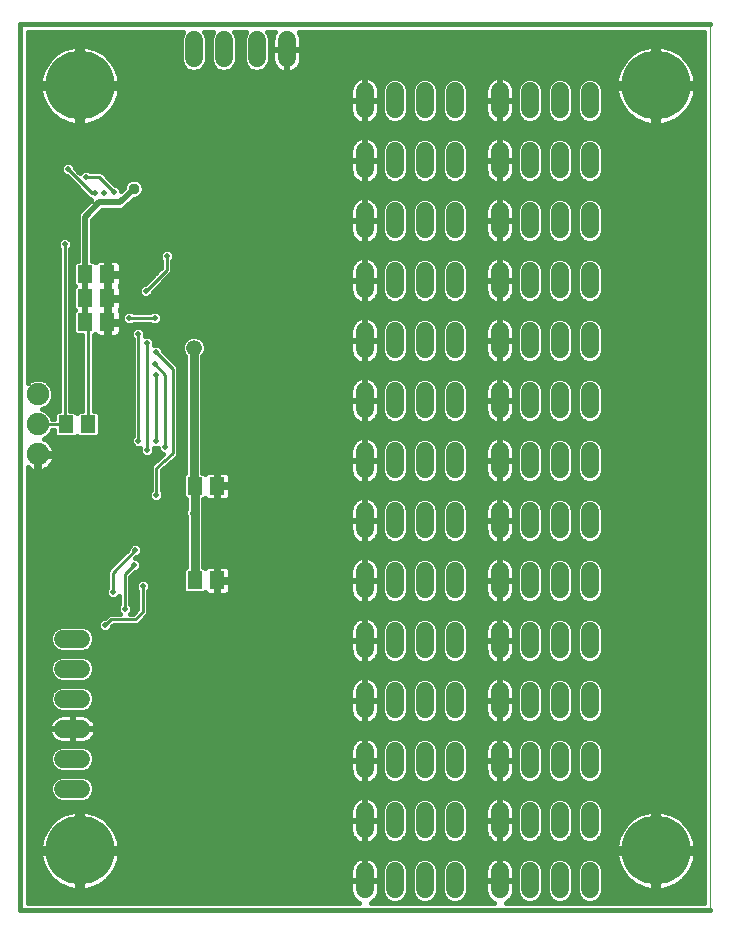
<source format=gbl>
G75*
%MOIN*%
%OFA0B0*%
%FSLAX25Y25*%
%IPPOS*%
%LPD*%
%AMOC8*
5,1,8,0,0,1.08239X$1,22.5*
%
%ADD10C,0.01600*%
%ADD11C,0.00100*%
%ADD12R,0.05118X0.05906*%
%ADD13C,0.06000*%
%ADD14C,0.07500*%
%ADD15C,0.23000*%
%ADD16C,0.01950*%
%ADD17C,0.01800*%
%ADD18C,0.01000*%
%ADD19C,0.02000*%
%ADD20C,0.03750*%
%ADD21C,0.03000*%
%ADD22C,0.05250*%
D10*
X0027500Y0001800D02*
X0027500Y0297076D01*
X0257500Y0297076D01*
X0255650Y0294476D02*
X0255650Y0004400D01*
X0189437Y0004400D01*
X0190016Y0004695D01*
X0190627Y0005139D01*
X0191161Y0005673D01*
X0191605Y0006284D01*
X0191948Y0006957D01*
X0192182Y0007676D01*
X0192300Y0008422D01*
X0192300Y0011600D01*
X0187700Y0011600D01*
X0187700Y0012000D01*
X0187300Y0012000D01*
X0187300Y0019600D01*
X0187122Y0019600D01*
X0186376Y0019482D01*
X0185657Y0019248D01*
X0184984Y0018905D01*
X0184373Y0018461D01*
X0183839Y0017927D01*
X0183395Y0017316D01*
X0183052Y0016643D01*
X0182818Y0015924D01*
X0182700Y0015178D01*
X0182700Y0012000D01*
X0187300Y0012000D01*
X0187300Y0011600D01*
X0182700Y0011600D01*
X0182700Y0008422D01*
X0182818Y0007676D01*
X0183052Y0006957D01*
X0183395Y0006284D01*
X0183839Y0005673D01*
X0184373Y0005139D01*
X0184984Y0004695D01*
X0185563Y0004400D01*
X0144437Y0004400D01*
X0145016Y0004695D01*
X0145627Y0005139D01*
X0146161Y0005673D01*
X0146605Y0006284D01*
X0146948Y0006957D01*
X0147182Y0007676D01*
X0147300Y0008422D01*
X0147300Y0011600D01*
X0142700Y0011600D01*
X0142700Y0012000D01*
X0142300Y0012000D01*
X0142300Y0019600D01*
X0142122Y0019600D01*
X0141376Y0019482D01*
X0140657Y0019248D01*
X0139984Y0018905D01*
X0139373Y0018461D01*
X0138839Y0017927D01*
X0138395Y0017316D01*
X0138052Y0016643D01*
X0137818Y0015924D01*
X0137700Y0015178D01*
X0137700Y0012000D01*
X0142300Y0012000D01*
X0142300Y0011600D01*
X0137700Y0011600D01*
X0137700Y0008422D01*
X0137818Y0007676D01*
X0138052Y0006957D01*
X0138395Y0006284D01*
X0138839Y0005673D01*
X0139373Y0005139D01*
X0139984Y0004695D01*
X0140563Y0004400D01*
X0030100Y0004400D01*
X0030100Y0149410D01*
X0030591Y0149053D01*
X0031370Y0148657D01*
X0032200Y0148387D01*
X0033050Y0148252D01*
X0033050Y0153350D01*
X0033950Y0153350D01*
X0033950Y0154250D01*
X0039048Y0154250D01*
X0038913Y0155100D01*
X0038643Y0155930D01*
X0038247Y0156709D01*
X0037733Y0157416D01*
X0037116Y0158033D01*
X0036409Y0158547D01*
X0035630Y0158943D01*
X0035408Y0159016D01*
X0036417Y0159434D01*
X0037866Y0160883D01*
X0038287Y0161900D01*
X0038801Y0161900D01*
X0038801Y0160267D01*
X0039621Y0159447D01*
X0045899Y0159447D01*
X0046500Y0160048D01*
X0047101Y0159447D01*
X0053379Y0159447D01*
X0054199Y0160267D01*
X0054199Y0167333D01*
X0053379Y0168153D01*
X0052140Y0168153D01*
X0052140Y0193447D01*
X0052399Y0193447D01*
X0052723Y0193772D01*
X0052741Y0193742D01*
X0053076Y0193407D01*
X0053486Y0193170D01*
X0053944Y0193047D01*
X0056261Y0193047D01*
X0056261Y0197320D01*
X0057220Y0197320D01*
X0057220Y0193047D01*
X0059536Y0193047D01*
X0059994Y0193170D01*
X0060404Y0193407D01*
X0060740Y0193742D01*
X0060977Y0194152D01*
X0061099Y0194610D01*
X0061099Y0197320D01*
X0057220Y0197320D01*
X0057220Y0198280D01*
X0056261Y0198280D01*
X0056261Y0205320D01*
X0057220Y0205320D01*
X0057220Y0201047D01*
X0057220Y0198280D01*
X0061099Y0198280D01*
X0061099Y0200990D01*
X0060977Y0201448D01*
X0060773Y0201800D01*
X0060977Y0202152D01*
X0061099Y0202610D01*
X0061099Y0205320D01*
X0057220Y0205320D01*
X0057220Y0206280D01*
X0056261Y0206280D01*
X0056261Y0210553D01*
X0056261Y0213320D01*
X0057220Y0213320D01*
X0057220Y0206280D01*
X0061099Y0206280D01*
X0061099Y0208990D01*
X0060977Y0209448D01*
X0060773Y0209800D01*
X0060977Y0210152D01*
X0061099Y0210610D01*
X0061099Y0213320D01*
X0057220Y0213320D01*
X0057220Y0214280D01*
X0056261Y0214280D01*
X0056261Y0218553D01*
X0053944Y0218553D01*
X0053486Y0218430D01*
X0053076Y0218193D01*
X0052741Y0217858D01*
X0052723Y0217828D01*
X0052399Y0218153D01*
X0051660Y0218153D01*
X0051660Y0232066D01*
X0054994Y0235400D01*
X0061477Y0235400D01*
X0062359Y0235765D01*
X0065619Y0239025D01*
X0066151Y0239025D01*
X0067355Y0239524D01*
X0068276Y0240445D01*
X0068775Y0241649D01*
X0068775Y0242951D01*
X0068276Y0244155D01*
X0067355Y0245076D01*
X0066151Y0245575D01*
X0064849Y0245575D01*
X0063645Y0245076D01*
X0062724Y0244155D01*
X0062225Y0242951D01*
X0062225Y0242419D01*
X0061375Y0241569D01*
X0061375Y0242284D01*
X0059984Y0243675D01*
X0059312Y0243675D01*
X0054787Y0248200D01*
X0050959Y0248200D01*
X0050484Y0248675D01*
X0048516Y0248675D01*
X0047414Y0247573D01*
X0045875Y0249112D01*
X0045875Y0249784D01*
X0044484Y0251175D01*
X0042516Y0251175D01*
X0041125Y0249784D01*
X0041125Y0247816D01*
X0042516Y0246425D01*
X0043188Y0246425D01*
X0050713Y0238900D01*
X0051041Y0238900D01*
X0051374Y0238568D01*
X0047225Y0234419D01*
X0046860Y0233537D01*
X0046860Y0218153D01*
X0046121Y0218153D01*
X0045301Y0217333D01*
X0045301Y0210267D01*
X0045768Y0209800D01*
X0045301Y0209333D01*
X0045301Y0202267D01*
X0045768Y0201800D01*
X0045301Y0201333D01*
X0045301Y0194267D01*
X0046121Y0193447D01*
X0048340Y0193447D01*
X0048340Y0168153D01*
X0047101Y0168153D01*
X0046500Y0167552D01*
X0045899Y0168153D01*
X0044400Y0168153D01*
X0044400Y0222341D01*
X0044875Y0222816D01*
X0044875Y0224784D01*
X0043484Y0226175D01*
X0041516Y0226175D01*
X0040125Y0224784D01*
X0040125Y0222816D01*
X0040600Y0222341D01*
X0040600Y0168153D01*
X0039621Y0168153D01*
X0038801Y0167333D01*
X0038801Y0165700D01*
X0038287Y0165700D01*
X0037866Y0166717D01*
X0036417Y0168166D01*
X0034886Y0168800D01*
X0036417Y0169434D01*
X0037866Y0170883D01*
X0038650Y0172776D01*
X0038650Y0174824D01*
X0037866Y0176717D01*
X0036417Y0178166D01*
X0034524Y0178950D01*
X0032476Y0178950D01*
X0030583Y0178166D01*
X0030100Y0177683D01*
X0030100Y0294476D01*
X0081953Y0294476D01*
X0081770Y0294292D01*
X0081100Y0292675D01*
X0081100Y0284925D01*
X0081770Y0283308D01*
X0083008Y0282070D01*
X0084625Y0281400D01*
X0086375Y0281400D01*
X0087992Y0282070D01*
X0089230Y0283308D01*
X0089900Y0284925D01*
X0089900Y0292675D01*
X0089230Y0294292D01*
X0089047Y0294476D01*
X0091953Y0294476D01*
X0091770Y0294292D01*
X0091100Y0292675D01*
X0091100Y0284925D01*
X0091770Y0283308D01*
X0093008Y0282070D01*
X0094625Y0281400D01*
X0096375Y0281400D01*
X0097992Y0282070D01*
X0099230Y0283308D01*
X0099900Y0284925D01*
X0099900Y0292675D01*
X0099230Y0294292D01*
X0099047Y0294476D01*
X0102953Y0294476D01*
X0102770Y0294292D01*
X0102100Y0292675D01*
X0102100Y0284925D01*
X0102770Y0283308D01*
X0104008Y0282070D01*
X0105625Y0281400D01*
X0107375Y0281400D01*
X0108992Y0282070D01*
X0110230Y0283308D01*
X0110900Y0284925D01*
X0110900Y0292675D01*
X0110230Y0294292D01*
X0110047Y0294476D01*
X0112511Y0294476D01*
X0112395Y0294316D01*
X0112052Y0293643D01*
X0111818Y0292924D01*
X0111700Y0292178D01*
X0111700Y0289000D01*
X0116300Y0289000D01*
X0116300Y0288600D01*
X0116700Y0288600D01*
X0116700Y0289000D01*
X0121300Y0289000D01*
X0121300Y0292178D01*
X0121182Y0292924D01*
X0120948Y0293643D01*
X0120605Y0294316D01*
X0120489Y0294476D01*
X0255650Y0294476D01*
X0255650Y0294328D02*
X0120597Y0294328D01*
X0121213Y0292729D02*
X0255650Y0292729D01*
X0255650Y0291131D02*
X0121300Y0291131D01*
X0121300Y0289532D02*
X0235655Y0289532D01*
X0236264Y0289717D02*
X0235014Y0289338D01*
X0233807Y0288838D01*
X0232654Y0288222D01*
X0231568Y0287496D01*
X0230557Y0286667D01*
X0229633Y0285742D01*
X0228804Y0284732D01*
X0228078Y0283646D01*
X0227462Y0282493D01*
X0226962Y0281286D01*
X0226583Y0280036D01*
X0226328Y0278754D01*
X0226214Y0277600D01*
X0238700Y0277600D01*
X0238700Y0290086D01*
X0237546Y0289972D01*
X0236264Y0289717D01*
X0238700Y0289532D02*
X0240300Y0289532D01*
X0240300Y0290086D02*
X0241454Y0289972D01*
X0242736Y0289717D01*
X0243986Y0289338D01*
X0245193Y0288838D01*
X0246346Y0288222D01*
X0247432Y0287496D01*
X0248442Y0286667D01*
X0249367Y0285742D01*
X0250196Y0284732D01*
X0250922Y0283646D01*
X0251538Y0282493D01*
X0252038Y0281286D01*
X0252417Y0280036D01*
X0252672Y0278754D01*
X0252786Y0277600D01*
X0240300Y0277600D01*
X0240300Y0276000D01*
X0252786Y0276000D01*
X0252672Y0274846D01*
X0252417Y0273564D01*
X0252038Y0272314D01*
X0251538Y0271107D01*
X0250922Y0269954D01*
X0250196Y0268868D01*
X0249367Y0267857D01*
X0248442Y0266933D01*
X0247432Y0266104D01*
X0246346Y0265378D01*
X0245193Y0264762D01*
X0243986Y0264262D01*
X0242736Y0263883D01*
X0241454Y0263628D01*
X0240300Y0263514D01*
X0240300Y0276000D01*
X0238700Y0276000D01*
X0238700Y0263514D01*
X0237546Y0263628D01*
X0236264Y0263883D01*
X0235014Y0264262D01*
X0233807Y0264762D01*
X0232654Y0265378D01*
X0231568Y0266104D01*
X0230557Y0266933D01*
X0229633Y0267857D01*
X0228804Y0268868D01*
X0228078Y0269954D01*
X0227462Y0271107D01*
X0226962Y0272314D01*
X0226583Y0273564D01*
X0226328Y0274846D01*
X0226214Y0276000D01*
X0238700Y0276000D01*
X0238700Y0277600D01*
X0240300Y0277600D01*
X0240300Y0290086D01*
X0240300Y0287934D02*
X0238700Y0287934D01*
X0238700Y0286335D02*
X0240300Y0286335D01*
X0240300Y0284737D02*
X0238700Y0284737D01*
X0238700Y0283138D02*
X0240300Y0283138D01*
X0240300Y0281539D02*
X0238700Y0281539D01*
X0238700Y0279941D02*
X0240300Y0279941D01*
X0240300Y0278342D02*
X0238700Y0278342D01*
X0238700Y0276744D02*
X0221457Y0276744D01*
X0221230Y0277292D02*
X0219992Y0278530D01*
X0218375Y0279200D01*
X0216625Y0279200D01*
X0215008Y0278530D01*
X0213770Y0277292D01*
X0213100Y0275675D01*
X0213100Y0267925D01*
X0213770Y0266308D01*
X0215008Y0265070D01*
X0216625Y0264400D01*
X0218375Y0264400D01*
X0219992Y0265070D01*
X0221230Y0266308D01*
X0221900Y0267925D01*
X0221900Y0275675D01*
X0221230Y0277292D01*
X0220180Y0278342D02*
X0226288Y0278342D01*
X0226564Y0279941D02*
X0060436Y0279941D01*
X0060417Y0280036D02*
X0060038Y0281286D01*
X0059538Y0282493D01*
X0058922Y0283646D01*
X0058196Y0284732D01*
X0057367Y0285742D01*
X0056442Y0286667D01*
X0055432Y0287496D01*
X0054346Y0288222D01*
X0053193Y0288838D01*
X0051986Y0289338D01*
X0050736Y0289717D01*
X0049454Y0289972D01*
X0048300Y0290086D01*
X0048300Y0277600D01*
X0060786Y0277600D01*
X0060672Y0278754D01*
X0060417Y0280036D01*
X0059933Y0281539D02*
X0084288Y0281539D01*
X0086712Y0281539D02*
X0094288Y0281539D01*
X0096712Y0281539D02*
X0105288Y0281539D01*
X0107712Y0281539D02*
X0114289Y0281539D01*
X0113984Y0281695D02*
X0114657Y0281352D01*
X0115376Y0281118D01*
X0116122Y0281000D01*
X0116300Y0281000D01*
X0116300Y0288600D01*
X0111700Y0288600D01*
X0111700Y0285422D01*
X0111818Y0284676D01*
X0112052Y0283957D01*
X0112395Y0283284D01*
X0112839Y0282673D01*
X0113373Y0282139D01*
X0113984Y0281695D01*
X0112501Y0283138D02*
X0110061Y0283138D01*
X0110822Y0284737D02*
X0111809Y0284737D01*
X0111700Y0286335D02*
X0110900Y0286335D01*
X0110900Y0287934D02*
X0111700Y0287934D01*
X0111700Y0289532D02*
X0110900Y0289532D01*
X0110900Y0291131D02*
X0111700Y0291131D01*
X0111787Y0292729D02*
X0110878Y0292729D01*
X0110195Y0294328D02*
X0112403Y0294328D01*
X0116700Y0288600D02*
X0121300Y0288600D01*
X0121300Y0285422D01*
X0121182Y0284676D01*
X0120948Y0283957D01*
X0120605Y0283284D01*
X0120161Y0282673D01*
X0119627Y0282139D01*
X0119016Y0281695D01*
X0118343Y0281352D01*
X0117624Y0281118D01*
X0116878Y0281000D01*
X0116700Y0281000D01*
X0116700Y0288600D01*
X0116700Y0287934D02*
X0116300Y0287934D01*
X0116300Y0286335D02*
X0116700Y0286335D01*
X0116700Y0284737D02*
X0116300Y0284737D01*
X0116300Y0283138D02*
X0116700Y0283138D01*
X0116700Y0281539D02*
X0116300Y0281539D01*
X0118711Y0281539D02*
X0227067Y0281539D01*
X0227807Y0283138D02*
X0120499Y0283138D01*
X0121191Y0284737D02*
X0228808Y0284737D01*
X0230226Y0286335D02*
X0121300Y0286335D01*
X0121300Y0287934D02*
X0232223Y0287934D01*
X0243345Y0289532D02*
X0255650Y0289532D01*
X0255650Y0287934D02*
X0246777Y0287934D01*
X0248774Y0286335D02*
X0255650Y0286335D01*
X0255650Y0284737D02*
X0250192Y0284737D01*
X0251193Y0283138D02*
X0255650Y0283138D01*
X0255650Y0281539D02*
X0251933Y0281539D01*
X0252436Y0279941D02*
X0255650Y0279941D01*
X0255650Y0278342D02*
X0252712Y0278342D01*
X0252701Y0275145D02*
X0255650Y0275145D01*
X0255650Y0273547D02*
X0252412Y0273547D01*
X0251886Y0271948D02*
X0255650Y0271948D01*
X0255650Y0270350D02*
X0251133Y0270350D01*
X0250100Y0268751D02*
X0255650Y0268751D01*
X0255650Y0267153D02*
X0248662Y0267153D01*
X0246609Y0265554D02*
X0255650Y0265554D01*
X0255650Y0263956D02*
X0242976Y0263956D01*
X0240300Y0263956D02*
X0238700Y0263956D01*
X0238700Y0265554D02*
X0240300Y0265554D01*
X0240300Y0267153D02*
X0238700Y0267153D01*
X0238700Y0268751D02*
X0240300Y0268751D01*
X0240300Y0270350D02*
X0238700Y0270350D01*
X0238700Y0271948D02*
X0240300Y0271948D01*
X0240300Y0273547D02*
X0238700Y0273547D01*
X0238700Y0275145D02*
X0240300Y0275145D01*
X0240300Y0276744D02*
X0255650Y0276744D01*
X0255650Y0262357D02*
X0030100Y0262357D01*
X0030100Y0260759D02*
X0255650Y0260759D01*
X0255650Y0259160D02*
X0218471Y0259160D01*
X0218375Y0259200D02*
X0216625Y0259200D01*
X0215008Y0258530D01*
X0213770Y0257292D01*
X0213100Y0255675D01*
X0213100Y0247925D01*
X0213770Y0246308D01*
X0215008Y0245070D01*
X0216625Y0244400D01*
X0218375Y0244400D01*
X0219992Y0245070D01*
X0221230Y0246308D01*
X0221900Y0247925D01*
X0221900Y0255675D01*
X0221230Y0257292D01*
X0219992Y0258530D01*
X0218375Y0259200D01*
X0216529Y0259160D02*
X0208471Y0259160D01*
X0208375Y0259200D02*
X0206625Y0259200D01*
X0205008Y0258530D01*
X0203770Y0257292D01*
X0203100Y0255675D01*
X0203100Y0247925D01*
X0203770Y0246308D01*
X0205008Y0245070D01*
X0206625Y0244400D01*
X0208375Y0244400D01*
X0209992Y0245070D01*
X0211230Y0246308D01*
X0211900Y0247925D01*
X0211900Y0255675D01*
X0211230Y0257292D01*
X0209992Y0258530D01*
X0208375Y0259200D01*
X0206529Y0259160D02*
X0198471Y0259160D01*
X0198375Y0259200D02*
X0196625Y0259200D01*
X0195008Y0258530D01*
X0193770Y0257292D01*
X0193100Y0255675D01*
X0193100Y0247925D01*
X0193770Y0246308D01*
X0195008Y0245070D01*
X0196625Y0244400D01*
X0198375Y0244400D01*
X0199992Y0245070D01*
X0201230Y0246308D01*
X0201900Y0247925D01*
X0201900Y0255675D01*
X0201230Y0257292D01*
X0199992Y0258530D01*
X0198375Y0259200D01*
X0196529Y0259160D02*
X0189515Y0259160D01*
X0189343Y0259248D02*
X0188624Y0259482D01*
X0187878Y0259600D01*
X0187700Y0259600D01*
X0187700Y0252000D01*
X0192300Y0252000D01*
X0192300Y0255178D01*
X0192182Y0255924D01*
X0191948Y0256643D01*
X0191605Y0257316D01*
X0191161Y0257927D01*
X0190627Y0258461D01*
X0190016Y0258905D01*
X0189343Y0259248D01*
X0187700Y0259160D02*
X0187300Y0259160D01*
X0187300Y0259600D02*
X0187122Y0259600D01*
X0186376Y0259482D01*
X0185657Y0259248D01*
X0184984Y0258905D01*
X0184373Y0258461D01*
X0183839Y0257927D01*
X0183395Y0257316D01*
X0183052Y0256643D01*
X0182818Y0255924D01*
X0182700Y0255178D01*
X0182700Y0252000D01*
X0187300Y0252000D01*
X0187300Y0259600D01*
X0185485Y0259160D02*
X0173471Y0259160D01*
X0173375Y0259200D02*
X0171625Y0259200D01*
X0170008Y0258530D01*
X0168770Y0257292D01*
X0168100Y0255675D01*
X0168100Y0247925D01*
X0168770Y0246308D01*
X0170008Y0245070D01*
X0171625Y0244400D01*
X0173375Y0244400D01*
X0174992Y0245070D01*
X0176230Y0246308D01*
X0176900Y0247925D01*
X0176900Y0255675D01*
X0176230Y0257292D01*
X0174992Y0258530D01*
X0173375Y0259200D01*
X0171529Y0259160D02*
X0163471Y0259160D01*
X0163375Y0259200D02*
X0161625Y0259200D01*
X0160008Y0258530D01*
X0158770Y0257292D01*
X0158100Y0255675D01*
X0158100Y0247925D01*
X0158770Y0246308D01*
X0160008Y0245070D01*
X0161625Y0244400D01*
X0163375Y0244400D01*
X0164992Y0245070D01*
X0166230Y0246308D01*
X0166900Y0247925D01*
X0166900Y0255675D01*
X0166230Y0257292D01*
X0164992Y0258530D01*
X0163375Y0259200D01*
X0161529Y0259160D02*
X0153471Y0259160D01*
X0153375Y0259200D02*
X0151625Y0259200D01*
X0150008Y0258530D01*
X0148770Y0257292D01*
X0148100Y0255675D01*
X0148100Y0247925D01*
X0148770Y0246308D01*
X0150008Y0245070D01*
X0151625Y0244400D01*
X0153375Y0244400D01*
X0154992Y0245070D01*
X0156230Y0246308D01*
X0156900Y0247925D01*
X0156900Y0255675D01*
X0156230Y0257292D01*
X0154992Y0258530D01*
X0153375Y0259200D01*
X0151529Y0259160D02*
X0144515Y0259160D01*
X0144343Y0259248D02*
X0143624Y0259482D01*
X0142878Y0259600D01*
X0142700Y0259600D01*
X0142700Y0252000D01*
X0147300Y0252000D01*
X0147300Y0255178D01*
X0147182Y0255924D01*
X0146948Y0256643D01*
X0146605Y0257316D01*
X0146161Y0257927D01*
X0145627Y0258461D01*
X0145016Y0258905D01*
X0144343Y0259248D01*
X0142700Y0259160D02*
X0142300Y0259160D01*
X0142300Y0259600D02*
X0142122Y0259600D01*
X0141376Y0259482D01*
X0140657Y0259248D01*
X0139984Y0258905D01*
X0139373Y0258461D01*
X0138839Y0257927D01*
X0138395Y0257316D01*
X0138052Y0256643D01*
X0137818Y0255924D01*
X0137700Y0255178D01*
X0137700Y0252000D01*
X0142300Y0252000D01*
X0142300Y0259600D01*
X0140485Y0259160D02*
X0030100Y0259160D01*
X0030100Y0257562D02*
X0138573Y0257562D01*
X0137831Y0255963D02*
X0030100Y0255963D01*
X0030100Y0254365D02*
X0137700Y0254365D01*
X0137700Y0252766D02*
X0030100Y0252766D01*
X0030100Y0251168D02*
X0042509Y0251168D01*
X0044491Y0251168D02*
X0137700Y0251168D01*
X0137700Y0251600D02*
X0137700Y0248422D01*
X0137818Y0247676D01*
X0138052Y0246957D01*
X0138395Y0246284D01*
X0138839Y0245673D01*
X0139373Y0245139D01*
X0139984Y0244695D01*
X0140657Y0244352D01*
X0141376Y0244118D01*
X0142122Y0244000D01*
X0142300Y0244000D01*
X0142300Y0251600D01*
X0142700Y0251600D01*
X0142700Y0252000D01*
X0142300Y0252000D01*
X0142300Y0251600D01*
X0137700Y0251600D01*
X0137700Y0249569D02*
X0045875Y0249569D01*
X0047016Y0247971D02*
X0047812Y0247971D01*
X0044839Y0244774D02*
X0030100Y0244774D01*
X0030100Y0246372D02*
X0043241Y0246372D01*
X0041125Y0247971D02*
X0030100Y0247971D01*
X0030100Y0249569D02*
X0041125Y0249569D01*
X0046438Y0243175D02*
X0030100Y0243175D01*
X0030100Y0241577D02*
X0048036Y0241577D01*
X0049635Y0239978D02*
X0030100Y0239978D01*
X0030100Y0238380D02*
X0051186Y0238380D01*
X0049587Y0236781D02*
X0030100Y0236781D01*
X0030100Y0235183D02*
X0047989Y0235183D01*
X0046879Y0233584D02*
X0030100Y0233584D01*
X0030100Y0231986D02*
X0046860Y0231986D01*
X0046860Y0230387D02*
X0030100Y0230387D01*
X0030100Y0228789D02*
X0046860Y0228789D01*
X0046860Y0227190D02*
X0030100Y0227190D01*
X0030100Y0225592D02*
X0040933Y0225592D01*
X0040125Y0223993D02*
X0030100Y0223993D01*
X0030100Y0222395D02*
X0040547Y0222395D01*
X0040600Y0220796D02*
X0030100Y0220796D01*
X0030100Y0219198D02*
X0040600Y0219198D01*
X0040600Y0217599D02*
X0030100Y0217599D01*
X0030100Y0216001D02*
X0040600Y0216001D01*
X0040600Y0214402D02*
X0030100Y0214402D01*
X0030100Y0212803D02*
X0040600Y0212803D01*
X0040600Y0211205D02*
X0030100Y0211205D01*
X0030100Y0209606D02*
X0040600Y0209606D01*
X0040600Y0208008D02*
X0030100Y0208008D01*
X0030100Y0206409D02*
X0040600Y0206409D01*
X0040600Y0204811D02*
X0030100Y0204811D01*
X0030100Y0203212D02*
X0040600Y0203212D01*
X0040600Y0201614D02*
X0030100Y0201614D01*
X0030100Y0200015D02*
X0040600Y0200015D01*
X0040600Y0198417D02*
X0030100Y0198417D01*
X0030100Y0196818D02*
X0040600Y0196818D01*
X0040600Y0195220D02*
X0030100Y0195220D01*
X0030100Y0193621D02*
X0040600Y0193621D01*
X0040600Y0192023D02*
X0030100Y0192023D01*
X0030100Y0190424D02*
X0040600Y0190424D01*
X0040600Y0188826D02*
X0030100Y0188826D01*
X0030100Y0187227D02*
X0040600Y0187227D01*
X0040600Y0185629D02*
X0030100Y0185629D01*
X0030100Y0184030D02*
X0040600Y0184030D01*
X0040600Y0182432D02*
X0030100Y0182432D01*
X0030100Y0180833D02*
X0040600Y0180833D01*
X0040600Y0179235D02*
X0030100Y0179235D01*
X0036947Y0177636D02*
X0040600Y0177636D01*
X0040600Y0176038D02*
X0038147Y0176038D01*
X0038650Y0174439D02*
X0040600Y0174439D01*
X0040600Y0172841D02*
X0038650Y0172841D01*
X0038015Y0171242D02*
X0040600Y0171242D01*
X0040600Y0169644D02*
X0036627Y0169644D01*
X0036538Y0168045D02*
X0039513Y0168045D01*
X0038801Y0166447D02*
X0037978Y0166447D01*
X0038184Y0161651D02*
X0038801Y0161651D01*
X0039016Y0160053D02*
X0037036Y0160053D01*
X0036536Y0158454D02*
X0064625Y0158454D01*
X0064625Y0159284D02*
X0064625Y0157316D01*
X0066016Y0155925D01*
X0067625Y0155925D01*
X0067625Y0154316D01*
X0069016Y0152925D01*
X0070984Y0152925D01*
X0072375Y0154316D01*
X0072375Y0155925D01*
X0073625Y0155925D01*
X0073625Y0155316D01*
X0075016Y0153925D01*
X0075263Y0153925D01*
X0072265Y0151200D01*
X0072213Y0151200D01*
X0071689Y0150676D01*
X0071140Y0150176D01*
X0071137Y0150124D01*
X0071100Y0150087D01*
X0071100Y0149345D01*
X0071065Y0148604D01*
X0071100Y0148565D01*
X0071100Y0141759D01*
X0070625Y0141284D01*
X0070625Y0139316D01*
X0072016Y0137925D01*
X0073984Y0137925D01*
X0075375Y0139316D01*
X0075375Y0141284D01*
X0074900Y0141759D01*
X0074900Y0148459D01*
X0079235Y0152400D01*
X0079287Y0152400D01*
X0079811Y0152924D01*
X0080360Y0153423D01*
X0080363Y0153476D01*
X0080400Y0153513D01*
X0080400Y0154255D01*
X0080435Y0154996D01*
X0080400Y0155035D01*
X0080400Y0183087D01*
X0075375Y0188112D01*
X0075375Y0188784D01*
X0073984Y0190175D01*
X0072375Y0190175D01*
X0072375Y0191784D01*
X0070984Y0193175D01*
X0069375Y0193175D01*
X0069375Y0194784D01*
X0067984Y0196175D01*
X0066016Y0196175D01*
X0064625Y0194784D01*
X0064625Y0192816D01*
X0065100Y0192341D01*
X0065100Y0159759D01*
X0064625Y0159284D01*
X0065100Y0160053D02*
X0053984Y0160053D01*
X0054199Y0161651D02*
X0065100Y0161651D01*
X0065100Y0163250D02*
X0054199Y0163250D01*
X0054199Y0164848D02*
X0065100Y0164848D01*
X0065100Y0166447D02*
X0054199Y0166447D01*
X0053487Y0168045D02*
X0065100Y0168045D01*
X0065100Y0169644D02*
X0052140Y0169644D01*
X0052140Y0171242D02*
X0065100Y0171242D01*
X0065100Y0172841D02*
X0052140Y0172841D01*
X0052140Y0174439D02*
X0065100Y0174439D01*
X0065100Y0176038D02*
X0052140Y0176038D01*
X0052140Y0177636D02*
X0065100Y0177636D01*
X0065100Y0179235D02*
X0052140Y0179235D01*
X0052140Y0180833D02*
X0065100Y0180833D01*
X0065100Y0182432D02*
X0052140Y0182432D01*
X0052140Y0184030D02*
X0065100Y0184030D01*
X0065100Y0185629D02*
X0052140Y0185629D01*
X0052140Y0187227D02*
X0065100Y0187227D01*
X0065100Y0188826D02*
X0052140Y0188826D01*
X0052140Y0190424D02*
X0065100Y0190424D01*
X0065100Y0192023D02*
X0052140Y0192023D01*
X0052573Y0193621D02*
X0052861Y0193621D01*
X0056261Y0193621D02*
X0057220Y0193621D01*
X0057220Y0195220D02*
X0056261Y0195220D01*
X0056261Y0196818D02*
X0057220Y0196818D01*
X0057220Y0198417D02*
X0056261Y0198417D01*
X0056261Y0200015D02*
X0057220Y0200015D01*
X0057220Y0201614D02*
X0056261Y0201614D01*
X0056261Y0203212D02*
X0057220Y0203212D01*
X0057220Y0204811D02*
X0056261Y0204811D01*
X0056261Y0206409D02*
X0057220Y0206409D01*
X0057220Y0208008D02*
X0056261Y0208008D01*
X0056261Y0209606D02*
X0057220Y0209606D01*
X0057220Y0211205D02*
X0056261Y0211205D01*
X0056261Y0212803D02*
X0057220Y0212803D01*
X0057220Y0214280D02*
X0061099Y0214280D01*
X0061099Y0216990D01*
X0060977Y0217448D01*
X0060740Y0217858D01*
X0060404Y0218193D01*
X0059994Y0218430D01*
X0059536Y0218553D01*
X0057220Y0218553D01*
X0057220Y0214280D01*
X0057220Y0214402D02*
X0056261Y0214402D01*
X0056261Y0216001D02*
X0057220Y0216001D01*
X0057220Y0217599D02*
X0056261Y0217599D01*
X0060889Y0217599D02*
X0074600Y0217599D01*
X0074600Y0218341D02*
X0074600Y0216087D01*
X0069188Y0210675D01*
X0068516Y0210675D01*
X0067125Y0209284D01*
X0067125Y0207316D01*
X0068516Y0205925D01*
X0070484Y0205925D01*
X0071875Y0207316D01*
X0071875Y0207988D01*
X0078400Y0214513D01*
X0078400Y0218341D01*
X0078875Y0218816D01*
X0078875Y0220784D01*
X0077484Y0222175D01*
X0075516Y0222175D01*
X0074125Y0220784D01*
X0074125Y0218816D01*
X0074600Y0218341D01*
X0074125Y0219198D02*
X0051660Y0219198D01*
X0051660Y0220796D02*
X0074137Y0220796D01*
X0074514Y0216001D02*
X0061099Y0216001D01*
X0061099Y0214402D02*
X0072915Y0214402D01*
X0071316Y0212803D02*
X0061099Y0212803D01*
X0061099Y0211205D02*
X0069718Y0211205D01*
X0067448Y0209606D02*
X0060885Y0209606D01*
X0061099Y0208008D02*
X0067125Y0208008D01*
X0068032Y0206409D02*
X0061099Y0206409D01*
X0061099Y0204811D02*
X0139824Y0204811D01*
X0139984Y0204695D02*
X0140657Y0204352D01*
X0141376Y0204118D01*
X0142122Y0204000D01*
X0142300Y0204000D01*
X0142300Y0211600D01*
X0142700Y0211600D01*
X0142700Y0212000D01*
X0147300Y0212000D01*
X0147300Y0215178D01*
X0147182Y0215924D01*
X0146948Y0216643D01*
X0146605Y0217316D01*
X0146161Y0217927D01*
X0145627Y0218461D01*
X0145016Y0218905D01*
X0144343Y0219248D01*
X0143624Y0219482D01*
X0142878Y0219600D01*
X0142700Y0219600D01*
X0142700Y0212000D01*
X0142300Y0212000D01*
X0142300Y0219600D01*
X0142122Y0219600D01*
X0141376Y0219482D01*
X0140657Y0219248D01*
X0139984Y0218905D01*
X0139373Y0218461D01*
X0138839Y0217927D01*
X0138395Y0217316D01*
X0138052Y0216643D01*
X0137818Y0215924D01*
X0137700Y0215178D01*
X0137700Y0212000D01*
X0142300Y0212000D01*
X0142300Y0211600D01*
X0137700Y0211600D01*
X0137700Y0208422D01*
X0137818Y0207676D01*
X0138052Y0206957D01*
X0138395Y0206284D01*
X0138839Y0205673D01*
X0139373Y0205139D01*
X0139984Y0204695D01*
X0142300Y0204811D02*
X0142700Y0204811D01*
X0142700Y0204000D02*
X0142878Y0204000D01*
X0143624Y0204118D01*
X0144343Y0204352D01*
X0145016Y0204695D01*
X0145627Y0205139D01*
X0146161Y0205673D01*
X0146605Y0206284D01*
X0146948Y0206957D01*
X0147182Y0207676D01*
X0147300Y0208422D01*
X0147300Y0211600D01*
X0142700Y0211600D01*
X0142700Y0204000D01*
X0142700Y0206409D02*
X0142300Y0206409D01*
X0142300Y0208008D02*
X0142700Y0208008D01*
X0142700Y0209606D02*
X0142300Y0209606D01*
X0142300Y0211205D02*
X0142700Y0211205D01*
X0142700Y0212803D02*
X0142300Y0212803D01*
X0142300Y0214402D02*
X0142700Y0214402D01*
X0142700Y0216001D02*
X0142300Y0216001D01*
X0142300Y0217599D02*
X0142700Y0217599D01*
X0142700Y0219198D02*
X0142300Y0219198D01*
X0140558Y0219198D02*
X0078875Y0219198D01*
X0078863Y0220796D02*
X0255650Y0220796D01*
X0255650Y0219198D02*
X0218381Y0219198D01*
X0218375Y0219200D02*
X0216625Y0219200D01*
X0215008Y0218530D01*
X0213770Y0217292D01*
X0213100Y0215675D01*
X0213100Y0207925D01*
X0213770Y0206308D01*
X0215008Y0205070D01*
X0216625Y0204400D01*
X0218375Y0204400D01*
X0219992Y0205070D01*
X0221230Y0206308D01*
X0221900Y0207925D01*
X0221900Y0215675D01*
X0221230Y0217292D01*
X0219992Y0218530D01*
X0218375Y0219200D01*
X0216619Y0219198D02*
X0208381Y0219198D01*
X0208375Y0219200D02*
X0206625Y0219200D01*
X0205008Y0218530D01*
X0203770Y0217292D01*
X0203100Y0215675D01*
X0203100Y0207925D01*
X0203770Y0206308D01*
X0205008Y0205070D01*
X0206625Y0204400D01*
X0208375Y0204400D01*
X0209992Y0205070D01*
X0211230Y0206308D01*
X0211900Y0207925D01*
X0211900Y0215675D01*
X0211230Y0217292D01*
X0209992Y0218530D01*
X0208375Y0219200D01*
X0206619Y0219198D02*
X0198381Y0219198D01*
X0198375Y0219200D02*
X0196625Y0219200D01*
X0195008Y0218530D01*
X0193770Y0217292D01*
X0193100Y0215675D01*
X0193100Y0207925D01*
X0193770Y0206308D01*
X0195008Y0205070D01*
X0196625Y0204400D01*
X0198375Y0204400D01*
X0199992Y0205070D01*
X0201230Y0206308D01*
X0201900Y0207925D01*
X0201900Y0215675D01*
X0201230Y0217292D01*
X0199992Y0218530D01*
X0198375Y0219200D01*
X0196619Y0219198D02*
X0189442Y0219198D01*
X0189343Y0219248D02*
X0188624Y0219482D01*
X0187878Y0219600D01*
X0187700Y0219600D01*
X0187700Y0212000D01*
X0192300Y0212000D01*
X0192300Y0215178D01*
X0192182Y0215924D01*
X0191948Y0216643D01*
X0191605Y0217316D01*
X0191161Y0217927D01*
X0190627Y0218461D01*
X0190016Y0218905D01*
X0189343Y0219248D01*
X0187700Y0219198D02*
X0187300Y0219198D01*
X0187300Y0219600D02*
X0187122Y0219600D01*
X0186376Y0219482D01*
X0185657Y0219248D01*
X0184984Y0218905D01*
X0184373Y0218461D01*
X0183839Y0217927D01*
X0183395Y0217316D01*
X0183052Y0216643D01*
X0182818Y0215924D01*
X0182700Y0215178D01*
X0182700Y0212000D01*
X0187300Y0212000D01*
X0187300Y0219600D01*
X0185558Y0219198D02*
X0173381Y0219198D01*
X0173375Y0219200D02*
X0171625Y0219200D01*
X0170008Y0218530D01*
X0168770Y0217292D01*
X0168100Y0215675D01*
X0168100Y0207925D01*
X0168770Y0206308D01*
X0170008Y0205070D01*
X0171625Y0204400D01*
X0173375Y0204400D01*
X0174992Y0205070D01*
X0176230Y0206308D01*
X0176900Y0207925D01*
X0176900Y0215675D01*
X0176230Y0217292D01*
X0174992Y0218530D01*
X0173375Y0219200D01*
X0171619Y0219198D02*
X0163381Y0219198D01*
X0163375Y0219200D02*
X0161625Y0219200D01*
X0160008Y0218530D01*
X0158770Y0217292D01*
X0158100Y0215675D01*
X0158100Y0207925D01*
X0158770Y0206308D01*
X0160008Y0205070D01*
X0161625Y0204400D01*
X0163375Y0204400D01*
X0164992Y0205070D01*
X0166230Y0206308D01*
X0166900Y0207925D01*
X0166900Y0215675D01*
X0166230Y0217292D01*
X0164992Y0218530D01*
X0163375Y0219200D01*
X0161619Y0219198D02*
X0153381Y0219198D01*
X0153375Y0219200D02*
X0151625Y0219200D01*
X0150008Y0218530D01*
X0148770Y0217292D01*
X0148100Y0215675D01*
X0148100Y0207925D01*
X0148770Y0206308D01*
X0150008Y0205070D01*
X0151625Y0204400D01*
X0153375Y0204400D01*
X0154992Y0205070D01*
X0156230Y0206308D01*
X0156900Y0207925D01*
X0156900Y0215675D01*
X0156230Y0217292D01*
X0154992Y0218530D01*
X0153375Y0219200D01*
X0151619Y0219198D02*
X0144442Y0219198D01*
X0146399Y0217599D02*
X0149076Y0217599D01*
X0148235Y0216001D02*
X0147157Y0216001D01*
X0147300Y0214402D02*
X0148100Y0214402D01*
X0148100Y0212803D02*
X0147300Y0212803D01*
X0147300Y0211205D02*
X0148100Y0211205D01*
X0148100Y0209606D02*
X0147300Y0209606D01*
X0147234Y0208008D02*
X0148100Y0208008D01*
X0148728Y0206409D02*
X0146669Y0206409D01*
X0145176Y0204811D02*
X0150633Y0204811D01*
X0154367Y0204811D02*
X0160633Y0204811D01*
X0158728Y0206409D02*
X0156272Y0206409D01*
X0156900Y0208008D02*
X0158100Y0208008D01*
X0158100Y0209606D02*
X0156900Y0209606D01*
X0156900Y0211205D02*
X0158100Y0211205D01*
X0158100Y0212803D02*
X0156900Y0212803D01*
X0156900Y0214402D02*
X0158100Y0214402D01*
X0158235Y0216001D02*
X0156765Y0216001D01*
X0155923Y0217599D02*
X0159076Y0217599D01*
X0165923Y0217599D02*
X0169076Y0217599D01*
X0168235Y0216001D02*
X0166765Y0216001D01*
X0166900Y0214402D02*
X0168100Y0214402D01*
X0168100Y0212803D02*
X0166900Y0212803D01*
X0166900Y0211205D02*
X0168100Y0211205D01*
X0168100Y0209606D02*
X0166900Y0209606D01*
X0166900Y0208008D02*
X0168100Y0208008D01*
X0168728Y0206409D02*
X0166272Y0206409D01*
X0164367Y0204811D02*
X0170633Y0204811D01*
X0174367Y0204811D02*
X0184824Y0204811D01*
X0184984Y0204695D02*
X0184373Y0205139D01*
X0183839Y0205673D01*
X0183395Y0206284D01*
X0183052Y0206957D01*
X0182818Y0207676D01*
X0182700Y0208422D01*
X0182700Y0211600D01*
X0187300Y0211600D01*
X0187700Y0211600D01*
X0187700Y0212000D01*
X0187300Y0212000D01*
X0187300Y0211600D01*
X0187300Y0204000D01*
X0187122Y0204000D01*
X0186376Y0204118D01*
X0185657Y0204352D01*
X0184984Y0204695D01*
X0187300Y0204811D02*
X0187700Y0204811D01*
X0187700Y0204000D02*
X0187878Y0204000D01*
X0188624Y0204118D01*
X0189343Y0204352D01*
X0190016Y0204695D01*
X0190627Y0205139D01*
X0191161Y0205673D01*
X0191605Y0206284D01*
X0191948Y0206957D01*
X0192182Y0207676D01*
X0192300Y0208422D01*
X0192300Y0211600D01*
X0187700Y0211600D01*
X0187700Y0204000D01*
X0187700Y0206409D02*
X0187300Y0206409D01*
X0187300Y0208008D02*
X0187700Y0208008D01*
X0187700Y0209606D02*
X0187300Y0209606D01*
X0187300Y0211205D02*
X0187700Y0211205D01*
X0187700Y0212803D02*
X0187300Y0212803D01*
X0187300Y0214402D02*
X0187700Y0214402D01*
X0187700Y0216001D02*
X0187300Y0216001D01*
X0187300Y0217599D02*
X0187700Y0217599D01*
X0183601Y0217599D02*
X0175923Y0217599D01*
X0176765Y0216001D02*
X0182843Y0216001D01*
X0182700Y0214402D02*
X0176900Y0214402D01*
X0176900Y0212803D02*
X0182700Y0212803D01*
X0182700Y0211205D02*
X0176900Y0211205D01*
X0176900Y0209606D02*
X0182700Y0209606D01*
X0182766Y0208008D02*
X0176900Y0208008D01*
X0176272Y0206409D02*
X0183331Y0206409D01*
X0190176Y0204811D02*
X0195633Y0204811D01*
X0193728Y0206409D02*
X0191669Y0206409D01*
X0192234Y0208008D02*
X0193100Y0208008D01*
X0193100Y0209606D02*
X0192300Y0209606D01*
X0192300Y0211205D02*
X0193100Y0211205D01*
X0193100Y0212803D02*
X0192300Y0212803D01*
X0192300Y0214402D02*
X0193100Y0214402D01*
X0193235Y0216001D02*
X0192157Y0216001D01*
X0191399Y0217599D02*
X0194076Y0217599D01*
X0200923Y0217599D02*
X0204076Y0217599D01*
X0203235Y0216001D02*
X0201765Y0216001D01*
X0201900Y0214402D02*
X0203100Y0214402D01*
X0203100Y0212803D02*
X0201900Y0212803D01*
X0201900Y0211205D02*
X0203100Y0211205D01*
X0203100Y0209606D02*
X0201900Y0209606D01*
X0201900Y0208008D02*
X0203100Y0208008D01*
X0203728Y0206409D02*
X0201272Y0206409D01*
X0199367Y0204811D02*
X0205633Y0204811D01*
X0209367Y0204811D02*
X0215633Y0204811D01*
X0213728Y0206409D02*
X0211272Y0206409D01*
X0211900Y0208008D02*
X0213100Y0208008D01*
X0213100Y0209606D02*
X0211900Y0209606D01*
X0211900Y0211205D02*
X0213100Y0211205D01*
X0213100Y0212803D02*
X0211900Y0212803D01*
X0211900Y0214402D02*
X0213100Y0214402D01*
X0213235Y0216001D02*
X0211765Y0216001D01*
X0210923Y0217599D02*
X0214076Y0217599D01*
X0220923Y0217599D02*
X0255650Y0217599D01*
X0255650Y0216001D02*
X0221765Y0216001D01*
X0221900Y0214402D02*
X0255650Y0214402D01*
X0255650Y0212803D02*
X0221900Y0212803D01*
X0221900Y0211205D02*
X0255650Y0211205D01*
X0255650Y0209606D02*
X0221900Y0209606D01*
X0221900Y0208008D02*
X0255650Y0208008D01*
X0255650Y0206409D02*
X0221272Y0206409D01*
X0219367Y0204811D02*
X0255650Y0204811D01*
X0255650Y0203212D02*
X0061099Y0203212D01*
X0060880Y0201614D02*
X0062955Y0201614D01*
X0063016Y0201675D02*
X0061625Y0200284D01*
X0061625Y0198316D01*
X0063016Y0196925D01*
X0064984Y0196925D01*
X0065459Y0197400D01*
X0071041Y0197400D01*
X0071516Y0196925D01*
X0073484Y0196925D01*
X0074875Y0198316D01*
X0074875Y0200284D01*
X0073484Y0201675D01*
X0071516Y0201675D01*
X0071041Y0201200D01*
X0065459Y0201200D01*
X0064984Y0201675D01*
X0063016Y0201675D01*
X0065045Y0201614D02*
X0071455Y0201614D01*
X0073545Y0201614D02*
X0255650Y0201614D01*
X0255650Y0200015D02*
X0074875Y0200015D01*
X0074875Y0198417D02*
X0139329Y0198417D01*
X0139373Y0198461D02*
X0138839Y0197927D01*
X0138395Y0197316D01*
X0138052Y0196643D01*
X0137818Y0195924D01*
X0137700Y0195178D01*
X0137700Y0192000D01*
X0142300Y0192000D01*
X0142300Y0199600D01*
X0142122Y0199600D01*
X0141376Y0199482D01*
X0140657Y0199248D01*
X0139984Y0198905D01*
X0139373Y0198461D01*
X0138141Y0196818D02*
X0061099Y0196818D01*
X0061099Y0195220D02*
X0065061Y0195220D01*
X0064625Y0193621D02*
X0060619Y0193621D01*
X0061099Y0198417D02*
X0061625Y0198417D01*
X0061625Y0200015D02*
X0061099Y0200015D01*
X0068939Y0195220D02*
X0137707Y0195220D01*
X0137700Y0193621D02*
X0069375Y0193621D01*
X0072136Y0192023D02*
X0082531Y0192023D01*
X0082088Y0191580D02*
X0081475Y0190101D01*
X0081475Y0188499D01*
X0082088Y0187020D01*
X0082600Y0186508D01*
X0082600Y0147632D01*
X0081801Y0146833D01*
X0081801Y0139767D01*
X0082621Y0138947D01*
X0082860Y0138947D01*
X0082860Y0135504D01*
X0082600Y0134877D01*
X0082600Y0133723D01*
X0082860Y0133096D01*
X0082860Y0116153D01*
X0082621Y0116153D01*
X0081801Y0115333D01*
X0081801Y0108267D01*
X0082621Y0107447D01*
X0088899Y0107447D01*
X0089223Y0107772D01*
X0089241Y0107742D01*
X0089576Y0107407D01*
X0089986Y0107170D01*
X0090444Y0107047D01*
X0092761Y0107047D01*
X0092761Y0111320D01*
X0093720Y0111320D01*
X0093720Y0107047D01*
X0096036Y0107047D01*
X0096494Y0107170D01*
X0096904Y0107407D01*
X0097240Y0107742D01*
X0097477Y0108152D01*
X0097599Y0108610D01*
X0097599Y0111320D01*
X0093720Y0111320D01*
X0093720Y0112280D01*
X0092761Y0112280D01*
X0092761Y0116553D01*
X0090444Y0116553D01*
X0089986Y0116430D01*
X0089576Y0116193D01*
X0089241Y0115858D01*
X0089223Y0115828D01*
X0088899Y0116153D01*
X0088660Y0116153D01*
X0088660Y0138947D01*
X0088899Y0138947D01*
X0089223Y0139272D01*
X0089241Y0139242D01*
X0089576Y0138907D01*
X0089986Y0138670D01*
X0090444Y0138547D01*
X0092761Y0138547D01*
X0092761Y0142820D01*
X0093720Y0142820D01*
X0093720Y0138547D01*
X0096036Y0138547D01*
X0096494Y0138670D01*
X0096904Y0138907D01*
X0097240Y0139242D01*
X0097477Y0139652D01*
X0097599Y0140110D01*
X0097599Y0142820D01*
X0093720Y0142820D01*
X0093720Y0143780D01*
X0092761Y0143780D01*
X0092761Y0148053D01*
X0090444Y0148053D01*
X0089986Y0147930D01*
X0089576Y0147693D01*
X0089241Y0147358D01*
X0089223Y0147328D01*
X0088899Y0147653D01*
X0088400Y0147653D01*
X0088400Y0186508D01*
X0088912Y0187020D01*
X0089525Y0188499D01*
X0089525Y0190101D01*
X0088912Y0191580D01*
X0087780Y0192712D01*
X0086301Y0193325D01*
X0084699Y0193325D01*
X0083220Y0192712D01*
X0082088Y0191580D01*
X0081609Y0190424D02*
X0072375Y0190424D01*
X0075333Y0188826D02*
X0081475Y0188826D01*
X0082002Y0187227D02*
X0076260Y0187227D01*
X0077858Y0185629D02*
X0082600Y0185629D01*
X0082600Y0184030D02*
X0079457Y0184030D01*
X0080400Y0182432D02*
X0082600Y0182432D01*
X0082600Y0180833D02*
X0080400Y0180833D01*
X0080400Y0179235D02*
X0082600Y0179235D01*
X0082600Y0177636D02*
X0080400Y0177636D01*
X0080400Y0176038D02*
X0082600Y0176038D01*
X0082600Y0174439D02*
X0080400Y0174439D01*
X0080400Y0172841D02*
X0082600Y0172841D01*
X0082600Y0171242D02*
X0080400Y0171242D01*
X0080400Y0169644D02*
X0082600Y0169644D01*
X0082600Y0168045D02*
X0080400Y0168045D01*
X0080400Y0166447D02*
X0082600Y0166447D01*
X0082600Y0164848D02*
X0080400Y0164848D01*
X0080400Y0163250D02*
X0082600Y0163250D01*
X0082600Y0161651D02*
X0080400Y0161651D01*
X0080400Y0160053D02*
X0082600Y0160053D01*
X0082600Y0158454D02*
X0080400Y0158454D01*
X0080400Y0156856D02*
X0082600Y0156856D01*
X0082600Y0155257D02*
X0080400Y0155257D01*
X0080400Y0153659D02*
X0082600Y0153659D01*
X0082600Y0152060D02*
X0078861Y0152060D01*
X0077102Y0150462D02*
X0082600Y0150462D01*
X0082600Y0148863D02*
X0075344Y0148863D01*
X0074900Y0147265D02*
X0082233Y0147265D01*
X0081801Y0145666D02*
X0074900Y0145666D01*
X0074900Y0144068D02*
X0081801Y0144068D01*
X0081801Y0142469D02*
X0074900Y0142469D01*
X0075375Y0140870D02*
X0081801Y0140870D01*
X0082296Y0139272D02*
X0075331Y0139272D01*
X0070669Y0139272D02*
X0030100Y0139272D01*
X0030100Y0140870D02*
X0070625Y0140870D01*
X0071100Y0142469D02*
X0030100Y0142469D01*
X0030100Y0144068D02*
X0071100Y0144068D01*
X0071100Y0145666D02*
X0030100Y0145666D01*
X0030100Y0147265D02*
X0071100Y0147265D01*
X0071077Y0148863D02*
X0036036Y0148863D01*
X0036409Y0149053D02*
X0037116Y0149567D01*
X0037733Y0150184D01*
X0038247Y0150891D01*
X0038643Y0151670D01*
X0038913Y0152500D01*
X0039048Y0153350D01*
X0033950Y0153350D01*
X0033950Y0148252D01*
X0034800Y0148387D01*
X0035630Y0148657D01*
X0036409Y0149053D01*
X0037935Y0150462D02*
X0071453Y0150462D01*
X0073212Y0152060D02*
X0038770Y0152060D01*
X0038862Y0155257D02*
X0067625Y0155257D01*
X0068283Y0153659D02*
X0033950Y0153659D01*
X0033950Y0152060D02*
X0033050Y0152060D01*
X0033050Y0150462D02*
X0033950Y0150462D01*
X0033950Y0148863D02*
X0033050Y0148863D01*
X0030964Y0148863D02*
X0030100Y0148863D01*
X0030100Y0137673D02*
X0082860Y0137673D01*
X0082860Y0136075D02*
X0030100Y0136075D01*
X0030100Y0134476D02*
X0082600Y0134476D01*
X0082860Y0132878D02*
X0030100Y0132878D01*
X0030100Y0131279D02*
X0082860Y0131279D01*
X0082860Y0129681D02*
X0030100Y0129681D01*
X0030100Y0128082D02*
X0082860Y0128082D01*
X0082860Y0126484D02*
X0030100Y0126484D01*
X0030100Y0124885D02*
X0082860Y0124885D01*
X0082860Y0123287D02*
X0067872Y0123287D01*
X0068375Y0122784D02*
X0066984Y0124175D01*
X0065016Y0124175D01*
X0063625Y0122784D01*
X0063625Y0122112D01*
X0056600Y0115087D01*
X0056600Y0109259D01*
X0056125Y0108784D01*
X0056125Y0106816D01*
X0057516Y0105425D01*
X0059484Y0105425D01*
X0060600Y0106541D01*
X0060600Y0103759D01*
X0060125Y0103284D01*
X0060125Y0101316D01*
X0060741Y0100700D01*
X0057213Y0100700D01*
X0055688Y0099175D01*
X0055016Y0099175D01*
X0053625Y0097784D01*
X0053625Y0095816D01*
X0055016Y0094425D01*
X0056984Y0094425D01*
X0058375Y0095816D01*
X0058375Y0096488D01*
X0058787Y0096900D01*
X0066787Y0096900D01*
X0067900Y0098013D01*
X0070400Y0100513D01*
X0070400Y0108341D01*
X0070875Y0108816D01*
X0070875Y0110784D01*
X0069484Y0112175D01*
X0067516Y0112175D01*
X0066125Y0110784D01*
X0066125Y0108816D01*
X0066600Y0108341D01*
X0066600Y0102087D01*
X0065213Y0100700D01*
X0064259Y0100700D01*
X0064875Y0101316D01*
X0064875Y0103284D01*
X0064400Y0103759D01*
X0064400Y0113013D01*
X0065812Y0114425D01*
X0066484Y0114425D01*
X0067875Y0115816D01*
X0067875Y0117784D01*
X0066484Y0119175D01*
X0066062Y0119175D01*
X0066312Y0119425D01*
X0066984Y0119425D01*
X0068375Y0120816D01*
X0068375Y0122784D01*
X0068375Y0121688D02*
X0082860Y0121688D01*
X0082860Y0120090D02*
X0067649Y0120090D01*
X0067167Y0118491D02*
X0082860Y0118491D01*
X0082860Y0116893D02*
X0067875Y0116893D01*
X0067353Y0115294D02*
X0081801Y0115294D01*
X0081801Y0113696D02*
X0065083Y0113696D01*
X0064400Y0112097D02*
X0067439Y0112097D01*
X0066125Y0110499D02*
X0064400Y0110499D01*
X0064400Y0108900D02*
X0066125Y0108900D01*
X0066600Y0107302D02*
X0064400Y0107302D01*
X0064400Y0105703D02*
X0066600Y0105703D01*
X0066600Y0104105D02*
X0064400Y0104105D01*
X0064875Y0102506D02*
X0066600Y0102506D01*
X0065421Y0100908D02*
X0064466Y0100908D01*
X0060534Y0100908D02*
X0030100Y0100908D01*
X0030100Y0102506D02*
X0060125Y0102506D01*
X0060600Y0104105D02*
X0030100Y0104105D01*
X0030100Y0105703D02*
X0057238Y0105703D01*
X0056125Y0107302D02*
X0030100Y0107302D01*
X0030100Y0108900D02*
X0056242Y0108900D01*
X0056600Y0110499D02*
X0030100Y0110499D01*
X0030100Y0112097D02*
X0056600Y0112097D01*
X0056600Y0113696D02*
X0030100Y0113696D01*
X0030100Y0115294D02*
X0056807Y0115294D01*
X0058406Y0116893D02*
X0030100Y0116893D01*
X0030100Y0118491D02*
X0060004Y0118491D01*
X0061603Y0120090D02*
X0030100Y0120090D01*
X0030100Y0121688D02*
X0063201Y0121688D01*
X0064128Y0123287D02*
X0030100Y0123287D01*
X0030100Y0099309D02*
X0055822Y0099309D01*
X0053625Y0097711D02*
X0030100Y0097711D01*
X0030100Y0096112D02*
X0039706Y0096112D01*
X0039508Y0096030D02*
X0038270Y0094792D01*
X0037600Y0093175D01*
X0037600Y0091425D01*
X0038270Y0089808D01*
X0039508Y0088570D01*
X0041125Y0087900D01*
X0048875Y0087900D01*
X0050492Y0088570D01*
X0051730Y0089808D01*
X0052400Y0091425D01*
X0052400Y0093175D01*
X0051730Y0094792D01*
X0050492Y0096030D01*
X0048875Y0096700D01*
X0041125Y0096700D01*
X0039508Y0096030D01*
X0038154Y0094514D02*
X0030100Y0094514D01*
X0030100Y0092915D02*
X0037600Y0092915D01*
X0037645Y0091317D02*
X0030100Y0091317D01*
X0030100Y0089718D02*
X0038359Y0089718D01*
X0040595Y0088120D02*
X0030100Y0088120D01*
X0030100Y0086521D02*
X0040693Y0086521D01*
X0041125Y0086700D02*
X0039508Y0086030D01*
X0038270Y0084792D01*
X0037600Y0083175D01*
X0037600Y0081425D01*
X0038270Y0079808D01*
X0039508Y0078570D01*
X0041125Y0077900D01*
X0048875Y0077900D01*
X0050492Y0078570D01*
X0051730Y0079808D01*
X0052400Y0081425D01*
X0052400Y0083175D01*
X0051730Y0084792D01*
X0050492Y0086030D01*
X0048875Y0086700D01*
X0041125Y0086700D01*
X0038400Y0084923D02*
X0030100Y0084923D01*
X0030100Y0083324D02*
X0037662Y0083324D01*
X0037600Y0081726D02*
X0030100Y0081726D01*
X0030100Y0080127D02*
X0038138Y0080127D01*
X0039607Y0078529D02*
X0030100Y0078529D01*
X0030100Y0076930D02*
X0138198Y0076930D01*
X0138052Y0076643D02*
X0137818Y0075924D01*
X0137700Y0075178D01*
X0137700Y0072000D01*
X0142300Y0072000D01*
X0142300Y0079600D01*
X0142122Y0079600D01*
X0141376Y0079482D01*
X0140657Y0079248D01*
X0139984Y0078905D01*
X0139373Y0078461D01*
X0138839Y0077927D01*
X0138395Y0077316D01*
X0138052Y0076643D01*
X0137724Y0075332D02*
X0051191Y0075332D01*
X0051730Y0074792D02*
X0050492Y0076030D01*
X0048875Y0076700D01*
X0041125Y0076700D01*
X0039508Y0076030D01*
X0038270Y0074792D01*
X0037600Y0073175D01*
X0037600Y0071425D01*
X0038270Y0069808D01*
X0039508Y0068570D01*
X0041125Y0067900D01*
X0048875Y0067900D01*
X0050492Y0068570D01*
X0051730Y0069808D01*
X0052400Y0071425D01*
X0052400Y0073175D01*
X0051730Y0074792D01*
X0052169Y0073733D02*
X0137700Y0073733D01*
X0137700Y0072134D02*
X0052400Y0072134D01*
X0052032Y0070536D02*
X0137700Y0070536D01*
X0137700Y0071600D02*
X0137700Y0068422D01*
X0137818Y0067676D01*
X0138052Y0066957D01*
X0138395Y0066284D01*
X0138839Y0065673D01*
X0139373Y0065139D01*
X0139984Y0064695D01*
X0140657Y0064352D01*
X0141376Y0064118D01*
X0142122Y0064000D01*
X0142300Y0064000D01*
X0142300Y0071600D01*
X0142700Y0071600D01*
X0142700Y0072000D01*
X0147300Y0072000D01*
X0147300Y0075178D01*
X0147182Y0075924D01*
X0146948Y0076643D01*
X0146605Y0077316D01*
X0146161Y0077927D01*
X0145627Y0078461D01*
X0145016Y0078905D01*
X0144343Y0079248D01*
X0143624Y0079482D01*
X0142878Y0079600D01*
X0142700Y0079600D01*
X0142700Y0072000D01*
X0142300Y0072000D01*
X0142300Y0071600D01*
X0137700Y0071600D01*
X0137700Y0068937D02*
X0050860Y0068937D01*
X0049843Y0066748D02*
X0049124Y0066982D01*
X0048378Y0067100D01*
X0045200Y0067100D01*
X0045200Y0062500D01*
X0044800Y0062500D01*
X0044800Y0067100D01*
X0041622Y0067100D01*
X0040876Y0066982D01*
X0040157Y0066748D01*
X0039484Y0066405D01*
X0038873Y0065961D01*
X0038339Y0065427D01*
X0037895Y0064816D01*
X0037552Y0064143D01*
X0037318Y0063424D01*
X0037200Y0062678D01*
X0037200Y0062500D01*
X0044800Y0062500D01*
X0044800Y0062100D01*
X0045200Y0062100D01*
X0045200Y0062500D01*
X0052800Y0062500D01*
X0052800Y0062678D01*
X0052682Y0063424D01*
X0052448Y0064143D01*
X0052105Y0064816D01*
X0051661Y0065427D01*
X0051127Y0065961D01*
X0050516Y0066405D01*
X0049843Y0066748D01*
X0051348Y0065740D02*
X0138790Y0065740D01*
X0137928Y0067339D02*
X0030100Y0067339D01*
X0030100Y0068937D02*
X0039140Y0068937D01*
X0037968Y0070536D02*
X0030100Y0070536D01*
X0030100Y0072134D02*
X0037600Y0072134D01*
X0037831Y0073733D02*
X0030100Y0073733D01*
X0030100Y0075332D02*
X0038809Y0075332D01*
X0038652Y0065740D02*
X0030100Y0065740D01*
X0030100Y0064142D02*
X0037551Y0064142D01*
X0037200Y0062543D02*
X0030100Y0062543D01*
X0030100Y0060945D02*
X0037393Y0060945D01*
X0037318Y0061176D02*
X0037552Y0060457D01*
X0037895Y0059784D01*
X0038339Y0059173D01*
X0038873Y0058639D01*
X0039484Y0058195D01*
X0040157Y0057852D01*
X0040876Y0057618D01*
X0041622Y0057500D01*
X0044800Y0057500D01*
X0044800Y0062100D01*
X0037200Y0062100D01*
X0037200Y0061922D01*
X0037318Y0061176D01*
X0038213Y0059346D02*
X0030100Y0059346D01*
X0030100Y0057748D02*
X0040477Y0057748D01*
X0041125Y0056700D02*
X0039508Y0056030D01*
X0038270Y0054792D01*
X0037600Y0053175D01*
X0037600Y0051425D01*
X0038270Y0049808D01*
X0039508Y0048570D01*
X0041125Y0047900D01*
X0048875Y0047900D01*
X0050492Y0048570D01*
X0051730Y0049808D01*
X0052400Y0051425D01*
X0052400Y0053175D01*
X0051730Y0054792D01*
X0050492Y0056030D01*
X0048875Y0056700D01*
X0041125Y0056700D01*
X0039796Y0056149D02*
X0030100Y0056149D01*
X0030100Y0054551D02*
X0038170Y0054551D01*
X0037600Y0052952D02*
X0030100Y0052952D01*
X0030100Y0051354D02*
X0037629Y0051354D01*
X0038322Y0049755D02*
X0030100Y0049755D01*
X0030100Y0048157D02*
X0040505Y0048157D01*
X0041125Y0046700D02*
X0039508Y0046030D01*
X0038270Y0044792D01*
X0037600Y0043175D01*
X0037600Y0041425D01*
X0038270Y0039808D01*
X0039508Y0038570D01*
X0041125Y0037900D01*
X0048875Y0037900D01*
X0050492Y0038570D01*
X0051730Y0039808D01*
X0052400Y0041425D01*
X0052400Y0043175D01*
X0051730Y0044792D01*
X0050492Y0046030D01*
X0048875Y0046700D01*
X0041125Y0046700D01*
X0040783Y0046558D02*
X0030100Y0046558D01*
X0030100Y0044960D02*
X0038437Y0044960D01*
X0037677Y0043361D02*
X0030100Y0043361D01*
X0030100Y0041763D02*
X0037600Y0041763D01*
X0038122Y0040164D02*
X0030100Y0040164D01*
X0030100Y0038566D02*
X0039517Y0038566D01*
X0041807Y0033838D02*
X0040654Y0033222D01*
X0039568Y0032496D01*
X0038557Y0031667D01*
X0037633Y0030742D01*
X0036804Y0029732D01*
X0036078Y0028646D01*
X0035462Y0027493D01*
X0034962Y0026286D01*
X0034583Y0025036D01*
X0034328Y0023754D01*
X0034214Y0022600D01*
X0046700Y0022600D01*
X0046700Y0035086D01*
X0045546Y0034972D01*
X0044264Y0034717D01*
X0043014Y0034338D01*
X0041807Y0033838D01*
X0041681Y0033770D02*
X0030100Y0033770D01*
X0030100Y0032172D02*
X0039173Y0032172D01*
X0037495Y0030573D02*
X0030100Y0030573D01*
X0030100Y0028975D02*
X0036298Y0028975D01*
X0035414Y0027376D02*
X0030100Y0027376D01*
X0030100Y0025778D02*
X0034808Y0025778D01*
X0034413Y0024179D02*
X0030100Y0024179D01*
X0030100Y0022581D02*
X0046700Y0022581D01*
X0046700Y0022600D02*
X0046700Y0021000D01*
X0048300Y0021000D01*
X0048300Y0022600D01*
X0060786Y0022600D01*
X0060672Y0023754D01*
X0060417Y0025036D01*
X0060038Y0026286D01*
X0059538Y0027493D01*
X0058922Y0028646D01*
X0058196Y0029732D01*
X0057367Y0030742D01*
X0056442Y0031667D01*
X0055432Y0032496D01*
X0054346Y0033222D01*
X0053193Y0033838D01*
X0051986Y0034338D01*
X0050736Y0034717D01*
X0049454Y0034972D01*
X0048300Y0035086D01*
X0048300Y0022600D01*
X0046700Y0022600D01*
X0046700Y0024179D02*
X0048300Y0024179D01*
X0048300Y0022581D02*
X0238700Y0022581D01*
X0238700Y0022600D02*
X0238700Y0021000D01*
X0240300Y0021000D01*
X0240300Y0022600D01*
X0252786Y0022600D01*
X0252672Y0023754D01*
X0252417Y0025036D01*
X0252038Y0026286D01*
X0251538Y0027493D01*
X0250922Y0028646D01*
X0250196Y0029732D01*
X0249367Y0030742D01*
X0248442Y0031667D01*
X0247432Y0032496D01*
X0246346Y0033222D01*
X0245193Y0033838D01*
X0243986Y0034338D01*
X0242736Y0034717D01*
X0241454Y0034972D01*
X0240300Y0035086D01*
X0240300Y0022600D01*
X0238700Y0022600D01*
X0238700Y0035086D01*
X0237546Y0034972D01*
X0236264Y0034717D01*
X0235014Y0034338D01*
X0233807Y0033838D01*
X0232654Y0033222D01*
X0231568Y0032496D01*
X0230557Y0031667D01*
X0229633Y0030742D01*
X0228804Y0029732D01*
X0228078Y0028646D01*
X0227462Y0027493D01*
X0226962Y0026286D01*
X0226583Y0025036D01*
X0226328Y0023754D01*
X0226214Y0022600D01*
X0238700Y0022600D01*
X0238700Y0024179D02*
X0240300Y0024179D01*
X0240300Y0022581D02*
X0255650Y0022581D01*
X0255650Y0024179D02*
X0252587Y0024179D01*
X0252192Y0025778D02*
X0255650Y0025778D01*
X0255650Y0027376D02*
X0251586Y0027376D01*
X0250702Y0028975D02*
X0255650Y0028975D01*
X0255650Y0030573D02*
X0249505Y0030573D01*
X0247827Y0032172D02*
X0255650Y0032172D01*
X0255650Y0033770D02*
X0245319Y0033770D01*
X0240300Y0033770D02*
X0238700Y0033770D01*
X0238700Y0032172D02*
X0240300Y0032172D01*
X0240300Y0030573D02*
X0238700Y0030573D01*
X0238700Y0028975D02*
X0240300Y0028975D01*
X0240300Y0027376D02*
X0238700Y0027376D01*
X0238700Y0025778D02*
X0240300Y0025778D01*
X0240300Y0021000D02*
X0252786Y0021000D01*
X0252672Y0019846D01*
X0252417Y0018564D01*
X0252038Y0017314D01*
X0251538Y0016107D01*
X0250922Y0014954D01*
X0250196Y0013868D01*
X0249367Y0012857D01*
X0248442Y0011933D01*
X0247432Y0011104D01*
X0246346Y0010378D01*
X0245193Y0009762D01*
X0243986Y0009262D01*
X0242736Y0008883D01*
X0241454Y0008628D01*
X0240300Y0008514D01*
X0240300Y0021000D01*
X0240300Y0020982D02*
X0238700Y0020982D01*
X0238700Y0021000D02*
X0238700Y0008514D01*
X0237546Y0008628D01*
X0236264Y0008883D01*
X0235014Y0009262D01*
X0233807Y0009762D01*
X0232654Y0010378D01*
X0231568Y0011104D01*
X0230557Y0011933D01*
X0229633Y0012857D01*
X0228804Y0013868D01*
X0228078Y0014954D01*
X0227462Y0016107D01*
X0226962Y0017314D01*
X0226583Y0018564D01*
X0226328Y0019846D01*
X0226214Y0021000D01*
X0238700Y0021000D01*
X0238700Y0019384D02*
X0240300Y0019384D01*
X0240300Y0017785D02*
X0238700Y0017785D01*
X0238700Y0016187D02*
X0240300Y0016187D01*
X0240300Y0014588D02*
X0238700Y0014588D01*
X0238700Y0012990D02*
X0240300Y0012990D01*
X0240300Y0011391D02*
X0238700Y0011391D01*
X0238700Y0009793D02*
X0240300Y0009793D01*
X0245250Y0009793D02*
X0255650Y0009793D01*
X0255650Y0011391D02*
X0247782Y0011391D01*
X0249475Y0012990D02*
X0255650Y0012990D01*
X0255650Y0014588D02*
X0250677Y0014588D01*
X0251571Y0016187D02*
X0255650Y0016187D01*
X0255650Y0017785D02*
X0252181Y0017785D01*
X0252580Y0019384D02*
X0255650Y0019384D01*
X0255650Y0020982D02*
X0252784Y0020982D01*
X0255650Y0035369D02*
X0221900Y0035369D01*
X0221900Y0035675D02*
X0221230Y0037292D01*
X0219992Y0038530D01*
X0218375Y0039200D01*
X0216625Y0039200D01*
X0215008Y0038530D01*
X0213770Y0037292D01*
X0213100Y0035675D01*
X0213100Y0027925D01*
X0213770Y0026308D01*
X0215008Y0025070D01*
X0216625Y0024400D01*
X0218375Y0024400D01*
X0219992Y0025070D01*
X0221230Y0026308D01*
X0221900Y0027925D01*
X0221900Y0035675D01*
X0221365Y0036967D02*
X0255650Y0036967D01*
X0255650Y0038566D02*
X0219906Y0038566D01*
X0215094Y0038566D02*
X0209906Y0038566D01*
X0209992Y0038530D02*
X0208375Y0039200D01*
X0206625Y0039200D01*
X0205008Y0038530D01*
X0203770Y0037292D01*
X0203100Y0035675D01*
X0203100Y0027925D01*
X0203770Y0026308D01*
X0205008Y0025070D01*
X0206625Y0024400D01*
X0208375Y0024400D01*
X0209992Y0025070D01*
X0211230Y0026308D01*
X0211900Y0027925D01*
X0211900Y0035675D01*
X0211230Y0037292D01*
X0209992Y0038530D01*
X0211365Y0036967D02*
X0213635Y0036967D01*
X0213100Y0035369D02*
X0211900Y0035369D01*
X0211900Y0033770D02*
X0213100Y0033770D01*
X0213100Y0032172D02*
X0211900Y0032172D01*
X0211900Y0030573D02*
X0213100Y0030573D01*
X0213100Y0028975D02*
X0211900Y0028975D01*
X0211673Y0027376D02*
X0213327Y0027376D01*
X0214300Y0025778D02*
X0210700Y0025778D01*
X0204300Y0025778D02*
X0200700Y0025778D01*
X0201230Y0026308D02*
X0199992Y0025070D01*
X0198375Y0024400D01*
X0196625Y0024400D01*
X0195008Y0025070D01*
X0193770Y0026308D01*
X0193100Y0027925D01*
X0193100Y0035675D01*
X0193770Y0037292D01*
X0195008Y0038530D01*
X0196625Y0039200D01*
X0198375Y0039200D01*
X0199992Y0038530D01*
X0201230Y0037292D01*
X0201900Y0035675D01*
X0201900Y0027925D01*
X0201230Y0026308D01*
X0201673Y0027376D02*
X0203327Y0027376D01*
X0203100Y0028975D02*
X0201900Y0028975D01*
X0201900Y0030573D02*
X0203100Y0030573D01*
X0203100Y0032172D02*
X0201900Y0032172D01*
X0201900Y0033770D02*
X0203100Y0033770D01*
X0203100Y0035369D02*
X0201900Y0035369D01*
X0201365Y0036967D02*
X0203635Y0036967D01*
X0205094Y0038566D02*
X0199906Y0038566D01*
X0195094Y0038566D02*
X0190483Y0038566D01*
X0190627Y0038461D02*
X0190016Y0038905D01*
X0189343Y0039248D01*
X0188624Y0039482D01*
X0187878Y0039600D01*
X0187700Y0039600D01*
X0187700Y0032000D01*
X0192300Y0032000D01*
X0192300Y0035178D01*
X0192182Y0035924D01*
X0191948Y0036643D01*
X0191605Y0037316D01*
X0191161Y0037927D01*
X0190627Y0038461D01*
X0191783Y0036967D02*
X0193635Y0036967D01*
X0193100Y0035369D02*
X0192270Y0035369D01*
X0192300Y0033770D02*
X0193100Y0033770D01*
X0193100Y0032172D02*
X0192300Y0032172D01*
X0192300Y0031600D02*
X0187700Y0031600D01*
X0187700Y0032000D01*
X0187300Y0032000D01*
X0187300Y0039600D01*
X0187122Y0039600D01*
X0186376Y0039482D01*
X0185657Y0039248D01*
X0184984Y0038905D01*
X0184373Y0038461D01*
X0183839Y0037927D01*
X0183395Y0037316D01*
X0183052Y0036643D01*
X0182818Y0035924D01*
X0182700Y0035178D01*
X0182700Y0032000D01*
X0187300Y0032000D01*
X0187300Y0031600D01*
X0187700Y0031600D01*
X0187700Y0024000D01*
X0187878Y0024000D01*
X0188624Y0024118D01*
X0189343Y0024352D01*
X0190016Y0024695D01*
X0190627Y0025139D01*
X0191161Y0025673D01*
X0191605Y0026284D01*
X0191948Y0026957D01*
X0192182Y0027676D01*
X0192300Y0028422D01*
X0192300Y0031600D01*
X0192300Y0030573D02*
X0193100Y0030573D01*
X0193100Y0028975D02*
X0192300Y0028975D01*
X0192084Y0027376D02*
X0193327Y0027376D01*
X0194300Y0025778D02*
X0191237Y0025778D01*
X0188812Y0024179D02*
X0226413Y0024179D01*
X0226808Y0025778D02*
X0220700Y0025778D01*
X0221673Y0027376D02*
X0227414Y0027376D01*
X0228298Y0028975D02*
X0221900Y0028975D01*
X0221900Y0030573D02*
X0229495Y0030573D01*
X0231173Y0032172D02*
X0221900Y0032172D01*
X0221900Y0033770D02*
X0233681Y0033770D01*
X0226216Y0020982D02*
X0060784Y0020982D01*
X0060786Y0021000D02*
X0048300Y0021000D01*
X0048300Y0008514D01*
X0049454Y0008628D01*
X0050736Y0008883D01*
X0051986Y0009262D01*
X0053193Y0009762D01*
X0054346Y0010378D01*
X0055432Y0011104D01*
X0056442Y0011933D01*
X0057367Y0012857D01*
X0058196Y0013868D01*
X0058922Y0014954D01*
X0059538Y0016107D01*
X0060038Y0017314D01*
X0060417Y0018564D01*
X0060672Y0019846D01*
X0060786Y0021000D01*
X0060580Y0019384D02*
X0141074Y0019384D01*
X0142300Y0019384D02*
X0142700Y0019384D01*
X0142700Y0019600D02*
X0142700Y0012000D01*
X0147300Y0012000D01*
X0147300Y0015178D01*
X0147182Y0015924D01*
X0146948Y0016643D01*
X0146605Y0017316D01*
X0146161Y0017927D01*
X0145627Y0018461D01*
X0145016Y0018905D01*
X0144343Y0019248D01*
X0143624Y0019482D01*
X0142878Y0019600D01*
X0142700Y0019600D01*
X0143926Y0019384D02*
X0186074Y0019384D01*
X0187300Y0019384D02*
X0187700Y0019384D01*
X0187700Y0019600D02*
X0187700Y0012000D01*
X0192300Y0012000D01*
X0192300Y0015178D01*
X0192182Y0015924D01*
X0191948Y0016643D01*
X0191605Y0017316D01*
X0191161Y0017927D01*
X0190627Y0018461D01*
X0190016Y0018905D01*
X0189343Y0019248D01*
X0188624Y0019482D01*
X0187878Y0019600D01*
X0187700Y0019600D01*
X0188926Y0019384D02*
X0226420Y0019384D01*
X0226819Y0017785D02*
X0220737Y0017785D01*
X0221230Y0017292D02*
X0219992Y0018530D01*
X0218375Y0019200D01*
X0216625Y0019200D01*
X0215008Y0018530D01*
X0213770Y0017292D01*
X0213100Y0015675D01*
X0213100Y0007925D01*
X0213770Y0006308D01*
X0215008Y0005070D01*
X0216625Y0004400D01*
X0218375Y0004400D01*
X0219992Y0005070D01*
X0221230Y0006308D01*
X0221900Y0007925D01*
X0221900Y0015675D01*
X0221230Y0017292D01*
X0221688Y0016187D02*
X0227429Y0016187D01*
X0228323Y0014588D02*
X0221900Y0014588D01*
X0221900Y0012990D02*
X0229525Y0012990D01*
X0231218Y0011391D02*
X0221900Y0011391D01*
X0221900Y0009793D02*
X0233750Y0009793D01*
X0221900Y0008194D02*
X0255650Y0008194D01*
X0255650Y0006596D02*
X0221349Y0006596D01*
X0219817Y0004997D02*
X0255650Y0004997D01*
X0257500Y0001800D02*
X0027500Y0001800D01*
X0030100Y0004997D02*
X0139568Y0004997D01*
X0138236Y0006596D02*
X0030100Y0006596D01*
X0030100Y0008194D02*
X0137736Y0008194D01*
X0137700Y0009793D02*
X0053250Y0009793D01*
X0055782Y0011391D02*
X0137700Y0011391D01*
X0137700Y0012990D02*
X0057475Y0012990D01*
X0058677Y0014588D02*
X0137700Y0014588D01*
X0137904Y0016187D02*
X0059571Y0016187D01*
X0060181Y0017785D02*
X0138736Y0017785D01*
X0142300Y0017785D02*
X0142700Y0017785D01*
X0142700Y0016187D02*
X0142300Y0016187D01*
X0142300Y0014588D02*
X0142700Y0014588D01*
X0142700Y0012990D02*
X0142300Y0012990D01*
X0147300Y0012990D02*
X0148100Y0012990D01*
X0148100Y0014588D02*
X0147300Y0014588D01*
X0148100Y0015675D02*
X0148770Y0017292D01*
X0150008Y0018530D01*
X0151625Y0019200D01*
X0153375Y0019200D01*
X0154992Y0018530D01*
X0156230Y0017292D01*
X0156900Y0015675D01*
X0156900Y0007925D01*
X0156230Y0006308D01*
X0154992Y0005070D01*
X0153375Y0004400D01*
X0151625Y0004400D01*
X0150008Y0005070D01*
X0148770Y0006308D01*
X0148100Y0007925D01*
X0148100Y0015675D01*
X0148312Y0016187D02*
X0147096Y0016187D01*
X0146264Y0017785D02*
X0149263Y0017785D01*
X0155737Y0017785D02*
X0159263Y0017785D01*
X0158770Y0017292D02*
X0160008Y0018530D01*
X0161625Y0019200D01*
X0163375Y0019200D01*
X0164992Y0018530D01*
X0166230Y0017292D01*
X0166900Y0015675D01*
X0166900Y0007925D01*
X0166230Y0006308D01*
X0164992Y0005070D01*
X0163375Y0004400D01*
X0161625Y0004400D01*
X0160008Y0005070D01*
X0158770Y0006308D01*
X0158100Y0007925D01*
X0158100Y0015675D01*
X0158770Y0017292D01*
X0158312Y0016187D02*
X0156688Y0016187D01*
X0156900Y0014588D02*
X0158100Y0014588D01*
X0158100Y0012990D02*
X0156900Y0012990D01*
X0156900Y0011391D02*
X0158100Y0011391D01*
X0158100Y0009793D02*
X0156900Y0009793D01*
X0156900Y0008194D02*
X0158100Y0008194D01*
X0158651Y0006596D02*
X0156349Y0006596D01*
X0154817Y0004997D02*
X0160183Y0004997D01*
X0164817Y0004997D02*
X0170183Y0004997D01*
X0170008Y0005070D02*
X0171625Y0004400D01*
X0173375Y0004400D01*
X0174992Y0005070D01*
X0176230Y0006308D01*
X0176900Y0007925D01*
X0176900Y0015675D01*
X0176230Y0017292D01*
X0174992Y0018530D01*
X0173375Y0019200D01*
X0171625Y0019200D01*
X0170008Y0018530D01*
X0168770Y0017292D01*
X0168100Y0015675D01*
X0168100Y0007925D01*
X0168770Y0006308D01*
X0170008Y0005070D01*
X0168651Y0006596D02*
X0166349Y0006596D01*
X0166900Y0008194D02*
X0168100Y0008194D01*
X0168100Y0009793D02*
X0166900Y0009793D01*
X0166900Y0011391D02*
X0168100Y0011391D01*
X0168100Y0012990D02*
X0166900Y0012990D01*
X0166900Y0014588D02*
X0168100Y0014588D01*
X0168312Y0016187D02*
X0166688Y0016187D01*
X0165737Y0017785D02*
X0169263Y0017785D01*
X0175737Y0017785D02*
X0183736Y0017785D01*
X0182904Y0016187D02*
X0176688Y0016187D01*
X0176900Y0014588D02*
X0182700Y0014588D01*
X0182700Y0012990D02*
X0176900Y0012990D01*
X0176900Y0011391D02*
X0182700Y0011391D01*
X0182700Y0009793D02*
X0176900Y0009793D01*
X0176900Y0008194D02*
X0182736Y0008194D01*
X0183236Y0006596D02*
X0176349Y0006596D01*
X0174817Y0004997D02*
X0184568Y0004997D01*
X0190432Y0004997D02*
X0195183Y0004997D01*
X0195008Y0005070D02*
X0196625Y0004400D01*
X0198375Y0004400D01*
X0199992Y0005070D01*
X0201230Y0006308D01*
X0201900Y0007925D01*
X0201900Y0015675D01*
X0201230Y0017292D01*
X0199992Y0018530D01*
X0198375Y0019200D01*
X0196625Y0019200D01*
X0195008Y0018530D01*
X0193770Y0017292D01*
X0193100Y0015675D01*
X0193100Y0007925D01*
X0193770Y0006308D01*
X0195008Y0005070D01*
X0193651Y0006596D02*
X0191764Y0006596D01*
X0192264Y0008194D02*
X0193100Y0008194D01*
X0193100Y0009793D02*
X0192300Y0009793D01*
X0192300Y0011391D02*
X0193100Y0011391D01*
X0193100Y0012990D02*
X0192300Y0012990D01*
X0192300Y0014588D02*
X0193100Y0014588D01*
X0193312Y0016187D02*
X0192096Y0016187D01*
X0191264Y0017785D02*
X0194263Y0017785D01*
X0200737Y0017785D02*
X0204263Y0017785D01*
X0203770Y0017292D02*
X0203100Y0015675D01*
X0203100Y0007925D01*
X0203770Y0006308D01*
X0205008Y0005070D01*
X0206625Y0004400D01*
X0208375Y0004400D01*
X0209992Y0005070D01*
X0211230Y0006308D01*
X0211900Y0007925D01*
X0211900Y0015675D01*
X0211230Y0017292D01*
X0209992Y0018530D01*
X0208375Y0019200D01*
X0206625Y0019200D01*
X0205008Y0018530D01*
X0203770Y0017292D01*
X0203312Y0016187D02*
X0201688Y0016187D01*
X0201900Y0014588D02*
X0203100Y0014588D01*
X0203100Y0012990D02*
X0201900Y0012990D01*
X0201900Y0011391D02*
X0203100Y0011391D01*
X0203100Y0009793D02*
X0201900Y0009793D01*
X0201900Y0008194D02*
X0203100Y0008194D01*
X0203651Y0006596D02*
X0201349Y0006596D01*
X0199817Y0004997D02*
X0205183Y0004997D01*
X0209817Y0004997D02*
X0215183Y0004997D01*
X0213651Y0006596D02*
X0211349Y0006596D01*
X0211900Y0008194D02*
X0213100Y0008194D01*
X0213100Y0009793D02*
X0211900Y0009793D01*
X0211900Y0011391D02*
X0213100Y0011391D01*
X0213100Y0012990D02*
X0211900Y0012990D01*
X0211900Y0014588D02*
X0213100Y0014588D01*
X0213312Y0016187D02*
X0211688Y0016187D01*
X0210737Y0017785D02*
X0214263Y0017785D01*
X0187700Y0017785D02*
X0187300Y0017785D01*
X0187300Y0016187D02*
X0187700Y0016187D01*
X0187700Y0014588D02*
X0187300Y0014588D01*
X0187300Y0012990D02*
X0187700Y0012990D01*
X0187300Y0024000D02*
X0187300Y0031600D01*
X0182700Y0031600D01*
X0182700Y0028422D01*
X0182818Y0027676D01*
X0183052Y0026957D01*
X0183395Y0026284D01*
X0183839Y0025673D01*
X0184373Y0025139D01*
X0184984Y0024695D01*
X0185657Y0024352D01*
X0186376Y0024118D01*
X0187122Y0024000D01*
X0187300Y0024000D01*
X0187300Y0024179D02*
X0187700Y0024179D01*
X0186188Y0024179D02*
X0143812Y0024179D01*
X0143624Y0024118D02*
X0144343Y0024352D01*
X0145016Y0024695D01*
X0145627Y0025139D01*
X0146161Y0025673D01*
X0146605Y0026284D01*
X0146948Y0026957D01*
X0147182Y0027676D01*
X0147300Y0028422D01*
X0147300Y0031600D01*
X0142700Y0031600D01*
X0142700Y0032000D01*
X0147300Y0032000D01*
X0147300Y0035178D01*
X0147182Y0035924D01*
X0146948Y0036643D01*
X0146605Y0037316D01*
X0146161Y0037927D01*
X0145627Y0038461D01*
X0145016Y0038905D01*
X0144343Y0039248D01*
X0143624Y0039482D01*
X0142878Y0039600D01*
X0142700Y0039600D01*
X0142700Y0032000D01*
X0142300Y0032000D01*
X0142300Y0039600D01*
X0142122Y0039600D01*
X0141376Y0039482D01*
X0140657Y0039248D01*
X0139984Y0038905D01*
X0139373Y0038461D01*
X0138839Y0037927D01*
X0138395Y0037316D01*
X0138052Y0036643D01*
X0137818Y0035924D01*
X0137700Y0035178D01*
X0137700Y0032000D01*
X0142300Y0032000D01*
X0142300Y0031600D01*
X0142700Y0031600D01*
X0142700Y0024000D01*
X0142878Y0024000D01*
X0143624Y0024118D01*
X0142700Y0024179D02*
X0142300Y0024179D01*
X0142300Y0024000D02*
X0142300Y0031600D01*
X0137700Y0031600D01*
X0137700Y0028422D01*
X0137818Y0027676D01*
X0138052Y0026957D01*
X0138395Y0026284D01*
X0138839Y0025673D01*
X0139373Y0025139D01*
X0139984Y0024695D01*
X0140657Y0024352D01*
X0141376Y0024118D01*
X0142122Y0024000D01*
X0142300Y0024000D01*
X0141188Y0024179D02*
X0060587Y0024179D01*
X0060192Y0025778D02*
X0138763Y0025778D01*
X0137916Y0027376D02*
X0059586Y0027376D01*
X0058702Y0028975D02*
X0137700Y0028975D01*
X0137700Y0030573D02*
X0057505Y0030573D01*
X0055827Y0032172D02*
X0137700Y0032172D01*
X0137700Y0033770D02*
X0053319Y0033770D01*
X0050483Y0038566D02*
X0139517Y0038566D01*
X0138217Y0036967D02*
X0030100Y0036967D01*
X0030100Y0035369D02*
X0137730Y0035369D01*
X0142300Y0035369D02*
X0142700Y0035369D01*
X0142700Y0036967D02*
X0142300Y0036967D01*
X0142300Y0038566D02*
X0142700Y0038566D01*
X0145483Y0038566D02*
X0150094Y0038566D01*
X0150008Y0038530D02*
X0148770Y0037292D01*
X0148100Y0035675D01*
X0148100Y0027925D01*
X0148770Y0026308D01*
X0150008Y0025070D01*
X0151625Y0024400D01*
X0153375Y0024400D01*
X0154992Y0025070D01*
X0156230Y0026308D01*
X0156900Y0027925D01*
X0156900Y0035675D01*
X0156230Y0037292D01*
X0154992Y0038530D01*
X0153375Y0039200D01*
X0151625Y0039200D01*
X0150008Y0038530D01*
X0148635Y0036967D02*
X0146783Y0036967D01*
X0147270Y0035369D02*
X0148100Y0035369D01*
X0148100Y0033770D02*
X0147300Y0033770D01*
X0147300Y0032172D02*
X0148100Y0032172D01*
X0148100Y0030573D02*
X0147300Y0030573D01*
X0147300Y0028975D02*
X0148100Y0028975D01*
X0148327Y0027376D02*
X0147084Y0027376D01*
X0146237Y0025778D02*
X0149300Y0025778D01*
X0155700Y0025778D02*
X0159300Y0025778D01*
X0158770Y0026308D02*
X0160008Y0025070D01*
X0161625Y0024400D01*
X0163375Y0024400D01*
X0164992Y0025070D01*
X0166230Y0026308D01*
X0166900Y0027925D01*
X0166900Y0035675D01*
X0166230Y0037292D01*
X0164992Y0038530D01*
X0163375Y0039200D01*
X0161625Y0039200D01*
X0160008Y0038530D01*
X0158770Y0037292D01*
X0158100Y0035675D01*
X0158100Y0027925D01*
X0158770Y0026308D01*
X0158327Y0027376D02*
X0156673Y0027376D01*
X0156900Y0028975D02*
X0158100Y0028975D01*
X0158100Y0030573D02*
X0156900Y0030573D01*
X0156900Y0032172D02*
X0158100Y0032172D01*
X0158100Y0033770D02*
X0156900Y0033770D01*
X0156900Y0035369D02*
X0158100Y0035369D01*
X0158635Y0036967D02*
X0156365Y0036967D01*
X0154906Y0038566D02*
X0160094Y0038566D01*
X0164906Y0038566D02*
X0170094Y0038566D01*
X0170008Y0038530D02*
X0168770Y0037292D01*
X0168100Y0035675D01*
X0168100Y0027925D01*
X0168770Y0026308D01*
X0170008Y0025070D01*
X0171625Y0024400D01*
X0173375Y0024400D01*
X0174992Y0025070D01*
X0176230Y0026308D01*
X0176900Y0027925D01*
X0176900Y0035675D01*
X0176230Y0037292D01*
X0174992Y0038530D01*
X0173375Y0039200D01*
X0171625Y0039200D01*
X0170008Y0038530D01*
X0168635Y0036967D02*
X0166365Y0036967D01*
X0166900Y0035369D02*
X0168100Y0035369D01*
X0168100Y0033770D02*
X0166900Y0033770D01*
X0166900Y0032172D02*
X0168100Y0032172D01*
X0168100Y0030573D02*
X0166900Y0030573D01*
X0166900Y0028975D02*
X0168100Y0028975D01*
X0168327Y0027376D02*
X0166673Y0027376D01*
X0165700Y0025778D02*
X0169300Y0025778D01*
X0175700Y0025778D02*
X0183763Y0025778D01*
X0182916Y0027376D02*
X0176673Y0027376D01*
X0176900Y0028975D02*
X0182700Y0028975D01*
X0182700Y0030573D02*
X0176900Y0030573D01*
X0176900Y0032172D02*
X0182700Y0032172D01*
X0182700Y0033770D02*
X0176900Y0033770D01*
X0176900Y0035369D02*
X0182730Y0035369D01*
X0183217Y0036967D02*
X0176365Y0036967D01*
X0174906Y0038566D02*
X0184517Y0038566D01*
X0187300Y0038566D02*
X0187700Y0038566D01*
X0187700Y0036967D02*
X0187300Y0036967D01*
X0187300Y0035369D02*
X0187700Y0035369D01*
X0187700Y0033770D02*
X0187300Y0033770D01*
X0187300Y0032172D02*
X0187700Y0032172D01*
X0187700Y0030573D02*
X0187300Y0030573D01*
X0187300Y0028975D02*
X0187700Y0028975D01*
X0187700Y0027376D02*
X0187300Y0027376D01*
X0187300Y0025778D02*
X0187700Y0025778D01*
X0187700Y0044000D02*
X0187878Y0044000D01*
X0188624Y0044118D01*
X0189343Y0044352D01*
X0190016Y0044695D01*
X0190627Y0045139D01*
X0191161Y0045673D01*
X0191605Y0046284D01*
X0191948Y0046957D01*
X0192182Y0047676D01*
X0192300Y0048422D01*
X0192300Y0051600D01*
X0187700Y0051600D01*
X0187700Y0052000D01*
X0192300Y0052000D01*
X0192300Y0055178D01*
X0192182Y0055924D01*
X0191948Y0056643D01*
X0191605Y0057316D01*
X0191161Y0057927D01*
X0190627Y0058461D01*
X0190016Y0058905D01*
X0189343Y0059248D01*
X0188624Y0059482D01*
X0187878Y0059600D01*
X0187700Y0059600D01*
X0187700Y0052000D01*
X0187300Y0052000D01*
X0187300Y0059600D01*
X0187122Y0059600D01*
X0186376Y0059482D01*
X0185657Y0059248D01*
X0184984Y0058905D01*
X0184373Y0058461D01*
X0183839Y0057927D01*
X0183395Y0057316D01*
X0183052Y0056643D01*
X0182818Y0055924D01*
X0182700Y0055178D01*
X0182700Y0052000D01*
X0187300Y0052000D01*
X0187300Y0051600D01*
X0187700Y0051600D01*
X0187700Y0044000D01*
X0187300Y0044000D02*
X0187300Y0051600D01*
X0182700Y0051600D01*
X0182700Y0048422D01*
X0182818Y0047676D01*
X0183052Y0046957D01*
X0183395Y0046284D01*
X0183839Y0045673D01*
X0184373Y0045139D01*
X0184984Y0044695D01*
X0185657Y0044352D01*
X0186376Y0044118D01*
X0187122Y0044000D01*
X0187300Y0044000D01*
X0187300Y0044960D02*
X0187700Y0044960D01*
X0187700Y0046558D02*
X0187300Y0046558D01*
X0187300Y0048157D02*
X0187700Y0048157D01*
X0187700Y0049755D02*
X0187300Y0049755D01*
X0187300Y0051354D02*
X0187700Y0051354D01*
X0187700Y0052952D02*
X0187300Y0052952D01*
X0187300Y0054551D02*
X0187700Y0054551D01*
X0187700Y0056149D02*
X0187300Y0056149D01*
X0187300Y0057748D02*
X0187700Y0057748D01*
X0187700Y0059346D02*
X0187300Y0059346D01*
X0185959Y0059346D02*
X0144041Y0059346D01*
X0144343Y0059248D02*
X0143624Y0059482D01*
X0142878Y0059600D01*
X0142700Y0059600D01*
X0142700Y0052000D01*
X0147300Y0052000D01*
X0147300Y0055178D01*
X0147182Y0055924D01*
X0146948Y0056643D01*
X0146605Y0057316D01*
X0146161Y0057927D01*
X0145627Y0058461D01*
X0145016Y0058905D01*
X0144343Y0059248D01*
X0142700Y0059346D02*
X0142300Y0059346D01*
X0142300Y0059600D02*
X0142122Y0059600D01*
X0141376Y0059482D01*
X0140657Y0059248D01*
X0139984Y0058905D01*
X0139373Y0058461D01*
X0138839Y0057927D01*
X0138395Y0057316D01*
X0138052Y0056643D01*
X0137818Y0055924D01*
X0137700Y0055178D01*
X0137700Y0052000D01*
X0142300Y0052000D01*
X0142300Y0059600D01*
X0140959Y0059346D02*
X0051787Y0059346D01*
X0051661Y0059173D02*
X0052105Y0059784D01*
X0052448Y0060457D01*
X0052682Y0061176D01*
X0052800Y0061922D01*
X0052800Y0062100D01*
X0045200Y0062100D01*
X0045200Y0057500D01*
X0048378Y0057500D01*
X0049124Y0057618D01*
X0049843Y0057852D01*
X0050516Y0058195D01*
X0051127Y0058639D01*
X0051661Y0059173D01*
X0052607Y0060945D02*
X0255650Y0060945D01*
X0255650Y0062543D02*
X0052800Y0062543D01*
X0052449Y0064142D02*
X0141303Y0064142D01*
X0142300Y0064142D02*
X0142700Y0064142D01*
X0142700Y0064000D02*
X0142878Y0064000D01*
X0143624Y0064118D01*
X0144343Y0064352D01*
X0145016Y0064695D01*
X0145627Y0065139D01*
X0146161Y0065673D01*
X0146605Y0066284D01*
X0146948Y0066957D01*
X0147182Y0067676D01*
X0147300Y0068422D01*
X0147300Y0071600D01*
X0142700Y0071600D01*
X0142700Y0064000D01*
X0143697Y0064142D02*
X0186303Y0064142D01*
X0186376Y0064118D02*
X0187122Y0064000D01*
X0187300Y0064000D01*
X0187300Y0071600D01*
X0187700Y0071600D01*
X0187700Y0072000D01*
X0192300Y0072000D01*
X0192300Y0075178D01*
X0192182Y0075924D01*
X0191948Y0076643D01*
X0191605Y0077316D01*
X0191161Y0077927D01*
X0190627Y0078461D01*
X0190016Y0078905D01*
X0189343Y0079248D01*
X0188624Y0079482D01*
X0187878Y0079600D01*
X0187700Y0079600D01*
X0187700Y0072000D01*
X0187300Y0072000D01*
X0187300Y0079600D01*
X0187122Y0079600D01*
X0186376Y0079482D01*
X0185657Y0079248D01*
X0184984Y0078905D01*
X0184373Y0078461D01*
X0183839Y0077927D01*
X0183395Y0077316D01*
X0183052Y0076643D01*
X0182818Y0075924D01*
X0182700Y0075178D01*
X0182700Y0072000D01*
X0187300Y0072000D01*
X0187300Y0071600D01*
X0182700Y0071600D01*
X0182700Y0068422D01*
X0182818Y0067676D01*
X0183052Y0066957D01*
X0183395Y0066284D01*
X0183839Y0065673D01*
X0184373Y0065139D01*
X0184984Y0064695D01*
X0185657Y0064352D01*
X0186376Y0064118D01*
X0187300Y0064142D02*
X0187700Y0064142D01*
X0187700Y0064000D02*
X0187878Y0064000D01*
X0188624Y0064118D01*
X0189343Y0064352D01*
X0190016Y0064695D01*
X0190627Y0065139D01*
X0191161Y0065673D01*
X0191605Y0066284D01*
X0191948Y0066957D01*
X0192182Y0067676D01*
X0192300Y0068422D01*
X0192300Y0071600D01*
X0187700Y0071600D01*
X0187700Y0064000D01*
X0188697Y0064142D02*
X0255650Y0064142D01*
X0255650Y0065740D02*
X0220663Y0065740D01*
X0221230Y0066308D02*
X0221900Y0067925D01*
X0221900Y0075675D01*
X0221230Y0077292D01*
X0219992Y0078530D01*
X0218375Y0079200D01*
X0216625Y0079200D01*
X0215008Y0078530D01*
X0213770Y0077292D01*
X0213100Y0075675D01*
X0213100Y0067925D01*
X0213770Y0066308D01*
X0215008Y0065070D01*
X0216625Y0064400D01*
X0218375Y0064400D01*
X0219992Y0065070D01*
X0221230Y0066308D01*
X0221657Y0067339D02*
X0255650Y0067339D01*
X0255650Y0068937D02*
X0221900Y0068937D01*
X0221900Y0070536D02*
X0255650Y0070536D01*
X0255650Y0072134D02*
X0221900Y0072134D01*
X0221900Y0073733D02*
X0255650Y0073733D01*
X0255650Y0075332D02*
X0221900Y0075332D01*
X0221380Y0076930D02*
X0255650Y0076930D01*
X0255650Y0078529D02*
X0219994Y0078529D01*
X0215006Y0078529D02*
X0209994Y0078529D01*
X0209992Y0078530D02*
X0208375Y0079200D01*
X0206625Y0079200D01*
X0205008Y0078530D01*
X0203770Y0077292D01*
X0203100Y0075675D01*
X0203100Y0067925D01*
X0203770Y0066308D01*
X0205008Y0065070D01*
X0206625Y0064400D01*
X0208375Y0064400D01*
X0209992Y0065070D01*
X0211230Y0066308D01*
X0211900Y0067925D01*
X0211900Y0075675D01*
X0211230Y0077292D01*
X0209992Y0078530D01*
X0211380Y0076930D02*
X0213620Y0076930D01*
X0213100Y0075332D02*
X0211900Y0075332D01*
X0211900Y0073733D02*
X0213100Y0073733D01*
X0213100Y0072134D02*
X0211900Y0072134D01*
X0211900Y0070536D02*
X0213100Y0070536D01*
X0213100Y0068937D02*
X0211900Y0068937D01*
X0211657Y0067339D02*
X0213343Y0067339D01*
X0214337Y0065740D02*
X0210663Y0065740D01*
X0204337Y0065740D02*
X0200663Y0065740D01*
X0201230Y0066308D02*
X0199992Y0065070D01*
X0198375Y0064400D01*
X0196625Y0064400D01*
X0195008Y0065070D01*
X0193770Y0066308D01*
X0193100Y0067925D01*
X0193100Y0075675D01*
X0193770Y0077292D01*
X0195008Y0078530D01*
X0196625Y0079200D01*
X0198375Y0079200D01*
X0199992Y0078530D01*
X0201230Y0077292D01*
X0201900Y0075675D01*
X0201900Y0067925D01*
X0201230Y0066308D01*
X0201657Y0067339D02*
X0203343Y0067339D01*
X0203100Y0068937D02*
X0201900Y0068937D01*
X0201900Y0070536D02*
X0203100Y0070536D01*
X0203100Y0072134D02*
X0201900Y0072134D01*
X0201900Y0073733D02*
X0203100Y0073733D01*
X0203100Y0075332D02*
X0201900Y0075332D01*
X0201380Y0076930D02*
X0203620Y0076930D01*
X0205006Y0078529D02*
X0199994Y0078529D01*
X0195006Y0078529D02*
X0190534Y0078529D01*
X0191802Y0076930D02*
X0193620Y0076930D01*
X0193100Y0075332D02*
X0192276Y0075332D01*
X0192300Y0073733D02*
X0193100Y0073733D01*
X0193100Y0072134D02*
X0192300Y0072134D01*
X0192300Y0070536D02*
X0193100Y0070536D01*
X0193100Y0068937D02*
X0192300Y0068937D01*
X0192072Y0067339D02*
X0193343Y0067339D01*
X0194337Y0065740D02*
X0191210Y0065740D01*
X0187700Y0065740D02*
X0187300Y0065740D01*
X0187300Y0067339D02*
X0187700Y0067339D01*
X0187700Y0068937D02*
X0187300Y0068937D01*
X0187300Y0070536D02*
X0187700Y0070536D01*
X0187700Y0072134D02*
X0187300Y0072134D01*
X0187300Y0073733D02*
X0187700Y0073733D01*
X0187700Y0075332D02*
X0187300Y0075332D01*
X0187300Y0076930D02*
X0187700Y0076930D01*
X0187700Y0078529D02*
X0187300Y0078529D01*
X0184466Y0078529D02*
X0174994Y0078529D01*
X0174992Y0078530D02*
X0173375Y0079200D01*
X0171625Y0079200D01*
X0170008Y0078530D01*
X0168770Y0077292D01*
X0168100Y0075675D01*
X0168100Y0067925D01*
X0168770Y0066308D01*
X0170008Y0065070D01*
X0171625Y0064400D01*
X0173375Y0064400D01*
X0174992Y0065070D01*
X0176230Y0066308D01*
X0176900Y0067925D01*
X0176900Y0075675D01*
X0176230Y0077292D01*
X0174992Y0078530D01*
X0176380Y0076930D02*
X0183198Y0076930D01*
X0182724Y0075332D02*
X0176900Y0075332D01*
X0176900Y0073733D02*
X0182700Y0073733D01*
X0182700Y0072134D02*
X0176900Y0072134D01*
X0176900Y0070536D02*
X0182700Y0070536D01*
X0182700Y0068937D02*
X0176900Y0068937D01*
X0176657Y0067339D02*
X0182928Y0067339D01*
X0183790Y0065740D02*
X0175663Y0065740D01*
X0169337Y0065740D02*
X0165663Y0065740D01*
X0166230Y0066308D02*
X0166900Y0067925D01*
X0166900Y0075675D01*
X0166230Y0077292D01*
X0164992Y0078530D01*
X0163375Y0079200D01*
X0161625Y0079200D01*
X0160008Y0078530D01*
X0158770Y0077292D01*
X0158100Y0075675D01*
X0158100Y0067925D01*
X0158770Y0066308D01*
X0160008Y0065070D01*
X0161625Y0064400D01*
X0163375Y0064400D01*
X0164992Y0065070D01*
X0166230Y0066308D01*
X0166657Y0067339D02*
X0168343Y0067339D01*
X0168100Y0068937D02*
X0166900Y0068937D01*
X0166900Y0070536D02*
X0168100Y0070536D01*
X0168100Y0072134D02*
X0166900Y0072134D01*
X0166900Y0073733D02*
X0168100Y0073733D01*
X0168100Y0075332D02*
X0166900Y0075332D01*
X0166380Y0076930D02*
X0168620Y0076930D01*
X0170006Y0078529D02*
X0164994Y0078529D01*
X0160006Y0078529D02*
X0154994Y0078529D01*
X0154992Y0078530D02*
X0153375Y0079200D01*
X0151625Y0079200D01*
X0150008Y0078530D01*
X0148770Y0077292D01*
X0148100Y0075675D01*
X0148100Y0067925D01*
X0148770Y0066308D01*
X0150008Y0065070D01*
X0151625Y0064400D01*
X0153375Y0064400D01*
X0154992Y0065070D01*
X0156230Y0066308D01*
X0156900Y0067925D01*
X0156900Y0075675D01*
X0156230Y0077292D01*
X0154992Y0078530D01*
X0156380Y0076930D02*
X0158620Y0076930D01*
X0158100Y0075332D02*
X0156900Y0075332D01*
X0156900Y0073733D02*
X0158100Y0073733D01*
X0158100Y0072134D02*
X0156900Y0072134D01*
X0156900Y0070536D02*
X0158100Y0070536D01*
X0158100Y0068937D02*
X0156900Y0068937D01*
X0156657Y0067339D02*
X0158343Y0067339D01*
X0159337Y0065740D02*
X0155663Y0065740D01*
X0149337Y0065740D02*
X0146210Y0065740D01*
X0147072Y0067339D02*
X0148343Y0067339D01*
X0148100Y0068937D02*
X0147300Y0068937D01*
X0147300Y0070536D02*
X0148100Y0070536D01*
X0148100Y0072134D02*
X0147300Y0072134D01*
X0147300Y0073733D02*
X0148100Y0073733D01*
X0148100Y0075332D02*
X0147276Y0075332D01*
X0146802Y0076930D02*
X0148620Y0076930D01*
X0150006Y0078529D02*
X0145534Y0078529D01*
X0142700Y0078529D02*
X0142300Y0078529D01*
X0142300Y0076930D02*
X0142700Y0076930D01*
X0142700Y0075332D02*
X0142300Y0075332D01*
X0142300Y0073733D02*
X0142700Y0073733D01*
X0142700Y0072134D02*
X0142300Y0072134D01*
X0142300Y0070536D02*
X0142700Y0070536D01*
X0142700Y0068937D02*
X0142300Y0068937D01*
X0142300Y0067339D02*
X0142700Y0067339D01*
X0142700Y0065740D02*
X0142300Y0065740D01*
X0142300Y0057748D02*
X0142700Y0057748D01*
X0142700Y0056149D02*
X0142300Y0056149D01*
X0142300Y0054551D02*
X0142700Y0054551D01*
X0142700Y0052952D02*
X0142300Y0052952D01*
X0142300Y0052000D02*
X0142700Y0052000D01*
X0142700Y0051600D01*
X0147300Y0051600D01*
X0147300Y0048422D01*
X0147182Y0047676D01*
X0146948Y0046957D01*
X0146605Y0046284D01*
X0146161Y0045673D01*
X0145627Y0045139D01*
X0145016Y0044695D01*
X0144343Y0044352D01*
X0143624Y0044118D01*
X0142878Y0044000D01*
X0142700Y0044000D01*
X0142700Y0051600D01*
X0142300Y0051600D01*
X0142300Y0044000D01*
X0142122Y0044000D01*
X0141376Y0044118D01*
X0140657Y0044352D01*
X0139984Y0044695D01*
X0139373Y0045139D01*
X0138839Y0045673D01*
X0138395Y0046284D01*
X0138052Y0046957D01*
X0137818Y0047676D01*
X0137700Y0048422D01*
X0137700Y0051600D01*
X0142300Y0051600D01*
X0142300Y0052000D01*
X0142300Y0051354D02*
X0142700Y0051354D01*
X0142700Y0049755D02*
X0142300Y0049755D01*
X0142300Y0048157D02*
X0142700Y0048157D01*
X0142700Y0046558D02*
X0142300Y0046558D01*
X0142300Y0044960D02*
X0142700Y0044960D01*
X0145381Y0044960D02*
X0150273Y0044960D01*
X0150008Y0045070D02*
X0151625Y0044400D01*
X0153375Y0044400D01*
X0154992Y0045070D01*
X0156230Y0046308D01*
X0156900Y0047925D01*
X0156900Y0055675D01*
X0156230Y0057292D01*
X0154992Y0058530D01*
X0153375Y0059200D01*
X0151625Y0059200D01*
X0150008Y0058530D01*
X0148770Y0057292D01*
X0148100Y0055675D01*
X0148100Y0047925D01*
X0148770Y0046308D01*
X0150008Y0045070D01*
X0148666Y0046558D02*
X0146745Y0046558D01*
X0147258Y0048157D02*
X0148100Y0048157D01*
X0148100Y0049755D02*
X0147300Y0049755D01*
X0147300Y0051354D02*
X0148100Y0051354D01*
X0148100Y0052952D02*
X0147300Y0052952D01*
X0147300Y0054551D02*
X0148100Y0054551D01*
X0148296Y0056149D02*
X0147109Y0056149D01*
X0146291Y0057748D02*
X0149225Y0057748D01*
X0155775Y0057748D02*
X0159225Y0057748D01*
X0158770Y0057292D02*
X0160008Y0058530D01*
X0161625Y0059200D01*
X0163375Y0059200D01*
X0164992Y0058530D01*
X0166230Y0057292D01*
X0166900Y0055675D01*
X0166900Y0047925D01*
X0166230Y0046308D01*
X0164992Y0045070D01*
X0163375Y0044400D01*
X0161625Y0044400D01*
X0160008Y0045070D01*
X0158770Y0046308D01*
X0158100Y0047925D01*
X0158100Y0055675D01*
X0158770Y0057292D01*
X0158296Y0056149D02*
X0156704Y0056149D01*
X0156900Y0054551D02*
X0158100Y0054551D01*
X0158100Y0052952D02*
X0156900Y0052952D01*
X0156900Y0051354D02*
X0158100Y0051354D01*
X0158100Y0049755D02*
X0156900Y0049755D01*
X0156900Y0048157D02*
X0158100Y0048157D01*
X0158666Y0046558D02*
X0156334Y0046558D01*
X0154727Y0044960D02*
X0160273Y0044960D01*
X0164727Y0044960D02*
X0170273Y0044960D01*
X0170008Y0045070D02*
X0171625Y0044400D01*
X0173375Y0044400D01*
X0174992Y0045070D01*
X0176230Y0046308D01*
X0176900Y0047925D01*
X0176900Y0055675D01*
X0176230Y0057292D01*
X0174992Y0058530D01*
X0173375Y0059200D01*
X0171625Y0059200D01*
X0170008Y0058530D01*
X0168770Y0057292D01*
X0168100Y0055675D01*
X0168100Y0047925D01*
X0168770Y0046308D01*
X0170008Y0045070D01*
X0168666Y0046558D02*
X0166334Y0046558D01*
X0166900Y0048157D02*
X0168100Y0048157D01*
X0168100Y0049755D02*
X0166900Y0049755D01*
X0166900Y0051354D02*
X0168100Y0051354D01*
X0168100Y0052952D02*
X0166900Y0052952D01*
X0166900Y0054551D02*
X0168100Y0054551D01*
X0168296Y0056149D02*
X0166704Y0056149D01*
X0165775Y0057748D02*
X0169225Y0057748D01*
X0175775Y0057748D02*
X0183709Y0057748D01*
X0182891Y0056149D02*
X0176704Y0056149D01*
X0176900Y0054551D02*
X0182700Y0054551D01*
X0182700Y0052952D02*
X0176900Y0052952D01*
X0176900Y0051354D02*
X0182700Y0051354D01*
X0182700Y0049755D02*
X0176900Y0049755D01*
X0176900Y0048157D02*
X0182742Y0048157D01*
X0183255Y0046558D02*
X0176334Y0046558D01*
X0174727Y0044960D02*
X0184619Y0044960D01*
X0190381Y0044960D02*
X0195273Y0044960D01*
X0195008Y0045070D02*
X0196625Y0044400D01*
X0198375Y0044400D01*
X0199992Y0045070D01*
X0201230Y0046308D01*
X0201900Y0047925D01*
X0201900Y0055675D01*
X0201230Y0057292D01*
X0199992Y0058530D01*
X0198375Y0059200D01*
X0196625Y0059200D01*
X0195008Y0058530D01*
X0193770Y0057292D01*
X0193100Y0055675D01*
X0193100Y0047925D01*
X0193770Y0046308D01*
X0195008Y0045070D01*
X0193666Y0046558D02*
X0191745Y0046558D01*
X0192258Y0048157D02*
X0193100Y0048157D01*
X0193100Y0049755D02*
X0192300Y0049755D01*
X0192300Y0051354D02*
X0193100Y0051354D01*
X0193100Y0052952D02*
X0192300Y0052952D01*
X0192300Y0054551D02*
X0193100Y0054551D01*
X0193296Y0056149D02*
X0192109Y0056149D01*
X0191291Y0057748D02*
X0194225Y0057748D01*
X0189041Y0059346D02*
X0255650Y0059346D01*
X0255650Y0057748D02*
X0220775Y0057748D01*
X0221230Y0057292D02*
X0219992Y0058530D01*
X0218375Y0059200D01*
X0216625Y0059200D01*
X0215008Y0058530D01*
X0213770Y0057292D01*
X0213100Y0055675D01*
X0213100Y0047925D01*
X0213770Y0046308D01*
X0215008Y0045070D01*
X0216625Y0044400D01*
X0218375Y0044400D01*
X0219992Y0045070D01*
X0221230Y0046308D01*
X0221900Y0047925D01*
X0221900Y0055675D01*
X0221230Y0057292D01*
X0221704Y0056149D02*
X0255650Y0056149D01*
X0255650Y0054551D02*
X0221900Y0054551D01*
X0221900Y0052952D02*
X0255650Y0052952D01*
X0255650Y0051354D02*
X0221900Y0051354D01*
X0221900Y0049755D02*
X0255650Y0049755D01*
X0255650Y0048157D02*
X0221900Y0048157D01*
X0221334Y0046558D02*
X0255650Y0046558D01*
X0255650Y0044960D02*
X0219727Y0044960D01*
X0215273Y0044960D02*
X0209727Y0044960D01*
X0209992Y0045070D02*
X0211230Y0046308D01*
X0211900Y0047925D01*
X0211900Y0055675D01*
X0211230Y0057292D01*
X0209992Y0058530D01*
X0208375Y0059200D01*
X0206625Y0059200D01*
X0205008Y0058530D01*
X0203770Y0057292D01*
X0203100Y0055675D01*
X0203100Y0047925D01*
X0203770Y0046308D01*
X0205008Y0045070D01*
X0206625Y0044400D01*
X0208375Y0044400D01*
X0209992Y0045070D01*
X0211334Y0046558D02*
X0213666Y0046558D01*
X0213100Y0048157D02*
X0211900Y0048157D01*
X0211900Y0049755D02*
X0213100Y0049755D01*
X0213100Y0051354D02*
X0211900Y0051354D01*
X0211900Y0052952D02*
X0213100Y0052952D01*
X0213100Y0054551D02*
X0211900Y0054551D01*
X0211704Y0056149D02*
X0213296Y0056149D01*
X0214225Y0057748D02*
X0210775Y0057748D01*
X0204225Y0057748D02*
X0200775Y0057748D01*
X0201704Y0056149D02*
X0203296Y0056149D01*
X0203100Y0054551D02*
X0201900Y0054551D01*
X0201900Y0052952D02*
X0203100Y0052952D01*
X0203100Y0051354D02*
X0201900Y0051354D01*
X0201900Y0049755D02*
X0203100Y0049755D01*
X0203100Y0048157D02*
X0201900Y0048157D01*
X0201334Y0046558D02*
X0203666Y0046558D01*
X0205273Y0044960D02*
X0199727Y0044960D01*
X0198375Y0084400D02*
X0196625Y0084400D01*
X0195008Y0085070D01*
X0193770Y0086308D01*
X0193100Y0087925D01*
X0193100Y0095675D01*
X0193770Y0097292D01*
X0195008Y0098530D01*
X0196625Y0099200D01*
X0198375Y0099200D01*
X0199992Y0098530D01*
X0201230Y0097292D01*
X0201900Y0095675D01*
X0201900Y0087925D01*
X0201230Y0086308D01*
X0199992Y0085070D01*
X0198375Y0084400D01*
X0199637Y0084923D02*
X0205363Y0084923D01*
X0205008Y0085070D02*
X0206625Y0084400D01*
X0208375Y0084400D01*
X0209992Y0085070D01*
X0211230Y0086308D01*
X0211900Y0087925D01*
X0211900Y0095675D01*
X0211230Y0097292D01*
X0209992Y0098530D01*
X0208375Y0099200D01*
X0206625Y0099200D01*
X0205008Y0098530D01*
X0203770Y0097292D01*
X0203100Y0095675D01*
X0203100Y0087925D01*
X0203770Y0086308D01*
X0205008Y0085070D01*
X0203681Y0086521D02*
X0201319Y0086521D01*
X0201900Y0088120D02*
X0203100Y0088120D01*
X0203100Y0089718D02*
X0201900Y0089718D01*
X0201900Y0091317D02*
X0203100Y0091317D01*
X0203100Y0092915D02*
X0201900Y0092915D01*
X0201900Y0094514D02*
X0203100Y0094514D01*
X0203281Y0096112D02*
X0201719Y0096112D01*
X0200812Y0097711D02*
X0204188Y0097711D01*
X0206625Y0104400D02*
X0208375Y0104400D01*
X0209992Y0105070D01*
X0211230Y0106308D01*
X0211900Y0107925D01*
X0211900Y0115675D01*
X0211230Y0117292D01*
X0209992Y0118530D01*
X0208375Y0119200D01*
X0206625Y0119200D01*
X0205008Y0118530D01*
X0203770Y0117292D01*
X0203100Y0115675D01*
X0203100Y0107925D01*
X0203770Y0106308D01*
X0205008Y0105070D01*
X0206625Y0104400D01*
X0204374Y0105703D02*
X0200626Y0105703D01*
X0201230Y0106308D02*
X0199992Y0105070D01*
X0198375Y0104400D01*
X0196625Y0104400D01*
X0195008Y0105070D01*
X0193770Y0106308D01*
X0193100Y0107925D01*
X0193100Y0115675D01*
X0193770Y0117292D01*
X0195008Y0118530D01*
X0196625Y0119200D01*
X0198375Y0119200D01*
X0199992Y0118530D01*
X0201230Y0117292D01*
X0201900Y0115675D01*
X0201900Y0107925D01*
X0201230Y0106308D01*
X0201642Y0107302D02*
X0203358Y0107302D01*
X0203100Y0108900D02*
X0201900Y0108900D01*
X0201900Y0110499D02*
X0203100Y0110499D01*
X0203100Y0112097D02*
X0201900Y0112097D01*
X0201900Y0113696D02*
X0203100Y0113696D01*
X0203100Y0115294D02*
X0201900Y0115294D01*
X0201396Y0116893D02*
X0203604Y0116893D01*
X0204969Y0118491D02*
X0200031Y0118491D01*
X0194969Y0118491D02*
X0190586Y0118491D01*
X0190627Y0118461D02*
X0190016Y0118905D01*
X0189343Y0119248D01*
X0188624Y0119482D01*
X0187878Y0119600D01*
X0187700Y0119600D01*
X0187700Y0112000D01*
X0192300Y0112000D01*
X0192300Y0115178D01*
X0192182Y0115924D01*
X0191948Y0116643D01*
X0191605Y0117316D01*
X0191161Y0117927D01*
X0190627Y0118461D01*
X0191821Y0116893D02*
X0193604Y0116893D01*
X0193100Y0115294D02*
X0192282Y0115294D01*
X0192300Y0113696D02*
X0193100Y0113696D01*
X0193100Y0112097D02*
X0192300Y0112097D01*
X0192300Y0111600D02*
X0187700Y0111600D01*
X0187700Y0112000D01*
X0187300Y0112000D01*
X0187300Y0119600D01*
X0187122Y0119600D01*
X0186376Y0119482D01*
X0185657Y0119248D01*
X0184984Y0118905D01*
X0184373Y0118461D01*
X0183839Y0117927D01*
X0183395Y0117316D01*
X0183052Y0116643D01*
X0182818Y0115924D01*
X0182700Y0115178D01*
X0182700Y0112000D01*
X0187300Y0112000D01*
X0187300Y0111600D01*
X0187700Y0111600D01*
X0187700Y0104000D01*
X0187878Y0104000D01*
X0188624Y0104118D01*
X0189343Y0104352D01*
X0190016Y0104695D01*
X0190627Y0105139D01*
X0191161Y0105673D01*
X0191605Y0106284D01*
X0191948Y0106957D01*
X0192182Y0107676D01*
X0192300Y0108422D01*
X0192300Y0111600D01*
X0192300Y0110499D02*
X0193100Y0110499D01*
X0193100Y0108900D02*
X0192300Y0108900D01*
X0192060Y0107302D02*
X0193358Y0107302D01*
X0194374Y0105703D02*
X0191183Y0105703D01*
X0188539Y0104105D02*
X0255650Y0104105D01*
X0255650Y0105703D02*
X0220626Y0105703D01*
X0221230Y0106308D02*
X0221900Y0107925D01*
X0221900Y0115675D01*
X0221230Y0117292D01*
X0219992Y0118530D01*
X0218375Y0119200D01*
X0216625Y0119200D01*
X0215008Y0118530D01*
X0213770Y0117292D01*
X0213100Y0115675D01*
X0213100Y0107925D01*
X0213770Y0106308D01*
X0215008Y0105070D01*
X0216625Y0104400D01*
X0218375Y0104400D01*
X0219992Y0105070D01*
X0221230Y0106308D01*
X0221642Y0107302D02*
X0255650Y0107302D01*
X0255650Y0108900D02*
X0221900Y0108900D01*
X0221900Y0110499D02*
X0255650Y0110499D01*
X0255650Y0112097D02*
X0221900Y0112097D01*
X0221900Y0113696D02*
X0255650Y0113696D01*
X0255650Y0115294D02*
X0221900Y0115294D01*
X0221396Y0116893D02*
X0255650Y0116893D01*
X0255650Y0118491D02*
X0220031Y0118491D01*
X0214969Y0118491D02*
X0210031Y0118491D01*
X0211396Y0116893D02*
X0213604Y0116893D01*
X0213100Y0115294D02*
X0211900Y0115294D01*
X0211900Y0113696D02*
X0213100Y0113696D01*
X0213100Y0112097D02*
X0211900Y0112097D01*
X0211900Y0110499D02*
X0213100Y0110499D01*
X0213100Y0108900D02*
X0211900Y0108900D01*
X0211642Y0107302D02*
X0213358Y0107302D01*
X0214374Y0105703D02*
X0210626Y0105703D01*
X0215008Y0098530D02*
X0216625Y0099200D01*
X0218375Y0099200D01*
X0219992Y0098530D01*
X0221230Y0097292D01*
X0221900Y0095675D01*
X0221900Y0087925D01*
X0221230Y0086308D01*
X0219992Y0085070D01*
X0218375Y0084400D01*
X0216625Y0084400D01*
X0215008Y0085070D01*
X0213770Y0086308D01*
X0213100Y0087925D01*
X0213100Y0095675D01*
X0213770Y0097292D01*
X0215008Y0098530D01*
X0214188Y0097711D02*
X0210812Y0097711D01*
X0211719Y0096112D02*
X0213281Y0096112D01*
X0213100Y0094514D02*
X0211900Y0094514D01*
X0211900Y0092915D02*
X0213100Y0092915D01*
X0213100Y0091317D02*
X0211900Y0091317D01*
X0211900Y0089718D02*
X0213100Y0089718D01*
X0213100Y0088120D02*
X0211900Y0088120D01*
X0211319Y0086521D02*
X0213681Y0086521D01*
X0215363Y0084923D02*
X0209637Y0084923D01*
X0219637Y0084923D02*
X0255650Y0084923D01*
X0255650Y0086521D02*
X0221319Y0086521D01*
X0221900Y0088120D02*
X0255650Y0088120D01*
X0255650Y0089718D02*
X0221900Y0089718D01*
X0221900Y0091317D02*
X0255650Y0091317D01*
X0255650Y0092915D02*
X0221900Y0092915D01*
X0221900Y0094514D02*
X0255650Y0094514D01*
X0255650Y0096112D02*
X0221719Y0096112D01*
X0220812Y0097711D02*
X0255650Y0097711D01*
X0255650Y0099309D02*
X0189155Y0099309D01*
X0189343Y0099248D02*
X0188624Y0099482D01*
X0187878Y0099600D01*
X0187700Y0099600D01*
X0187700Y0092000D01*
X0192300Y0092000D01*
X0192300Y0095178D01*
X0192182Y0095924D01*
X0191948Y0096643D01*
X0191605Y0097316D01*
X0191161Y0097927D01*
X0190627Y0098461D01*
X0190016Y0098905D01*
X0189343Y0099248D01*
X0187700Y0099309D02*
X0187300Y0099309D01*
X0187300Y0099600D02*
X0187122Y0099600D01*
X0186376Y0099482D01*
X0185657Y0099248D01*
X0184984Y0098905D01*
X0184373Y0098461D01*
X0183839Y0097927D01*
X0183395Y0097316D01*
X0183052Y0096643D01*
X0182818Y0095924D01*
X0182700Y0095178D01*
X0182700Y0092000D01*
X0187300Y0092000D01*
X0187300Y0099600D01*
X0185845Y0099309D02*
X0144155Y0099309D01*
X0144343Y0099248D02*
X0143624Y0099482D01*
X0142878Y0099600D01*
X0142700Y0099600D01*
X0142700Y0092000D01*
X0147300Y0092000D01*
X0147300Y0095178D01*
X0147182Y0095924D01*
X0146948Y0096643D01*
X0146605Y0097316D01*
X0146161Y0097927D01*
X0145627Y0098461D01*
X0145016Y0098905D01*
X0144343Y0099248D01*
X0142700Y0099309D02*
X0142300Y0099309D01*
X0142300Y0099600D02*
X0142122Y0099600D01*
X0141376Y0099482D01*
X0140657Y0099248D01*
X0139984Y0098905D01*
X0139373Y0098461D01*
X0138839Y0097927D01*
X0138395Y0097316D01*
X0138052Y0096643D01*
X0137818Y0095924D01*
X0137700Y0095178D01*
X0137700Y0092000D01*
X0142300Y0092000D01*
X0142300Y0099600D01*
X0140845Y0099309D02*
X0069196Y0099309D01*
X0070400Y0100908D02*
X0255650Y0100908D01*
X0255650Y0102506D02*
X0070400Y0102506D01*
X0070400Y0104105D02*
X0141461Y0104105D01*
X0141376Y0104118D02*
X0142122Y0104000D01*
X0142300Y0104000D01*
X0142300Y0111600D01*
X0142700Y0111600D01*
X0142700Y0112000D01*
X0147300Y0112000D01*
X0147300Y0115178D01*
X0147182Y0115924D01*
X0146948Y0116643D01*
X0146605Y0117316D01*
X0146161Y0117927D01*
X0145627Y0118461D01*
X0145016Y0118905D01*
X0144343Y0119248D01*
X0143624Y0119482D01*
X0142878Y0119600D01*
X0142700Y0119600D01*
X0142700Y0112000D01*
X0142300Y0112000D01*
X0142300Y0119600D01*
X0142122Y0119600D01*
X0141376Y0119482D01*
X0140657Y0119248D01*
X0139984Y0118905D01*
X0139373Y0118461D01*
X0138839Y0117927D01*
X0138395Y0117316D01*
X0138052Y0116643D01*
X0137818Y0115924D01*
X0137700Y0115178D01*
X0137700Y0112000D01*
X0142300Y0112000D01*
X0142300Y0111600D01*
X0137700Y0111600D01*
X0137700Y0108422D01*
X0137818Y0107676D01*
X0138052Y0106957D01*
X0138395Y0106284D01*
X0138839Y0105673D01*
X0139373Y0105139D01*
X0139984Y0104695D01*
X0140657Y0104352D01*
X0141376Y0104118D01*
X0142300Y0104105D02*
X0142700Y0104105D01*
X0142700Y0104000D02*
X0142878Y0104000D01*
X0143624Y0104118D01*
X0144343Y0104352D01*
X0145016Y0104695D01*
X0145627Y0105139D01*
X0146161Y0105673D01*
X0146605Y0106284D01*
X0146948Y0106957D01*
X0147182Y0107676D01*
X0147300Y0108422D01*
X0147300Y0111600D01*
X0142700Y0111600D01*
X0142700Y0104000D01*
X0143539Y0104105D02*
X0186461Y0104105D01*
X0186376Y0104118D02*
X0187122Y0104000D01*
X0187300Y0104000D01*
X0187300Y0111600D01*
X0182700Y0111600D01*
X0182700Y0108422D01*
X0182818Y0107676D01*
X0183052Y0106957D01*
X0183395Y0106284D01*
X0183839Y0105673D01*
X0184373Y0105139D01*
X0184984Y0104695D01*
X0185657Y0104352D01*
X0186376Y0104118D01*
X0187300Y0104105D02*
X0187700Y0104105D01*
X0187700Y0105703D02*
X0187300Y0105703D01*
X0187300Y0107302D02*
X0187700Y0107302D01*
X0187700Y0108900D02*
X0187300Y0108900D01*
X0187300Y0110499D02*
X0187700Y0110499D01*
X0187700Y0112097D02*
X0187300Y0112097D01*
X0187300Y0113696D02*
X0187700Y0113696D01*
X0187700Y0115294D02*
X0187300Y0115294D01*
X0187300Y0116893D02*
X0187700Y0116893D01*
X0187700Y0118491D02*
X0187300Y0118491D01*
X0184414Y0118491D02*
X0175031Y0118491D01*
X0174992Y0118530D02*
X0173375Y0119200D01*
X0171625Y0119200D01*
X0170008Y0118530D01*
X0168770Y0117292D01*
X0168100Y0115675D01*
X0168100Y0107925D01*
X0168770Y0106308D01*
X0170008Y0105070D01*
X0171625Y0104400D01*
X0173375Y0104400D01*
X0174992Y0105070D01*
X0176230Y0106308D01*
X0176900Y0107925D01*
X0176900Y0115675D01*
X0176230Y0117292D01*
X0174992Y0118530D01*
X0176396Y0116893D02*
X0183179Y0116893D01*
X0182718Y0115294D02*
X0176900Y0115294D01*
X0176900Y0113696D02*
X0182700Y0113696D01*
X0182700Y0112097D02*
X0176900Y0112097D01*
X0176900Y0110499D02*
X0182700Y0110499D01*
X0182700Y0108900D02*
X0176900Y0108900D01*
X0176642Y0107302D02*
X0182940Y0107302D01*
X0183817Y0105703D02*
X0175626Y0105703D01*
X0169374Y0105703D02*
X0165626Y0105703D01*
X0166230Y0106308D02*
X0166900Y0107925D01*
X0166900Y0115675D01*
X0166230Y0117292D01*
X0164992Y0118530D01*
X0163375Y0119200D01*
X0161625Y0119200D01*
X0160008Y0118530D01*
X0158770Y0117292D01*
X0158100Y0115675D01*
X0158100Y0107925D01*
X0158770Y0106308D01*
X0160008Y0105070D01*
X0161625Y0104400D01*
X0163375Y0104400D01*
X0164992Y0105070D01*
X0166230Y0106308D01*
X0166642Y0107302D02*
X0168358Y0107302D01*
X0168100Y0108900D02*
X0166900Y0108900D01*
X0166900Y0110499D02*
X0168100Y0110499D01*
X0168100Y0112097D02*
X0166900Y0112097D01*
X0166900Y0113696D02*
X0168100Y0113696D01*
X0168100Y0115294D02*
X0166900Y0115294D01*
X0166396Y0116893D02*
X0168604Y0116893D01*
X0169969Y0118491D02*
X0165031Y0118491D01*
X0159969Y0118491D02*
X0155031Y0118491D01*
X0154992Y0118530D02*
X0153375Y0119200D01*
X0151625Y0119200D01*
X0150008Y0118530D01*
X0148770Y0117292D01*
X0148100Y0115675D01*
X0148100Y0107925D01*
X0148770Y0106308D01*
X0150008Y0105070D01*
X0151625Y0104400D01*
X0153375Y0104400D01*
X0154992Y0105070D01*
X0156230Y0106308D01*
X0156900Y0107925D01*
X0156900Y0115675D01*
X0156230Y0117292D01*
X0154992Y0118530D01*
X0156396Y0116893D02*
X0158604Y0116893D01*
X0158100Y0115294D02*
X0156900Y0115294D01*
X0156900Y0113696D02*
X0158100Y0113696D01*
X0158100Y0112097D02*
X0156900Y0112097D01*
X0156900Y0110499D02*
X0158100Y0110499D01*
X0158100Y0108900D02*
X0156900Y0108900D01*
X0156642Y0107302D02*
X0158358Y0107302D01*
X0159374Y0105703D02*
X0155626Y0105703D01*
X0149374Y0105703D02*
X0146183Y0105703D01*
X0147060Y0107302D02*
X0148358Y0107302D01*
X0148100Y0108900D02*
X0147300Y0108900D01*
X0147300Y0110499D02*
X0148100Y0110499D01*
X0148100Y0112097D02*
X0147300Y0112097D01*
X0147300Y0113696D02*
X0148100Y0113696D01*
X0148100Y0115294D02*
X0147282Y0115294D01*
X0146821Y0116893D02*
X0148604Y0116893D01*
X0149969Y0118491D02*
X0145586Y0118491D01*
X0142700Y0118491D02*
X0142300Y0118491D01*
X0142300Y0116893D02*
X0142700Y0116893D01*
X0142700Y0115294D02*
X0142300Y0115294D01*
X0142300Y0113696D02*
X0142700Y0113696D01*
X0142700Y0112097D02*
X0142300Y0112097D01*
X0142300Y0110499D02*
X0142700Y0110499D01*
X0142700Y0108900D02*
X0142300Y0108900D01*
X0142300Y0107302D02*
X0142700Y0107302D01*
X0142700Y0105703D02*
X0142300Y0105703D01*
X0138817Y0105703D02*
X0070400Y0105703D01*
X0070400Y0107302D02*
X0089758Y0107302D01*
X0092761Y0107302D02*
X0093720Y0107302D01*
X0093720Y0108900D02*
X0092761Y0108900D01*
X0092761Y0110499D02*
X0093720Y0110499D01*
X0093720Y0112097D02*
X0137700Y0112097D01*
X0137700Y0110499D02*
X0097599Y0110499D01*
X0097599Y0108900D02*
X0137700Y0108900D01*
X0137940Y0107302D02*
X0096722Y0107302D01*
X0097599Y0112280D02*
X0093720Y0112280D01*
X0093720Y0116553D01*
X0096036Y0116553D01*
X0096494Y0116430D01*
X0096904Y0116193D01*
X0097240Y0115858D01*
X0097477Y0115448D01*
X0097599Y0114990D01*
X0097599Y0112280D01*
X0097599Y0113696D02*
X0137700Y0113696D01*
X0137718Y0115294D02*
X0097518Y0115294D01*
X0093720Y0115294D02*
X0092761Y0115294D01*
X0092761Y0113696D02*
X0093720Y0113696D01*
X0088660Y0116893D02*
X0138179Y0116893D01*
X0139414Y0118491D02*
X0088660Y0118491D01*
X0088660Y0120090D02*
X0255650Y0120090D01*
X0255650Y0121688D02*
X0088660Y0121688D01*
X0088660Y0123287D02*
X0255650Y0123287D01*
X0255650Y0124885D02*
X0219547Y0124885D01*
X0219992Y0125070D02*
X0221230Y0126308D01*
X0221900Y0127925D01*
X0221900Y0135675D01*
X0221230Y0137292D01*
X0219992Y0138530D01*
X0218375Y0139200D01*
X0216625Y0139200D01*
X0215008Y0138530D01*
X0213770Y0137292D01*
X0213100Y0135675D01*
X0213100Y0127925D01*
X0213770Y0126308D01*
X0215008Y0125070D01*
X0216625Y0124400D01*
X0218375Y0124400D01*
X0219992Y0125070D01*
X0221303Y0126484D02*
X0255650Y0126484D01*
X0255650Y0128082D02*
X0221900Y0128082D01*
X0221900Y0129681D02*
X0255650Y0129681D01*
X0255650Y0131279D02*
X0221900Y0131279D01*
X0221900Y0132878D02*
X0255650Y0132878D01*
X0255650Y0134476D02*
X0221900Y0134476D01*
X0221734Y0136075D02*
X0255650Y0136075D01*
X0255650Y0137673D02*
X0220849Y0137673D01*
X0214151Y0137673D02*
X0210849Y0137673D01*
X0211230Y0137292D02*
X0209992Y0138530D01*
X0208375Y0139200D01*
X0206625Y0139200D01*
X0205008Y0138530D01*
X0203770Y0137292D01*
X0203100Y0135675D01*
X0203100Y0127925D01*
X0203770Y0126308D01*
X0205008Y0125070D01*
X0206625Y0124400D01*
X0208375Y0124400D01*
X0209992Y0125070D01*
X0211230Y0126308D01*
X0211900Y0127925D01*
X0211900Y0135675D01*
X0211230Y0137292D01*
X0211734Y0136075D02*
X0213266Y0136075D01*
X0213100Y0134476D02*
X0211900Y0134476D01*
X0211900Y0132878D02*
X0213100Y0132878D01*
X0213100Y0131279D02*
X0211900Y0131279D01*
X0211900Y0129681D02*
X0213100Y0129681D01*
X0213100Y0128082D02*
X0211900Y0128082D01*
X0211303Y0126484D02*
X0213697Y0126484D01*
X0215453Y0124885D02*
X0209547Y0124885D01*
X0205453Y0124885D02*
X0199547Y0124885D01*
X0199992Y0125070D02*
X0201230Y0126308D01*
X0201900Y0127925D01*
X0201900Y0135675D01*
X0201230Y0137292D01*
X0199992Y0138530D01*
X0198375Y0139200D01*
X0196625Y0139200D01*
X0195008Y0138530D01*
X0193770Y0137292D01*
X0193100Y0135675D01*
X0193100Y0127925D01*
X0193770Y0126308D01*
X0195008Y0125070D01*
X0196625Y0124400D01*
X0198375Y0124400D01*
X0199992Y0125070D01*
X0201303Y0126484D02*
X0203697Y0126484D01*
X0203100Y0128082D02*
X0201900Y0128082D01*
X0201900Y0129681D02*
X0203100Y0129681D01*
X0203100Y0131279D02*
X0201900Y0131279D01*
X0201900Y0132878D02*
X0203100Y0132878D01*
X0203100Y0134476D02*
X0201900Y0134476D01*
X0201734Y0136075D02*
X0203266Y0136075D01*
X0204151Y0137673D02*
X0200849Y0137673D01*
X0194151Y0137673D02*
X0191345Y0137673D01*
X0191161Y0137927D02*
X0191605Y0137316D01*
X0191948Y0136643D01*
X0192182Y0135924D01*
X0192300Y0135178D01*
X0192300Y0132000D01*
X0187700Y0132000D01*
X0187700Y0131600D01*
X0192300Y0131600D01*
X0192300Y0128422D01*
X0192182Y0127676D01*
X0191948Y0126957D01*
X0191605Y0126284D01*
X0191161Y0125673D01*
X0190627Y0125139D01*
X0190016Y0124695D01*
X0189343Y0124352D01*
X0188624Y0124118D01*
X0187878Y0124000D01*
X0187700Y0124000D01*
X0187700Y0131600D01*
X0187300Y0131600D01*
X0187300Y0124000D01*
X0187122Y0124000D01*
X0186376Y0124118D01*
X0185657Y0124352D01*
X0184984Y0124695D01*
X0184373Y0125139D01*
X0183839Y0125673D01*
X0183395Y0126284D01*
X0183052Y0126957D01*
X0182818Y0127676D01*
X0182700Y0128422D01*
X0182700Y0131600D01*
X0187300Y0131600D01*
X0187300Y0132000D01*
X0187300Y0139600D01*
X0187122Y0139600D01*
X0186376Y0139482D01*
X0185657Y0139248D01*
X0184984Y0138905D01*
X0184373Y0138461D01*
X0183839Y0137927D01*
X0183395Y0137316D01*
X0183052Y0136643D01*
X0182818Y0135924D01*
X0182700Y0135178D01*
X0182700Y0132000D01*
X0187300Y0132000D01*
X0187700Y0132000D01*
X0187700Y0139600D01*
X0187878Y0139600D01*
X0188624Y0139482D01*
X0189343Y0139248D01*
X0190016Y0138905D01*
X0190627Y0138461D01*
X0191161Y0137927D01*
X0192133Y0136075D02*
X0193266Y0136075D01*
X0193100Y0134476D02*
X0192300Y0134476D01*
X0192300Y0132878D02*
X0193100Y0132878D01*
X0193100Y0131279D02*
X0192300Y0131279D01*
X0192300Y0129681D02*
X0193100Y0129681D01*
X0193100Y0128082D02*
X0192246Y0128082D01*
X0191707Y0126484D02*
X0193697Y0126484D01*
X0195453Y0124885D02*
X0190278Y0124885D01*
X0187700Y0124885D02*
X0187300Y0124885D01*
X0187300Y0126484D02*
X0187700Y0126484D01*
X0187700Y0128082D02*
X0187300Y0128082D01*
X0187300Y0129681D02*
X0187700Y0129681D01*
X0187700Y0131279D02*
X0187300Y0131279D01*
X0187300Y0132878D02*
X0187700Y0132878D01*
X0187700Y0134476D02*
X0187300Y0134476D01*
X0187300Y0136075D02*
X0187700Y0136075D01*
X0187700Y0137673D02*
X0187300Y0137673D01*
X0187300Y0139272D02*
X0187700Y0139272D01*
X0189270Y0139272D02*
X0255650Y0139272D01*
X0255650Y0140870D02*
X0097599Y0140870D01*
X0097599Y0142469D02*
X0255650Y0142469D01*
X0255650Y0144068D02*
X0188304Y0144068D01*
X0188624Y0144118D02*
X0189343Y0144352D01*
X0190016Y0144695D01*
X0190627Y0145139D01*
X0191161Y0145673D01*
X0191605Y0146284D01*
X0191948Y0146957D01*
X0192182Y0147676D01*
X0192300Y0148422D01*
X0192300Y0151600D01*
X0187700Y0151600D01*
X0187700Y0152000D01*
X0192300Y0152000D01*
X0192300Y0155178D01*
X0192182Y0155924D01*
X0191948Y0156643D01*
X0191605Y0157316D01*
X0191161Y0157927D01*
X0190627Y0158461D01*
X0190016Y0158905D01*
X0189343Y0159248D01*
X0188624Y0159482D01*
X0187878Y0159600D01*
X0187700Y0159600D01*
X0187700Y0152000D01*
X0187300Y0152000D01*
X0187300Y0159600D01*
X0187122Y0159600D01*
X0186376Y0159482D01*
X0185657Y0159248D01*
X0184984Y0158905D01*
X0184373Y0158461D01*
X0183839Y0157927D01*
X0183395Y0157316D01*
X0183052Y0156643D01*
X0182818Y0155924D01*
X0182700Y0155178D01*
X0182700Y0152000D01*
X0187300Y0152000D01*
X0187300Y0151600D01*
X0187700Y0151600D01*
X0187700Y0144000D01*
X0187878Y0144000D01*
X0188624Y0144118D01*
X0187700Y0144068D02*
X0187300Y0144068D01*
X0187300Y0144000D02*
X0187300Y0151600D01*
X0182700Y0151600D01*
X0182700Y0148422D01*
X0182818Y0147676D01*
X0183052Y0146957D01*
X0183395Y0146284D01*
X0183839Y0145673D01*
X0184373Y0145139D01*
X0184984Y0144695D01*
X0185657Y0144352D01*
X0186376Y0144118D01*
X0187122Y0144000D01*
X0187300Y0144000D01*
X0186696Y0144068D02*
X0143304Y0144068D01*
X0143624Y0144118D02*
X0144343Y0144352D01*
X0145016Y0144695D01*
X0145627Y0145139D01*
X0146161Y0145673D01*
X0146605Y0146284D01*
X0146948Y0146957D01*
X0147182Y0147676D01*
X0147300Y0148422D01*
X0147300Y0151600D01*
X0142700Y0151600D01*
X0142700Y0152000D01*
X0147300Y0152000D01*
X0147300Y0155178D01*
X0147182Y0155924D01*
X0146948Y0156643D01*
X0146605Y0157316D01*
X0146161Y0157927D01*
X0145627Y0158461D01*
X0145016Y0158905D01*
X0144343Y0159248D01*
X0143624Y0159482D01*
X0142878Y0159600D01*
X0142700Y0159600D01*
X0142700Y0152000D01*
X0142300Y0152000D01*
X0142300Y0159600D01*
X0142122Y0159600D01*
X0141376Y0159482D01*
X0140657Y0159248D01*
X0139984Y0158905D01*
X0139373Y0158461D01*
X0138839Y0157927D01*
X0138395Y0157316D01*
X0138052Y0156643D01*
X0137818Y0155924D01*
X0137700Y0155178D01*
X0137700Y0152000D01*
X0142300Y0152000D01*
X0142300Y0151600D01*
X0142700Y0151600D01*
X0142700Y0144000D01*
X0142878Y0144000D01*
X0143624Y0144118D01*
X0142700Y0144068D02*
X0142300Y0144068D01*
X0142300Y0144000D02*
X0142300Y0151600D01*
X0137700Y0151600D01*
X0137700Y0148422D01*
X0137818Y0147676D01*
X0138052Y0146957D01*
X0138395Y0146284D01*
X0138839Y0145673D01*
X0139373Y0145139D01*
X0139984Y0144695D01*
X0140657Y0144352D01*
X0141376Y0144118D01*
X0142122Y0144000D01*
X0142300Y0144000D01*
X0141696Y0144068D02*
X0097599Y0144068D01*
X0097599Y0143780D02*
X0097599Y0146490D01*
X0097477Y0146948D01*
X0097240Y0147358D01*
X0096904Y0147693D01*
X0096494Y0147930D01*
X0096036Y0148053D01*
X0093720Y0148053D01*
X0093720Y0143780D01*
X0097599Y0143780D01*
X0097599Y0145666D02*
X0138846Y0145666D01*
X0137952Y0147265D02*
X0097294Y0147265D01*
X0093720Y0147265D02*
X0092761Y0147265D01*
X0092761Y0145666D02*
X0093720Y0145666D01*
X0093720Y0144068D02*
X0092761Y0144068D01*
X0092761Y0142469D02*
X0093720Y0142469D01*
X0093720Y0140870D02*
X0092761Y0140870D01*
X0092761Y0139272D02*
X0093720Y0139272D01*
X0097257Y0139272D02*
X0140730Y0139272D01*
X0140657Y0139248D02*
X0139984Y0138905D01*
X0139373Y0138461D01*
X0138839Y0137927D01*
X0138395Y0137316D01*
X0138052Y0136643D01*
X0137818Y0135924D01*
X0137700Y0135178D01*
X0137700Y0132000D01*
X0142300Y0132000D01*
X0142300Y0139600D01*
X0142122Y0139600D01*
X0141376Y0139482D01*
X0140657Y0139248D01*
X0142300Y0139272D02*
X0142700Y0139272D01*
X0142700Y0139600D02*
X0142700Y0132000D01*
X0147300Y0132000D01*
X0147300Y0135178D01*
X0147182Y0135924D01*
X0146948Y0136643D01*
X0146605Y0137316D01*
X0146161Y0137927D01*
X0145627Y0138461D01*
X0145016Y0138905D01*
X0144343Y0139248D01*
X0143624Y0139482D01*
X0142878Y0139600D01*
X0142700Y0139600D01*
X0144270Y0139272D02*
X0185730Y0139272D01*
X0183655Y0137673D02*
X0175849Y0137673D01*
X0176230Y0137292D02*
X0174992Y0138530D01*
X0173375Y0139200D01*
X0171625Y0139200D01*
X0170008Y0138530D01*
X0168770Y0137292D01*
X0168100Y0135675D01*
X0168100Y0127925D01*
X0168770Y0126308D01*
X0170008Y0125070D01*
X0171625Y0124400D01*
X0173375Y0124400D01*
X0174992Y0125070D01*
X0176230Y0126308D01*
X0176900Y0127925D01*
X0176900Y0135675D01*
X0176230Y0137292D01*
X0176734Y0136075D02*
X0182867Y0136075D01*
X0182700Y0134476D02*
X0176900Y0134476D01*
X0176900Y0132878D02*
X0182700Y0132878D01*
X0182700Y0131279D02*
X0176900Y0131279D01*
X0176900Y0129681D02*
X0182700Y0129681D01*
X0182754Y0128082D02*
X0176900Y0128082D01*
X0176303Y0126484D02*
X0183293Y0126484D01*
X0184722Y0124885D02*
X0174547Y0124885D01*
X0170453Y0124885D02*
X0164547Y0124885D01*
X0164992Y0125070D02*
X0166230Y0126308D01*
X0166900Y0127925D01*
X0166900Y0135675D01*
X0166230Y0137292D01*
X0164992Y0138530D01*
X0163375Y0139200D01*
X0161625Y0139200D01*
X0160008Y0138530D01*
X0158770Y0137292D01*
X0158100Y0135675D01*
X0158100Y0127925D01*
X0158770Y0126308D01*
X0160008Y0125070D01*
X0161625Y0124400D01*
X0163375Y0124400D01*
X0164992Y0125070D01*
X0166303Y0126484D02*
X0168697Y0126484D01*
X0168100Y0128082D02*
X0166900Y0128082D01*
X0166900Y0129681D02*
X0168100Y0129681D01*
X0168100Y0131279D02*
X0166900Y0131279D01*
X0166900Y0132878D02*
X0168100Y0132878D01*
X0168100Y0134476D02*
X0166900Y0134476D01*
X0166734Y0136075D02*
X0168266Y0136075D01*
X0169151Y0137673D02*
X0165849Y0137673D01*
X0159151Y0137673D02*
X0155849Y0137673D01*
X0156230Y0137292D02*
X0154992Y0138530D01*
X0153375Y0139200D01*
X0151625Y0139200D01*
X0150008Y0138530D01*
X0148770Y0137292D01*
X0148100Y0135675D01*
X0148100Y0127925D01*
X0148770Y0126308D01*
X0150008Y0125070D01*
X0151625Y0124400D01*
X0153375Y0124400D01*
X0154992Y0125070D01*
X0156230Y0126308D01*
X0156900Y0127925D01*
X0156900Y0135675D01*
X0156230Y0137292D01*
X0156734Y0136075D02*
X0158266Y0136075D01*
X0158100Y0134476D02*
X0156900Y0134476D01*
X0156900Y0132878D02*
X0158100Y0132878D01*
X0158100Y0131279D02*
X0156900Y0131279D01*
X0156900Y0129681D02*
X0158100Y0129681D01*
X0158100Y0128082D02*
X0156900Y0128082D01*
X0156303Y0126484D02*
X0158697Y0126484D01*
X0160453Y0124885D02*
X0154547Y0124885D01*
X0150453Y0124885D02*
X0145278Y0124885D01*
X0145016Y0124695D02*
X0145627Y0125139D01*
X0146161Y0125673D01*
X0146605Y0126284D01*
X0146948Y0126957D01*
X0147182Y0127676D01*
X0147300Y0128422D01*
X0147300Y0131600D01*
X0142700Y0131600D01*
X0142700Y0132000D01*
X0142300Y0132000D01*
X0142300Y0131600D01*
X0142700Y0131600D01*
X0142700Y0124000D01*
X0142878Y0124000D01*
X0143624Y0124118D01*
X0144343Y0124352D01*
X0145016Y0124695D01*
X0142700Y0124885D02*
X0142300Y0124885D01*
X0142300Y0124000D02*
X0142300Y0131600D01*
X0137700Y0131600D01*
X0137700Y0128422D01*
X0137818Y0127676D01*
X0138052Y0126957D01*
X0138395Y0126284D01*
X0138839Y0125673D01*
X0139373Y0125139D01*
X0139984Y0124695D01*
X0140657Y0124352D01*
X0141376Y0124118D01*
X0142122Y0124000D01*
X0142300Y0124000D01*
X0142300Y0126484D02*
X0142700Y0126484D01*
X0142700Y0128082D02*
X0142300Y0128082D01*
X0142300Y0129681D02*
X0142700Y0129681D01*
X0142700Y0131279D02*
X0142300Y0131279D01*
X0142300Y0132878D02*
X0142700Y0132878D01*
X0142700Y0134476D02*
X0142300Y0134476D01*
X0142300Y0136075D02*
X0142700Y0136075D01*
X0142700Y0137673D02*
X0142300Y0137673D01*
X0138655Y0137673D02*
X0088660Y0137673D01*
X0088660Y0136075D02*
X0137867Y0136075D01*
X0137700Y0134476D02*
X0088660Y0134476D01*
X0088660Y0132878D02*
X0137700Y0132878D01*
X0137700Y0131279D02*
X0088660Y0131279D01*
X0088660Y0129681D02*
X0137700Y0129681D01*
X0137754Y0128082D02*
X0088660Y0128082D01*
X0088660Y0126484D02*
X0138293Y0126484D01*
X0139722Y0124885D02*
X0088660Y0124885D01*
X0081801Y0112097D02*
X0069561Y0112097D01*
X0070875Y0110499D02*
X0081801Y0110499D01*
X0081801Y0108900D02*
X0070875Y0108900D01*
X0060600Y0105703D02*
X0059762Y0105703D01*
X0058375Y0096112D02*
X0137879Y0096112D01*
X0137700Y0094514D02*
X0057072Y0094514D01*
X0054928Y0094514D02*
X0051846Y0094514D01*
X0052400Y0092915D02*
X0137700Y0092915D01*
X0137700Y0091600D02*
X0137700Y0088422D01*
X0137818Y0087676D01*
X0138052Y0086957D01*
X0138395Y0086284D01*
X0138839Y0085673D01*
X0139373Y0085139D01*
X0139984Y0084695D01*
X0140657Y0084352D01*
X0141376Y0084118D01*
X0142122Y0084000D01*
X0142300Y0084000D01*
X0142300Y0091600D01*
X0142700Y0091600D01*
X0142700Y0092000D01*
X0142300Y0092000D01*
X0142300Y0091600D01*
X0137700Y0091600D01*
X0137700Y0091317D02*
X0052355Y0091317D01*
X0051641Y0089718D02*
X0137700Y0089718D01*
X0137748Y0088120D02*
X0049405Y0088120D01*
X0049307Y0086521D02*
X0138274Y0086521D01*
X0139671Y0084923D02*
X0051600Y0084923D01*
X0052338Y0083324D02*
X0255650Y0083324D01*
X0255650Y0081726D02*
X0052400Y0081726D01*
X0051862Y0080127D02*
X0255650Y0080127D01*
X0255650Y0043361D02*
X0052323Y0043361D01*
X0052400Y0041763D02*
X0255650Y0041763D01*
X0255650Y0040164D02*
X0051878Y0040164D01*
X0051563Y0044960D02*
X0139619Y0044960D01*
X0138255Y0046558D02*
X0049217Y0046558D01*
X0049495Y0048157D02*
X0137742Y0048157D01*
X0137700Y0049755D02*
X0051678Y0049755D01*
X0052371Y0051354D02*
X0137700Y0051354D01*
X0137700Y0052952D02*
X0052400Y0052952D01*
X0051830Y0054551D02*
X0137700Y0054551D01*
X0137891Y0056149D02*
X0050204Y0056149D01*
X0049523Y0057748D02*
X0138709Y0057748D01*
X0139466Y0078529D02*
X0050393Y0078529D01*
X0045200Y0065740D02*
X0044800Y0065740D01*
X0044800Y0064142D02*
X0045200Y0064142D01*
X0045200Y0062543D02*
X0044800Y0062543D01*
X0044800Y0060945D02*
X0045200Y0060945D01*
X0045200Y0059346D02*
X0044800Y0059346D01*
X0044800Y0057748D02*
X0045200Y0057748D01*
X0046700Y0033770D02*
X0048300Y0033770D01*
X0048300Y0032172D02*
X0046700Y0032172D01*
X0046700Y0030573D02*
X0048300Y0030573D01*
X0048300Y0028975D02*
X0046700Y0028975D01*
X0046700Y0027376D02*
X0048300Y0027376D01*
X0048300Y0025778D02*
X0046700Y0025778D01*
X0046700Y0021000D02*
X0034214Y0021000D01*
X0034328Y0019846D01*
X0034583Y0018564D01*
X0034962Y0017314D01*
X0035462Y0016107D01*
X0036078Y0014954D01*
X0036804Y0013868D01*
X0037633Y0012857D01*
X0038557Y0011933D01*
X0039568Y0011104D01*
X0040654Y0010378D01*
X0041807Y0009762D01*
X0043014Y0009262D01*
X0044264Y0008883D01*
X0045546Y0008628D01*
X0046700Y0008514D01*
X0046700Y0021000D01*
X0046700Y0020982D02*
X0048300Y0020982D01*
X0048300Y0019384D02*
X0046700Y0019384D01*
X0046700Y0017785D02*
X0048300Y0017785D01*
X0048300Y0016187D02*
X0046700Y0016187D01*
X0046700Y0014588D02*
X0048300Y0014588D01*
X0048300Y0012990D02*
X0046700Y0012990D01*
X0046700Y0011391D02*
X0048300Y0011391D01*
X0048300Y0009793D02*
X0046700Y0009793D01*
X0041750Y0009793D02*
X0030100Y0009793D01*
X0030100Y0011391D02*
X0039218Y0011391D01*
X0037525Y0012990D02*
X0030100Y0012990D01*
X0030100Y0014588D02*
X0036323Y0014588D01*
X0035429Y0016187D02*
X0030100Y0016187D01*
X0030100Y0017785D02*
X0034819Y0017785D01*
X0034420Y0019384D02*
X0030100Y0019384D01*
X0030100Y0020982D02*
X0034216Y0020982D01*
X0050294Y0096112D02*
X0053625Y0096112D01*
X0067598Y0097711D02*
X0138682Y0097711D01*
X0142300Y0097711D02*
X0142700Y0097711D01*
X0142700Y0096112D02*
X0142300Y0096112D01*
X0142300Y0094514D02*
X0142700Y0094514D01*
X0142700Y0092915D02*
X0142300Y0092915D01*
X0142700Y0091600D02*
X0147300Y0091600D01*
X0147300Y0088422D01*
X0147182Y0087676D01*
X0146948Y0086957D01*
X0146605Y0086284D01*
X0146161Y0085673D01*
X0145627Y0085139D01*
X0145016Y0084695D01*
X0144343Y0084352D01*
X0143624Y0084118D01*
X0142878Y0084000D01*
X0142700Y0084000D01*
X0142700Y0091600D01*
X0142700Y0091317D02*
X0142300Y0091317D01*
X0142300Y0089718D02*
X0142700Y0089718D01*
X0142700Y0088120D02*
X0142300Y0088120D01*
X0142300Y0086521D02*
X0142700Y0086521D01*
X0142700Y0084923D02*
X0142300Y0084923D01*
X0145329Y0084923D02*
X0150363Y0084923D01*
X0150008Y0085070D02*
X0151625Y0084400D01*
X0153375Y0084400D01*
X0154992Y0085070D01*
X0156230Y0086308D01*
X0156900Y0087925D01*
X0156900Y0095675D01*
X0156230Y0097292D01*
X0154992Y0098530D01*
X0153375Y0099200D01*
X0151625Y0099200D01*
X0150008Y0098530D01*
X0148770Y0097292D01*
X0148100Y0095675D01*
X0148100Y0087925D01*
X0148770Y0086308D01*
X0150008Y0085070D01*
X0148681Y0086521D02*
X0146726Y0086521D01*
X0147252Y0088120D02*
X0148100Y0088120D01*
X0148100Y0089718D02*
X0147300Y0089718D01*
X0147300Y0091317D02*
X0148100Y0091317D01*
X0148100Y0092915D02*
X0147300Y0092915D01*
X0147300Y0094514D02*
X0148100Y0094514D01*
X0148281Y0096112D02*
X0147121Y0096112D01*
X0146318Y0097711D02*
X0149188Y0097711D01*
X0155812Y0097711D02*
X0159188Y0097711D01*
X0158770Y0097292D02*
X0160008Y0098530D01*
X0161625Y0099200D01*
X0163375Y0099200D01*
X0164992Y0098530D01*
X0166230Y0097292D01*
X0166900Y0095675D01*
X0166900Y0087925D01*
X0166230Y0086308D01*
X0164992Y0085070D01*
X0163375Y0084400D01*
X0161625Y0084400D01*
X0160008Y0085070D01*
X0158770Y0086308D01*
X0158100Y0087925D01*
X0158100Y0095675D01*
X0158770Y0097292D01*
X0158281Y0096112D02*
X0156719Y0096112D01*
X0156900Y0094514D02*
X0158100Y0094514D01*
X0158100Y0092915D02*
X0156900Y0092915D01*
X0156900Y0091317D02*
X0158100Y0091317D01*
X0158100Y0089718D02*
X0156900Y0089718D01*
X0156900Y0088120D02*
X0158100Y0088120D01*
X0158681Y0086521D02*
X0156319Y0086521D01*
X0154637Y0084923D02*
X0160363Y0084923D01*
X0164637Y0084923D02*
X0170363Y0084923D01*
X0170008Y0085070D02*
X0171625Y0084400D01*
X0173375Y0084400D01*
X0174992Y0085070D01*
X0176230Y0086308D01*
X0176900Y0087925D01*
X0176900Y0095675D01*
X0176230Y0097292D01*
X0174992Y0098530D01*
X0173375Y0099200D01*
X0171625Y0099200D01*
X0170008Y0098530D01*
X0168770Y0097292D01*
X0168100Y0095675D01*
X0168100Y0087925D01*
X0168770Y0086308D01*
X0170008Y0085070D01*
X0168681Y0086521D02*
X0166319Y0086521D01*
X0166900Y0088120D02*
X0168100Y0088120D01*
X0168100Y0089718D02*
X0166900Y0089718D01*
X0166900Y0091317D02*
X0168100Y0091317D01*
X0168100Y0092915D02*
X0166900Y0092915D01*
X0166900Y0094514D02*
X0168100Y0094514D01*
X0168281Y0096112D02*
X0166719Y0096112D01*
X0165812Y0097711D02*
X0169188Y0097711D01*
X0175812Y0097711D02*
X0183682Y0097711D01*
X0182879Y0096112D02*
X0176719Y0096112D01*
X0176900Y0094514D02*
X0182700Y0094514D01*
X0182700Y0092915D02*
X0176900Y0092915D01*
X0176900Y0091317D02*
X0182700Y0091317D01*
X0182700Y0091600D02*
X0182700Y0088422D01*
X0182818Y0087676D01*
X0183052Y0086957D01*
X0183395Y0086284D01*
X0183839Y0085673D01*
X0184373Y0085139D01*
X0184984Y0084695D01*
X0185657Y0084352D01*
X0186376Y0084118D01*
X0187122Y0084000D01*
X0187300Y0084000D01*
X0187300Y0091600D01*
X0187700Y0091600D01*
X0187700Y0092000D01*
X0187300Y0092000D01*
X0187300Y0091600D01*
X0182700Y0091600D01*
X0182700Y0089718D02*
X0176900Y0089718D01*
X0176900Y0088120D02*
X0182748Y0088120D01*
X0183274Y0086521D02*
X0176319Y0086521D01*
X0174637Y0084923D02*
X0184671Y0084923D01*
X0187300Y0084923D02*
X0187700Y0084923D01*
X0187700Y0084000D02*
X0187878Y0084000D01*
X0188624Y0084118D01*
X0189343Y0084352D01*
X0190016Y0084695D01*
X0190627Y0085139D01*
X0191161Y0085673D01*
X0191605Y0086284D01*
X0191948Y0086957D01*
X0192182Y0087676D01*
X0192300Y0088422D01*
X0192300Y0091600D01*
X0187700Y0091600D01*
X0187700Y0084000D01*
X0187700Y0086521D02*
X0187300Y0086521D01*
X0187300Y0088120D02*
X0187700Y0088120D01*
X0187700Y0089718D02*
X0187300Y0089718D01*
X0187300Y0091317D02*
X0187700Y0091317D01*
X0187700Y0092915D02*
X0187300Y0092915D01*
X0187300Y0094514D02*
X0187700Y0094514D01*
X0187700Y0096112D02*
X0187300Y0096112D01*
X0187300Y0097711D02*
X0187700Y0097711D01*
X0191318Y0097711D02*
X0194188Y0097711D01*
X0193281Y0096112D02*
X0192121Y0096112D01*
X0192300Y0094514D02*
X0193100Y0094514D01*
X0193100Y0092915D02*
X0192300Y0092915D01*
X0192300Y0091317D02*
X0193100Y0091317D01*
X0193100Y0089718D02*
X0192300Y0089718D01*
X0192252Y0088120D02*
X0193100Y0088120D01*
X0193681Y0086521D02*
X0191726Y0086521D01*
X0190329Y0084923D02*
X0195363Y0084923D01*
X0148697Y0126484D02*
X0146707Y0126484D01*
X0147246Y0128082D02*
X0148100Y0128082D01*
X0148100Y0129681D02*
X0147300Y0129681D01*
X0147300Y0131279D02*
X0148100Y0131279D01*
X0148100Y0132878D02*
X0147300Y0132878D01*
X0147300Y0134476D02*
X0148100Y0134476D01*
X0148266Y0136075D02*
X0147133Y0136075D01*
X0146345Y0137673D02*
X0149151Y0137673D01*
X0151625Y0144400D02*
X0153375Y0144400D01*
X0154992Y0145070D01*
X0156230Y0146308D01*
X0156900Y0147925D01*
X0156900Y0155675D01*
X0156230Y0157292D01*
X0154992Y0158530D01*
X0153375Y0159200D01*
X0151625Y0159200D01*
X0150008Y0158530D01*
X0148770Y0157292D01*
X0148100Y0155675D01*
X0148100Y0147925D01*
X0148770Y0146308D01*
X0150008Y0145070D01*
X0151625Y0144400D01*
X0149411Y0145666D02*
X0146154Y0145666D01*
X0147048Y0147265D02*
X0148373Y0147265D01*
X0148100Y0148863D02*
X0147300Y0148863D01*
X0147300Y0150462D02*
X0148100Y0150462D01*
X0148100Y0152060D02*
X0147300Y0152060D01*
X0147300Y0153659D02*
X0148100Y0153659D01*
X0148100Y0155257D02*
X0147287Y0155257D01*
X0146840Y0156856D02*
X0148589Y0156856D01*
X0149932Y0158454D02*
X0145634Y0158454D01*
X0142700Y0158454D02*
X0142300Y0158454D01*
X0142300Y0156856D02*
X0142700Y0156856D01*
X0142700Y0155257D02*
X0142300Y0155257D01*
X0142300Y0153659D02*
X0142700Y0153659D01*
X0142700Y0152060D02*
X0142300Y0152060D01*
X0142300Y0150462D02*
X0142700Y0150462D01*
X0142700Y0148863D02*
X0142300Y0148863D01*
X0142300Y0147265D02*
X0142700Y0147265D01*
X0142700Y0145666D02*
X0142300Y0145666D01*
X0137700Y0148863D02*
X0088400Y0148863D01*
X0088400Y0150462D02*
X0137700Y0150462D01*
X0137700Y0152060D02*
X0088400Y0152060D01*
X0088400Y0153659D02*
X0137700Y0153659D01*
X0137713Y0155257D02*
X0088400Y0155257D01*
X0088400Y0156856D02*
X0138160Y0156856D01*
X0139366Y0158454D02*
X0088400Y0158454D01*
X0088400Y0160053D02*
X0255650Y0160053D01*
X0255650Y0161651D02*
X0088400Y0161651D01*
X0088400Y0163250D02*
X0255650Y0163250D01*
X0255650Y0164848D02*
X0219457Y0164848D01*
X0219992Y0165070D02*
X0221230Y0166308D01*
X0221900Y0167925D01*
X0221900Y0175675D01*
X0221230Y0177292D01*
X0219992Y0178530D01*
X0218375Y0179200D01*
X0216625Y0179200D01*
X0215008Y0178530D01*
X0213770Y0177292D01*
X0213100Y0175675D01*
X0213100Y0167925D01*
X0213770Y0166308D01*
X0215008Y0165070D01*
X0216625Y0164400D01*
X0218375Y0164400D01*
X0219992Y0165070D01*
X0221288Y0166447D02*
X0255650Y0166447D01*
X0255650Y0168045D02*
X0221900Y0168045D01*
X0221900Y0169644D02*
X0255650Y0169644D01*
X0255650Y0171242D02*
X0221900Y0171242D01*
X0221900Y0172841D02*
X0255650Y0172841D01*
X0255650Y0174439D02*
X0221900Y0174439D01*
X0221750Y0176038D02*
X0255650Y0176038D01*
X0255650Y0177636D02*
X0220886Y0177636D01*
X0214114Y0177636D02*
X0210886Y0177636D01*
X0211230Y0177292D02*
X0209992Y0178530D01*
X0208375Y0179200D01*
X0206625Y0179200D01*
X0205008Y0178530D01*
X0203770Y0177292D01*
X0203100Y0175675D01*
X0203100Y0167925D01*
X0203770Y0166308D01*
X0205008Y0165070D01*
X0206625Y0164400D01*
X0208375Y0164400D01*
X0209992Y0165070D01*
X0211230Y0166308D01*
X0211900Y0167925D01*
X0211900Y0175675D01*
X0211230Y0177292D01*
X0211750Y0176038D02*
X0213250Y0176038D01*
X0213100Y0174439D02*
X0211900Y0174439D01*
X0211900Y0172841D02*
X0213100Y0172841D01*
X0213100Y0171242D02*
X0211900Y0171242D01*
X0211900Y0169644D02*
X0213100Y0169644D01*
X0213100Y0168045D02*
X0211900Y0168045D01*
X0211288Y0166447D02*
X0213712Y0166447D01*
X0215543Y0164848D02*
X0209457Y0164848D01*
X0205543Y0164848D02*
X0199457Y0164848D01*
X0199992Y0165070D02*
X0201230Y0166308D01*
X0201900Y0167925D01*
X0201900Y0175675D01*
X0201230Y0177292D01*
X0199992Y0178530D01*
X0198375Y0179200D01*
X0196625Y0179200D01*
X0195008Y0178530D01*
X0193770Y0177292D01*
X0193100Y0175675D01*
X0193100Y0167925D01*
X0193770Y0166308D01*
X0195008Y0165070D01*
X0196625Y0164400D01*
X0198375Y0164400D01*
X0199992Y0165070D01*
X0201288Y0166447D02*
X0203712Y0166447D01*
X0203100Y0168045D02*
X0201900Y0168045D01*
X0201900Y0169644D02*
X0203100Y0169644D01*
X0203100Y0171242D02*
X0201900Y0171242D01*
X0201900Y0172841D02*
X0203100Y0172841D01*
X0203100Y0174439D02*
X0201900Y0174439D01*
X0201750Y0176038D02*
X0203250Y0176038D01*
X0204114Y0177636D02*
X0200886Y0177636D01*
X0194114Y0177636D02*
X0191372Y0177636D01*
X0191161Y0177927D02*
X0191605Y0177316D01*
X0191948Y0176643D01*
X0192182Y0175924D01*
X0192300Y0175178D01*
X0192300Y0172000D01*
X0187700Y0172000D01*
X0187700Y0171600D01*
X0192300Y0171600D01*
X0192300Y0168422D01*
X0192182Y0167676D01*
X0191948Y0166957D01*
X0191605Y0166284D01*
X0191161Y0165673D01*
X0190627Y0165139D01*
X0190016Y0164695D01*
X0189343Y0164352D01*
X0188624Y0164118D01*
X0187878Y0164000D01*
X0187700Y0164000D01*
X0187700Y0171600D01*
X0187300Y0171600D01*
X0187300Y0164000D01*
X0187122Y0164000D01*
X0186376Y0164118D01*
X0185657Y0164352D01*
X0184984Y0164695D01*
X0184373Y0165139D01*
X0183839Y0165673D01*
X0183395Y0166284D01*
X0183052Y0166957D01*
X0182818Y0167676D01*
X0182700Y0168422D01*
X0182700Y0171600D01*
X0187300Y0171600D01*
X0187300Y0172000D01*
X0187300Y0179600D01*
X0187122Y0179600D01*
X0186376Y0179482D01*
X0185657Y0179248D01*
X0184984Y0178905D01*
X0184373Y0178461D01*
X0183839Y0177927D01*
X0183395Y0177316D01*
X0183052Y0176643D01*
X0182818Y0175924D01*
X0182700Y0175178D01*
X0182700Y0172000D01*
X0187300Y0172000D01*
X0187700Y0172000D01*
X0187700Y0179600D01*
X0187878Y0179600D01*
X0188624Y0179482D01*
X0189343Y0179248D01*
X0190016Y0178905D01*
X0190627Y0178461D01*
X0191161Y0177927D01*
X0192145Y0176038D02*
X0193250Y0176038D01*
X0193100Y0174439D02*
X0192300Y0174439D01*
X0192300Y0172841D02*
X0193100Y0172841D01*
X0193100Y0171242D02*
X0192300Y0171242D01*
X0192300Y0169644D02*
X0193100Y0169644D01*
X0193100Y0168045D02*
X0192240Y0168045D01*
X0191688Y0166447D02*
X0193712Y0166447D01*
X0195543Y0164848D02*
X0190227Y0164848D01*
X0187700Y0164848D02*
X0187300Y0164848D01*
X0187300Y0166447D02*
X0187700Y0166447D01*
X0187700Y0168045D02*
X0187300Y0168045D01*
X0187300Y0169644D02*
X0187700Y0169644D01*
X0187700Y0171242D02*
X0187300Y0171242D01*
X0187300Y0172841D02*
X0187700Y0172841D01*
X0187700Y0174439D02*
X0187300Y0174439D01*
X0187300Y0176038D02*
X0187700Y0176038D01*
X0187700Y0177636D02*
X0187300Y0177636D01*
X0187300Y0179235D02*
X0187700Y0179235D01*
X0189369Y0179235D02*
X0255650Y0179235D01*
X0255650Y0180833D02*
X0088400Y0180833D01*
X0088400Y0179235D02*
X0140631Y0179235D01*
X0140657Y0179248D02*
X0139984Y0178905D01*
X0139373Y0178461D01*
X0138839Y0177927D01*
X0138395Y0177316D01*
X0138052Y0176643D01*
X0137818Y0175924D01*
X0137700Y0175178D01*
X0137700Y0172000D01*
X0142300Y0172000D01*
X0142300Y0179600D01*
X0142122Y0179600D01*
X0141376Y0179482D01*
X0140657Y0179248D01*
X0142300Y0179235D02*
X0142700Y0179235D01*
X0142700Y0179600D02*
X0142700Y0172000D01*
X0147300Y0172000D01*
X0147300Y0175178D01*
X0147182Y0175924D01*
X0146948Y0176643D01*
X0146605Y0177316D01*
X0146161Y0177927D01*
X0145627Y0178461D01*
X0145016Y0178905D01*
X0144343Y0179248D01*
X0143624Y0179482D01*
X0142878Y0179600D01*
X0142700Y0179600D01*
X0144369Y0179235D02*
X0185631Y0179235D01*
X0183628Y0177636D02*
X0175886Y0177636D01*
X0176230Y0177292D02*
X0174992Y0178530D01*
X0173375Y0179200D01*
X0171625Y0179200D01*
X0170008Y0178530D01*
X0168770Y0177292D01*
X0168100Y0175675D01*
X0168100Y0167925D01*
X0168770Y0166308D01*
X0170008Y0165070D01*
X0171625Y0164400D01*
X0173375Y0164400D01*
X0174992Y0165070D01*
X0176230Y0166308D01*
X0176900Y0167925D01*
X0176900Y0175675D01*
X0176230Y0177292D01*
X0176750Y0176038D02*
X0182855Y0176038D01*
X0182700Y0174439D02*
X0176900Y0174439D01*
X0176900Y0172841D02*
X0182700Y0172841D01*
X0182700Y0171242D02*
X0176900Y0171242D01*
X0176900Y0169644D02*
X0182700Y0169644D01*
X0182760Y0168045D02*
X0176900Y0168045D01*
X0176288Y0166447D02*
X0183312Y0166447D01*
X0184773Y0164848D02*
X0174457Y0164848D01*
X0170543Y0164848D02*
X0164457Y0164848D01*
X0164992Y0165070D02*
X0166230Y0166308D01*
X0166900Y0167925D01*
X0166900Y0175675D01*
X0166230Y0177292D01*
X0164992Y0178530D01*
X0163375Y0179200D01*
X0161625Y0179200D01*
X0160008Y0178530D01*
X0158770Y0177292D01*
X0158100Y0175675D01*
X0158100Y0167925D01*
X0158770Y0166308D01*
X0160008Y0165070D01*
X0161625Y0164400D01*
X0163375Y0164400D01*
X0164992Y0165070D01*
X0166288Y0166447D02*
X0168712Y0166447D01*
X0168100Y0168045D02*
X0166900Y0168045D01*
X0166900Y0169644D02*
X0168100Y0169644D01*
X0168100Y0171242D02*
X0166900Y0171242D01*
X0166900Y0172841D02*
X0168100Y0172841D01*
X0168100Y0174439D02*
X0166900Y0174439D01*
X0166750Y0176038D02*
X0168250Y0176038D01*
X0169114Y0177636D02*
X0165886Y0177636D01*
X0159114Y0177636D02*
X0155886Y0177636D01*
X0156230Y0177292D02*
X0154992Y0178530D01*
X0153375Y0179200D01*
X0151625Y0179200D01*
X0150008Y0178530D01*
X0148770Y0177292D01*
X0148100Y0175675D01*
X0148100Y0167925D01*
X0148770Y0166308D01*
X0150008Y0165070D01*
X0151625Y0164400D01*
X0153375Y0164400D01*
X0154992Y0165070D01*
X0156230Y0166308D01*
X0156900Y0167925D01*
X0156900Y0175675D01*
X0156230Y0177292D01*
X0156750Y0176038D02*
X0158250Y0176038D01*
X0158100Y0174439D02*
X0156900Y0174439D01*
X0156900Y0172841D02*
X0158100Y0172841D01*
X0158100Y0171242D02*
X0156900Y0171242D01*
X0156900Y0169644D02*
X0158100Y0169644D01*
X0158100Y0168045D02*
X0156900Y0168045D01*
X0156288Y0166447D02*
X0158712Y0166447D01*
X0160543Y0164848D02*
X0154457Y0164848D01*
X0150543Y0164848D02*
X0145227Y0164848D01*
X0145016Y0164695D02*
X0145627Y0165139D01*
X0146161Y0165673D01*
X0146605Y0166284D01*
X0146948Y0166957D01*
X0147182Y0167676D01*
X0147300Y0168422D01*
X0147300Y0171600D01*
X0142700Y0171600D01*
X0142700Y0172000D01*
X0142300Y0172000D01*
X0142300Y0171600D01*
X0142700Y0171600D01*
X0142700Y0164000D01*
X0142878Y0164000D01*
X0143624Y0164118D01*
X0144343Y0164352D01*
X0145016Y0164695D01*
X0142700Y0164848D02*
X0142300Y0164848D01*
X0142300Y0164000D02*
X0142300Y0171600D01*
X0137700Y0171600D01*
X0137700Y0168422D01*
X0137818Y0167676D01*
X0138052Y0166957D01*
X0138395Y0166284D01*
X0138839Y0165673D01*
X0139373Y0165139D01*
X0139984Y0164695D01*
X0140657Y0164352D01*
X0141376Y0164118D01*
X0142122Y0164000D01*
X0142300Y0164000D01*
X0142300Y0166447D02*
X0142700Y0166447D01*
X0142700Y0168045D02*
X0142300Y0168045D01*
X0142300Y0169644D02*
X0142700Y0169644D01*
X0142700Y0171242D02*
X0142300Y0171242D01*
X0142300Y0172841D02*
X0142700Y0172841D01*
X0142700Y0174439D02*
X0142300Y0174439D01*
X0142300Y0176038D02*
X0142700Y0176038D01*
X0142700Y0177636D02*
X0142300Y0177636D01*
X0138628Y0177636D02*
X0088400Y0177636D01*
X0088400Y0176038D02*
X0137855Y0176038D01*
X0137700Y0174439D02*
X0088400Y0174439D01*
X0088400Y0172841D02*
X0137700Y0172841D01*
X0137700Y0171242D02*
X0088400Y0171242D01*
X0088400Y0169644D02*
X0137700Y0169644D01*
X0137760Y0168045D02*
X0088400Y0168045D01*
X0088400Y0166447D02*
X0138312Y0166447D01*
X0139773Y0164848D02*
X0088400Y0164848D01*
X0074970Y0153659D02*
X0071717Y0153659D01*
X0072375Y0155257D02*
X0073684Y0155257D01*
X0065086Y0156856D02*
X0038140Y0156856D01*
X0046006Y0168045D02*
X0046994Y0168045D01*
X0048340Y0169644D02*
X0044400Y0169644D01*
X0044400Y0171242D02*
X0048340Y0171242D01*
X0048340Y0172841D02*
X0044400Y0172841D01*
X0044400Y0174439D02*
X0048340Y0174439D01*
X0048340Y0176038D02*
X0044400Y0176038D01*
X0044400Y0177636D02*
X0048340Y0177636D01*
X0048340Y0179235D02*
X0044400Y0179235D01*
X0044400Y0180833D02*
X0048340Y0180833D01*
X0048340Y0182432D02*
X0044400Y0182432D01*
X0044400Y0184030D02*
X0048340Y0184030D01*
X0048340Y0185629D02*
X0044400Y0185629D01*
X0044400Y0187227D02*
X0048340Y0187227D01*
X0048340Y0188826D02*
X0044400Y0188826D01*
X0044400Y0190424D02*
X0048340Y0190424D01*
X0048340Y0192023D02*
X0044400Y0192023D01*
X0044400Y0193621D02*
X0045947Y0193621D01*
X0045301Y0195220D02*
X0044400Y0195220D01*
X0044400Y0196818D02*
X0045301Y0196818D01*
X0045301Y0198417D02*
X0044400Y0198417D01*
X0044400Y0200015D02*
X0045301Y0200015D01*
X0045582Y0201614D02*
X0044400Y0201614D01*
X0044400Y0203212D02*
X0045301Y0203212D01*
X0045301Y0204811D02*
X0044400Y0204811D01*
X0044400Y0206409D02*
X0045301Y0206409D01*
X0045301Y0208008D02*
X0044400Y0208008D01*
X0044400Y0209606D02*
X0045575Y0209606D01*
X0045301Y0211205D02*
X0044400Y0211205D01*
X0044400Y0212803D02*
X0045301Y0212803D01*
X0045301Y0214402D02*
X0044400Y0214402D01*
X0044400Y0216001D02*
X0045301Y0216001D01*
X0045567Y0217599D02*
X0044400Y0217599D01*
X0044400Y0219198D02*
X0046860Y0219198D01*
X0046860Y0220796D02*
X0044400Y0220796D01*
X0044453Y0222395D02*
X0046860Y0222395D01*
X0046860Y0223993D02*
X0044875Y0223993D01*
X0044067Y0225592D02*
X0046860Y0225592D01*
X0051660Y0225592D02*
X0138920Y0225592D01*
X0138839Y0225673D02*
X0139373Y0225139D01*
X0139984Y0224695D01*
X0140657Y0224352D01*
X0141376Y0224118D01*
X0142122Y0224000D01*
X0142300Y0224000D01*
X0142300Y0231600D01*
X0142700Y0231600D01*
X0142700Y0232000D01*
X0147300Y0232000D01*
X0147300Y0235178D01*
X0147182Y0235924D01*
X0146948Y0236643D01*
X0146605Y0237316D01*
X0146161Y0237927D01*
X0145627Y0238461D01*
X0145016Y0238905D01*
X0144343Y0239248D01*
X0143624Y0239482D01*
X0142878Y0239600D01*
X0142700Y0239600D01*
X0142700Y0232000D01*
X0142300Y0232000D01*
X0142300Y0239600D01*
X0142122Y0239600D01*
X0141376Y0239482D01*
X0140657Y0239248D01*
X0139984Y0238905D01*
X0139373Y0238461D01*
X0138839Y0237927D01*
X0138395Y0237316D01*
X0138052Y0236643D01*
X0137818Y0235924D01*
X0137700Y0235178D01*
X0137700Y0232000D01*
X0142300Y0232000D01*
X0142300Y0231600D01*
X0137700Y0231600D01*
X0137700Y0228422D01*
X0137818Y0227676D01*
X0138052Y0226957D01*
X0138395Y0226284D01*
X0138839Y0225673D01*
X0137976Y0227190D02*
X0051660Y0227190D01*
X0051660Y0228789D02*
X0137700Y0228789D01*
X0137700Y0230387D02*
X0051660Y0230387D01*
X0051660Y0231986D02*
X0142300Y0231986D01*
X0142700Y0231986D02*
X0148100Y0231986D01*
X0147300Y0231600D02*
X0142700Y0231600D01*
X0142700Y0224000D01*
X0142878Y0224000D01*
X0143624Y0224118D01*
X0144343Y0224352D01*
X0145016Y0224695D01*
X0145627Y0225139D01*
X0146161Y0225673D01*
X0146605Y0226284D01*
X0146948Y0226957D01*
X0147182Y0227676D01*
X0147300Y0228422D01*
X0147300Y0231600D01*
X0147300Y0230387D02*
X0148100Y0230387D01*
X0148100Y0228789D02*
X0147300Y0228789D01*
X0148100Y0227925D02*
X0148770Y0226308D01*
X0150008Y0225070D01*
X0151625Y0224400D01*
X0153375Y0224400D01*
X0154992Y0225070D01*
X0156230Y0226308D01*
X0156900Y0227925D01*
X0156900Y0235675D01*
X0156230Y0237292D01*
X0154992Y0238530D01*
X0153375Y0239200D01*
X0151625Y0239200D01*
X0150008Y0238530D01*
X0148770Y0237292D01*
X0148100Y0235675D01*
X0148100Y0227925D01*
X0148404Y0227190D02*
X0147024Y0227190D01*
X0146080Y0225592D02*
X0149486Y0225592D01*
X0155514Y0225592D02*
X0159486Y0225592D01*
X0160008Y0225070D02*
X0161625Y0224400D01*
X0163375Y0224400D01*
X0164992Y0225070D01*
X0166230Y0226308D01*
X0166900Y0227925D01*
X0166900Y0235675D01*
X0166230Y0237292D01*
X0164992Y0238530D01*
X0163375Y0239200D01*
X0161625Y0239200D01*
X0160008Y0238530D01*
X0158770Y0237292D01*
X0158100Y0235675D01*
X0158100Y0227925D01*
X0158770Y0226308D01*
X0160008Y0225070D01*
X0158404Y0227190D02*
X0156596Y0227190D01*
X0156900Y0228789D02*
X0158100Y0228789D01*
X0158100Y0230387D02*
X0156900Y0230387D01*
X0156900Y0231986D02*
X0158100Y0231986D01*
X0158100Y0233584D02*
X0156900Y0233584D01*
X0156900Y0235183D02*
X0158100Y0235183D01*
X0158558Y0236781D02*
X0156442Y0236781D01*
X0155143Y0238380D02*
X0159857Y0238380D01*
X0165143Y0238380D02*
X0169857Y0238380D01*
X0170008Y0238530D02*
X0168770Y0237292D01*
X0168100Y0235675D01*
X0168100Y0227925D01*
X0168770Y0226308D01*
X0170008Y0225070D01*
X0171625Y0224400D01*
X0173375Y0224400D01*
X0174992Y0225070D01*
X0176230Y0226308D01*
X0176900Y0227925D01*
X0176900Y0235675D01*
X0176230Y0237292D01*
X0174992Y0238530D01*
X0173375Y0239200D01*
X0171625Y0239200D01*
X0170008Y0238530D01*
X0168558Y0236781D02*
X0166442Y0236781D01*
X0166900Y0235183D02*
X0168100Y0235183D01*
X0168100Y0233584D02*
X0166900Y0233584D01*
X0166900Y0231986D02*
X0168100Y0231986D01*
X0168100Y0230387D02*
X0166900Y0230387D01*
X0166900Y0228789D02*
X0168100Y0228789D01*
X0168404Y0227190D02*
X0166596Y0227190D01*
X0165514Y0225592D02*
X0169486Y0225592D01*
X0175514Y0225592D02*
X0183920Y0225592D01*
X0183839Y0225673D02*
X0184373Y0225139D01*
X0184984Y0224695D01*
X0185657Y0224352D01*
X0186376Y0224118D01*
X0187122Y0224000D01*
X0187300Y0224000D01*
X0187300Y0231600D01*
X0187700Y0231600D01*
X0187700Y0232000D01*
X0192300Y0232000D01*
X0192300Y0235178D01*
X0192182Y0235924D01*
X0191948Y0236643D01*
X0191605Y0237316D01*
X0191161Y0237927D01*
X0190627Y0238461D01*
X0190016Y0238905D01*
X0189343Y0239248D01*
X0188624Y0239482D01*
X0187878Y0239600D01*
X0187700Y0239600D01*
X0187700Y0232000D01*
X0187300Y0232000D01*
X0187300Y0239600D01*
X0187122Y0239600D01*
X0186376Y0239482D01*
X0185657Y0239248D01*
X0184984Y0238905D01*
X0184373Y0238461D01*
X0183839Y0237927D01*
X0183395Y0237316D01*
X0183052Y0236643D01*
X0182818Y0235924D01*
X0182700Y0235178D01*
X0182700Y0232000D01*
X0187300Y0232000D01*
X0187300Y0231600D01*
X0182700Y0231600D01*
X0182700Y0228422D01*
X0182818Y0227676D01*
X0183052Y0226957D01*
X0183395Y0226284D01*
X0183839Y0225673D01*
X0182976Y0227190D02*
X0176596Y0227190D01*
X0176900Y0228789D02*
X0182700Y0228789D01*
X0182700Y0230387D02*
X0176900Y0230387D01*
X0176900Y0231986D02*
X0187300Y0231986D01*
X0187700Y0231986D02*
X0193100Y0231986D01*
X0192300Y0231600D02*
X0187700Y0231600D01*
X0187700Y0224000D01*
X0187878Y0224000D01*
X0188624Y0224118D01*
X0189343Y0224352D01*
X0190016Y0224695D01*
X0190627Y0225139D01*
X0191161Y0225673D01*
X0191605Y0226284D01*
X0191948Y0226957D01*
X0192182Y0227676D01*
X0192300Y0228422D01*
X0192300Y0231600D01*
X0192300Y0230387D02*
X0193100Y0230387D01*
X0193100Y0228789D02*
X0192300Y0228789D01*
X0193100Y0227925D02*
X0193770Y0226308D01*
X0195008Y0225070D01*
X0196625Y0224400D01*
X0198375Y0224400D01*
X0199992Y0225070D01*
X0201230Y0226308D01*
X0201900Y0227925D01*
X0201900Y0235675D01*
X0201230Y0237292D01*
X0199992Y0238530D01*
X0198375Y0239200D01*
X0196625Y0239200D01*
X0195008Y0238530D01*
X0193770Y0237292D01*
X0193100Y0235675D01*
X0193100Y0227925D01*
X0193404Y0227190D02*
X0192024Y0227190D01*
X0191080Y0225592D02*
X0194486Y0225592D01*
X0200514Y0225592D02*
X0204486Y0225592D01*
X0205008Y0225070D02*
X0206625Y0224400D01*
X0208375Y0224400D01*
X0209992Y0225070D01*
X0211230Y0226308D01*
X0211900Y0227925D01*
X0211900Y0235675D01*
X0211230Y0237292D01*
X0209992Y0238530D01*
X0208375Y0239200D01*
X0206625Y0239200D01*
X0205008Y0238530D01*
X0203770Y0237292D01*
X0203100Y0235675D01*
X0203100Y0227925D01*
X0203770Y0226308D01*
X0205008Y0225070D01*
X0203404Y0227190D02*
X0201596Y0227190D01*
X0201900Y0228789D02*
X0203100Y0228789D01*
X0203100Y0230387D02*
X0201900Y0230387D01*
X0201900Y0231986D02*
X0203100Y0231986D01*
X0203100Y0233584D02*
X0201900Y0233584D01*
X0201900Y0235183D02*
X0203100Y0235183D01*
X0203558Y0236781D02*
X0201442Y0236781D01*
X0200143Y0238380D02*
X0204857Y0238380D01*
X0210143Y0238380D02*
X0214857Y0238380D01*
X0215008Y0238530D02*
X0213770Y0237292D01*
X0213100Y0235675D01*
X0213100Y0227925D01*
X0213770Y0226308D01*
X0215008Y0225070D01*
X0216625Y0224400D01*
X0218375Y0224400D01*
X0219992Y0225070D01*
X0221230Y0226308D01*
X0221900Y0227925D01*
X0221900Y0235675D01*
X0221230Y0237292D01*
X0219992Y0238530D01*
X0218375Y0239200D01*
X0216625Y0239200D01*
X0215008Y0238530D01*
X0213558Y0236781D02*
X0211442Y0236781D01*
X0211900Y0235183D02*
X0213100Y0235183D01*
X0213100Y0233584D02*
X0211900Y0233584D01*
X0211900Y0231986D02*
X0213100Y0231986D01*
X0213100Y0230387D02*
X0211900Y0230387D01*
X0211900Y0228789D02*
X0213100Y0228789D01*
X0213404Y0227190D02*
X0211596Y0227190D01*
X0210514Y0225592D02*
X0214486Y0225592D01*
X0220514Y0225592D02*
X0255650Y0225592D01*
X0255650Y0227190D02*
X0221596Y0227190D01*
X0221900Y0228789D02*
X0255650Y0228789D01*
X0255650Y0230387D02*
X0221900Y0230387D01*
X0221900Y0231986D02*
X0255650Y0231986D01*
X0255650Y0233584D02*
X0221900Y0233584D01*
X0221900Y0235183D02*
X0255650Y0235183D01*
X0255650Y0236781D02*
X0221442Y0236781D01*
X0220143Y0238380D02*
X0255650Y0238380D01*
X0255650Y0239978D02*
X0067810Y0239978D01*
X0068745Y0241577D02*
X0255650Y0241577D01*
X0255650Y0243175D02*
X0068682Y0243175D01*
X0067658Y0244774D02*
X0139875Y0244774D01*
X0138350Y0246372D02*
X0056615Y0246372D01*
X0058213Y0244774D02*
X0063342Y0244774D01*
X0062318Y0243175D02*
X0060484Y0243175D01*
X0061375Y0241577D02*
X0061383Y0241577D01*
X0063375Y0236781D02*
X0138122Y0236781D01*
X0137701Y0235183D02*
X0054777Y0235183D01*
X0053178Y0233584D02*
X0137700Y0233584D01*
X0142300Y0233584D02*
X0142700Y0233584D01*
X0142700Y0235183D02*
X0142300Y0235183D01*
X0142300Y0236781D02*
X0142700Y0236781D01*
X0142700Y0238380D02*
X0142300Y0238380D01*
X0139291Y0238380D02*
X0064974Y0238380D01*
X0055016Y0247971D02*
X0137772Y0247971D01*
X0142300Y0247971D02*
X0142700Y0247971D01*
X0142700Y0249569D02*
X0142300Y0249569D01*
X0142300Y0251168D02*
X0142700Y0251168D01*
X0142700Y0251600D02*
X0142700Y0244000D01*
X0142878Y0244000D01*
X0143624Y0244118D01*
X0144343Y0244352D01*
X0145016Y0244695D01*
X0145627Y0245139D01*
X0146161Y0245673D01*
X0146605Y0246284D01*
X0146948Y0246957D01*
X0147182Y0247676D01*
X0147300Y0248422D01*
X0147300Y0251600D01*
X0142700Y0251600D01*
X0142700Y0252766D02*
X0142300Y0252766D01*
X0142300Y0254365D02*
X0142700Y0254365D01*
X0142700Y0255963D02*
X0142300Y0255963D01*
X0142300Y0257562D02*
X0142700Y0257562D01*
X0146427Y0257562D02*
X0149039Y0257562D01*
X0148219Y0255963D02*
X0147169Y0255963D01*
X0147300Y0254365D02*
X0148100Y0254365D01*
X0148100Y0252766D02*
X0147300Y0252766D01*
X0147300Y0251168D02*
X0148100Y0251168D01*
X0148100Y0249569D02*
X0147300Y0249569D01*
X0147228Y0247971D02*
X0148100Y0247971D01*
X0148743Y0246372D02*
X0146650Y0246372D01*
X0145125Y0244774D02*
X0150723Y0244774D01*
X0154277Y0244774D02*
X0160723Y0244774D01*
X0158743Y0246372D02*
X0156257Y0246372D01*
X0156900Y0247971D02*
X0158100Y0247971D01*
X0158100Y0249569D02*
X0156900Y0249569D01*
X0156900Y0251168D02*
X0158100Y0251168D01*
X0158100Y0252766D02*
X0156900Y0252766D01*
X0156900Y0254365D02*
X0158100Y0254365D01*
X0158219Y0255963D02*
X0156781Y0255963D01*
X0155961Y0257562D02*
X0159039Y0257562D01*
X0165961Y0257562D02*
X0169039Y0257562D01*
X0168219Y0255963D02*
X0166781Y0255963D01*
X0166900Y0254365D02*
X0168100Y0254365D01*
X0168100Y0252766D02*
X0166900Y0252766D01*
X0166900Y0251168D02*
X0168100Y0251168D01*
X0168100Y0249569D02*
X0166900Y0249569D01*
X0166900Y0247971D02*
X0168100Y0247971D01*
X0168743Y0246372D02*
X0166257Y0246372D01*
X0164277Y0244774D02*
X0170723Y0244774D01*
X0174277Y0244774D02*
X0184875Y0244774D01*
X0184984Y0244695D02*
X0185657Y0244352D01*
X0186376Y0244118D01*
X0187122Y0244000D01*
X0187300Y0244000D01*
X0187300Y0251600D01*
X0187700Y0251600D01*
X0187700Y0252000D01*
X0187300Y0252000D01*
X0187300Y0251600D01*
X0182700Y0251600D01*
X0182700Y0248422D01*
X0182818Y0247676D01*
X0183052Y0246957D01*
X0183395Y0246284D01*
X0183839Y0245673D01*
X0184373Y0245139D01*
X0184984Y0244695D01*
X0187300Y0244774D02*
X0187700Y0244774D01*
X0187700Y0244000D02*
X0187878Y0244000D01*
X0188624Y0244118D01*
X0189343Y0244352D01*
X0190016Y0244695D01*
X0190627Y0245139D01*
X0191161Y0245673D01*
X0191605Y0246284D01*
X0191948Y0246957D01*
X0192182Y0247676D01*
X0192300Y0248422D01*
X0192300Y0251600D01*
X0187700Y0251600D01*
X0187700Y0244000D01*
X0187700Y0246372D02*
X0187300Y0246372D01*
X0187300Y0247971D02*
X0187700Y0247971D01*
X0187700Y0249569D02*
X0187300Y0249569D01*
X0187300Y0251168D02*
X0187700Y0251168D01*
X0187700Y0252766D02*
X0187300Y0252766D01*
X0187300Y0254365D02*
X0187700Y0254365D01*
X0187700Y0255963D02*
X0187300Y0255963D01*
X0187300Y0257562D02*
X0187700Y0257562D01*
X0183573Y0257562D02*
X0175961Y0257562D01*
X0176781Y0255963D02*
X0182831Y0255963D01*
X0182700Y0254365D02*
X0176900Y0254365D01*
X0176900Y0252766D02*
X0182700Y0252766D01*
X0182700Y0251168D02*
X0176900Y0251168D01*
X0176900Y0249569D02*
X0182700Y0249569D01*
X0182772Y0247971D02*
X0176900Y0247971D01*
X0176257Y0246372D02*
X0183350Y0246372D01*
X0190125Y0244774D02*
X0195723Y0244774D01*
X0193743Y0246372D02*
X0191650Y0246372D01*
X0192228Y0247971D02*
X0193100Y0247971D01*
X0193100Y0249569D02*
X0192300Y0249569D01*
X0192300Y0251168D02*
X0193100Y0251168D01*
X0193100Y0252766D02*
X0192300Y0252766D01*
X0192300Y0254365D02*
X0193100Y0254365D01*
X0193219Y0255963D02*
X0192169Y0255963D01*
X0191427Y0257562D02*
X0194039Y0257562D01*
X0200961Y0257562D02*
X0204039Y0257562D01*
X0203219Y0255963D02*
X0201781Y0255963D01*
X0201900Y0254365D02*
X0203100Y0254365D01*
X0203100Y0252766D02*
X0201900Y0252766D01*
X0201900Y0251168D02*
X0203100Y0251168D01*
X0203100Y0249569D02*
X0201900Y0249569D01*
X0201900Y0247971D02*
X0203100Y0247971D01*
X0203743Y0246372D02*
X0201257Y0246372D01*
X0199277Y0244774D02*
X0205723Y0244774D01*
X0209277Y0244774D02*
X0215723Y0244774D01*
X0213743Y0246372D02*
X0211257Y0246372D01*
X0211900Y0247971D02*
X0213100Y0247971D01*
X0213100Y0249569D02*
X0211900Y0249569D01*
X0211900Y0251168D02*
X0213100Y0251168D01*
X0213100Y0252766D02*
X0211900Y0252766D01*
X0211900Y0254365D02*
X0213100Y0254365D01*
X0213219Y0255963D02*
X0211781Y0255963D01*
X0210961Y0257562D02*
X0214039Y0257562D01*
X0220961Y0257562D02*
X0255650Y0257562D01*
X0255650Y0255963D02*
X0221781Y0255963D01*
X0221900Y0254365D02*
X0255650Y0254365D01*
X0255650Y0252766D02*
X0221900Y0252766D01*
X0221900Y0251168D02*
X0255650Y0251168D01*
X0255650Y0249569D02*
X0221900Y0249569D01*
X0221900Y0247971D02*
X0255650Y0247971D01*
X0255650Y0246372D02*
X0221257Y0246372D01*
X0219277Y0244774D02*
X0255650Y0244774D01*
X0255650Y0223993D02*
X0051660Y0223993D01*
X0051660Y0222395D02*
X0255650Y0222395D01*
X0255650Y0198417D02*
X0220106Y0198417D01*
X0219992Y0198530D02*
X0218375Y0199200D01*
X0216625Y0199200D01*
X0215008Y0198530D01*
X0213770Y0197292D01*
X0213100Y0195675D01*
X0213100Y0187925D01*
X0213770Y0186308D01*
X0215008Y0185070D01*
X0216625Y0184400D01*
X0218375Y0184400D01*
X0219992Y0185070D01*
X0221230Y0186308D01*
X0221900Y0187925D01*
X0221900Y0195675D01*
X0221230Y0197292D01*
X0219992Y0198530D01*
X0221426Y0196818D02*
X0255650Y0196818D01*
X0255650Y0195220D02*
X0221900Y0195220D01*
X0221900Y0193621D02*
X0255650Y0193621D01*
X0255650Y0192023D02*
X0221900Y0192023D01*
X0221900Y0190424D02*
X0255650Y0190424D01*
X0255650Y0188826D02*
X0221900Y0188826D01*
X0221611Y0187227D02*
X0255650Y0187227D01*
X0255650Y0185629D02*
X0220551Y0185629D01*
X0214449Y0185629D02*
X0210551Y0185629D01*
X0209992Y0185070D02*
X0211230Y0186308D01*
X0211900Y0187925D01*
X0211900Y0195675D01*
X0211230Y0197292D01*
X0209992Y0198530D01*
X0208375Y0199200D01*
X0206625Y0199200D01*
X0205008Y0198530D01*
X0203770Y0197292D01*
X0203100Y0195675D01*
X0203100Y0187925D01*
X0203770Y0186308D01*
X0205008Y0185070D01*
X0206625Y0184400D01*
X0208375Y0184400D01*
X0209992Y0185070D01*
X0211611Y0187227D02*
X0213389Y0187227D01*
X0213100Y0188826D02*
X0211900Y0188826D01*
X0211900Y0190424D02*
X0213100Y0190424D01*
X0213100Y0192023D02*
X0211900Y0192023D01*
X0211900Y0193621D02*
X0213100Y0193621D01*
X0213100Y0195220D02*
X0211900Y0195220D01*
X0211426Y0196818D02*
X0213574Y0196818D01*
X0214894Y0198417D02*
X0210106Y0198417D01*
X0204894Y0198417D02*
X0200106Y0198417D01*
X0199992Y0198530D02*
X0198375Y0199200D01*
X0196625Y0199200D01*
X0195008Y0198530D01*
X0193770Y0197292D01*
X0193100Y0195675D01*
X0193100Y0187925D01*
X0193770Y0186308D01*
X0195008Y0185070D01*
X0196625Y0184400D01*
X0198375Y0184400D01*
X0199992Y0185070D01*
X0201230Y0186308D01*
X0201900Y0187925D01*
X0201900Y0195675D01*
X0201230Y0197292D01*
X0199992Y0198530D01*
X0201426Y0196818D02*
X0203574Y0196818D01*
X0203100Y0195220D02*
X0201900Y0195220D01*
X0201900Y0193621D02*
X0203100Y0193621D01*
X0203100Y0192023D02*
X0201900Y0192023D01*
X0201900Y0190424D02*
X0203100Y0190424D01*
X0203100Y0188826D02*
X0201900Y0188826D01*
X0201611Y0187227D02*
X0203389Y0187227D01*
X0204449Y0185629D02*
X0200551Y0185629D01*
X0194449Y0185629D02*
X0191117Y0185629D01*
X0191161Y0185673D02*
X0191605Y0186284D01*
X0191948Y0186957D01*
X0192182Y0187676D01*
X0192300Y0188422D01*
X0192300Y0191600D01*
X0187700Y0191600D01*
X0187700Y0192000D01*
X0192300Y0192000D01*
X0192300Y0195178D01*
X0192182Y0195924D01*
X0191948Y0196643D01*
X0191605Y0197316D01*
X0191161Y0197927D01*
X0190627Y0198461D01*
X0190016Y0198905D01*
X0189343Y0199248D01*
X0188624Y0199482D01*
X0187878Y0199600D01*
X0187700Y0199600D01*
X0187700Y0192000D01*
X0187300Y0192000D01*
X0187300Y0199600D01*
X0187122Y0199600D01*
X0186376Y0199482D01*
X0185657Y0199248D01*
X0184984Y0198905D01*
X0184373Y0198461D01*
X0183839Y0197927D01*
X0183395Y0197316D01*
X0183052Y0196643D01*
X0182818Y0195924D01*
X0182700Y0195178D01*
X0182700Y0192000D01*
X0187300Y0192000D01*
X0187300Y0191600D01*
X0187700Y0191600D01*
X0187700Y0184000D01*
X0187878Y0184000D01*
X0188624Y0184118D01*
X0189343Y0184352D01*
X0190016Y0184695D01*
X0190627Y0185139D01*
X0191161Y0185673D01*
X0192036Y0187227D02*
X0193389Y0187227D01*
X0193100Y0188826D02*
X0192300Y0188826D01*
X0192300Y0190424D02*
X0193100Y0190424D01*
X0193100Y0192023D02*
X0192300Y0192023D01*
X0192300Y0193621D02*
X0193100Y0193621D01*
X0193100Y0195220D02*
X0192293Y0195220D01*
X0191859Y0196818D02*
X0193574Y0196818D01*
X0194894Y0198417D02*
X0190671Y0198417D01*
X0187700Y0198417D02*
X0187300Y0198417D01*
X0187300Y0196818D02*
X0187700Y0196818D01*
X0187700Y0195220D02*
X0187300Y0195220D01*
X0187300Y0193621D02*
X0187700Y0193621D01*
X0187700Y0192023D02*
X0187300Y0192023D01*
X0187300Y0191600D02*
X0182700Y0191600D01*
X0182700Y0188422D01*
X0182818Y0187676D01*
X0183052Y0186957D01*
X0183395Y0186284D01*
X0183839Y0185673D01*
X0184373Y0185139D01*
X0184984Y0184695D01*
X0185657Y0184352D01*
X0186376Y0184118D01*
X0187122Y0184000D01*
X0187300Y0184000D01*
X0187300Y0191600D01*
X0187300Y0190424D02*
X0187700Y0190424D01*
X0187700Y0188826D02*
X0187300Y0188826D01*
X0187300Y0187227D02*
X0187700Y0187227D01*
X0187700Y0185629D02*
X0187300Y0185629D01*
X0187300Y0184030D02*
X0187700Y0184030D01*
X0188069Y0184030D02*
X0255650Y0184030D01*
X0255650Y0182432D02*
X0088400Y0182432D01*
X0088400Y0184030D02*
X0141931Y0184030D01*
X0142122Y0184000D02*
X0142300Y0184000D01*
X0142300Y0191600D01*
X0142700Y0191600D01*
X0142700Y0192000D01*
X0147300Y0192000D01*
X0147300Y0195178D01*
X0147182Y0195924D01*
X0146948Y0196643D01*
X0146605Y0197316D01*
X0146161Y0197927D01*
X0145627Y0198461D01*
X0145016Y0198905D01*
X0144343Y0199248D01*
X0143624Y0199482D01*
X0142878Y0199600D01*
X0142700Y0199600D01*
X0142700Y0192000D01*
X0142300Y0192000D01*
X0142300Y0191600D01*
X0137700Y0191600D01*
X0137700Y0188422D01*
X0137818Y0187676D01*
X0138052Y0186957D01*
X0138395Y0186284D01*
X0138839Y0185673D01*
X0139373Y0185139D01*
X0139984Y0184695D01*
X0140657Y0184352D01*
X0141376Y0184118D01*
X0142122Y0184000D01*
X0142300Y0184030D02*
X0142700Y0184030D01*
X0142700Y0184000D02*
X0142878Y0184000D01*
X0143624Y0184118D01*
X0144343Y0184352D01*
X0145016Y0184695D01*
X0145627Y0185139D01*
X0146161Y0185673D01*
X0146605Y0186284D01*
X0146948Y0186957D01*
X0147182Y0187676D01*
X0147300Y0188422D01*
X0147300Y0191600D01*
X0142700Y0191600D01*
X0142700Y0184000D01*
X0143069Y0184030D02*
X0186931Y0184030D01*
X0183883Y0185629D02*
X0175551Y0185629D01*
X0174992Y0185070D02*
X0176230Y0186308D01*
X0176900Y0187925D01*
X0176900Y0195675D01*
X0176230Y0197292D01*
X0174992Y0198530D01*
X0173375Y0199200D01*
X0171625Y0199200D01*
X0170008Y0198530D01*
X0168770Y0197292D01*
X0168100Y0195675D01*
X0168100Y0187925D01*
X0168770Y0186308D01*
X0170008Y0185070D01*
X0171625Y0184400D01*
X0173375Y0184400D01*
X0174992Y0185070D01*
X0176611Y0187227D02*
X0182964Y0187227D01*
X0182700Y0188826D02*
X0176900Y0188826D01*
X0176900Y0190424D02*
X0182700Y0190424D01*
X0182700Y0192023D02*
X0176900Y0192023D01*
X0176900Y0193621D02*
X0182700Y0193621D01*
X0182707Y0195220D02*
X0176900Y0195220D01*
X0176426Y0196818D02*
X0183141Y0196818D01*
X0184329Y0198417D02*
X0175106Y0198417D01*
X0169894Y0198417D02*
X0165106Y0198417D01*
X0164992Y0198530D02*
X0163375Y0199200D01*
X0161625Y0199200D01*
X0160008Y0198530D01*
X0158770Y0197292D01*
X0158100Y0195675D01*
X0158100Y0187925D01*
X0158770Y0186308D01*
X0160008Y0185070D01*
X0161625Y0184400D01*
X0163375Y0184400D01*
X0164992Y0185070D01*
X0166230Y0186308D01*
X0166900Y0187925D01*
X0166900Y0195675D01*
X0166230Y0197292D01*
X0164992Y0198530D01*
X0166426Y0196818D02*
X0168574Y0196818D01*
X0168100Y0195220D02*
X0166900Y0195220D01*
X0166900Y0193621D02*
X0168100Y0193621D01*
X0168100Y0192023D02*
X0166900Y0192023D01*
X0166900Y0190424D02*
X0168100Y0190424D01*
X0168100Y0188826D02*
X0166900Y0188826D01*
X0166611Y0187227D02*
X0168389Y0187227D01*
X0169449Y0185629D02*
X0165551Y0185629D01*
X0159449Y0185629D02*
X0155551Y0185629D01*
X0154992Y0185070D02*
X0156230Y0186308D01*
X0156900Y0187925D01*
X0156900Y0195675D01*
X0156230Y0197292D01*
X0154992Y0198530D01*
X0153375Y0199200D01*
X0151625Y0199200D01*
X0150008Y0198530D01*
X0148770Y0197292D01*
X0148100Y0195675D01*
X0148100Y0187925D01*
X0148770Y0186308D01*
X0150008Y0185070D01*
X0151625Y0184400D01*
X0153375Y0184400D01*
X0154992Y0185070D01*
X0156611Y0187227D02*
X0158389Y0187227D01*
X0158100Y0188826D02*
X0156900Y0188826D01*
X0156900Y0190424D02*
X0158100Y0190424D01*
X0158100Y0192023D02*
X0156900Y0192023D01*
X0156900Y0193621D02*
X0158100Y0193621D01*
X0158100Y0195220D02*
X0156900Y0195220D01*
X0156426Y0196818D02*
X0158574Y0196818D01*
X0159894Y0198417D02*
X0155106Y0198417D01*
X0149894Y0198417D02*
X0145671Y0198417D01*
X0146859Y0196818D02*
X0148574Y0196818D01*
X0148100Y0195220D02*
X0147293Y0195220D01*
X0147300Y0193621D02*
X0148100Y0193621D01*
X0148100Y0192023D02*
X0147300Y0192023D01*
X0147300Y0190424D02*
X0148100Y0190424D01*
X0148100Y0188826D02*
X0147300Y0188826D01*
X0147036Y0187227D02*
X0148389Y0187227D01*
X0149449Y0185629D02*
X0146117Y0185629D01*
X0142700Y0185629D02*
X0142300Y0185629D01*
X0142300Y0187227D02*
X0142700Y0187227D01*
X0142700Y0188826D02*
X0142300Y0188826D01*
X0142300Y0190424D02*
X0142700Y0190424D01*
X0142700Y0192023D02*
X0142300Y0192023D01*
X0142300Y0193621D02*
X0142700Y0193621D01*
X0142700Y0195220D02*
X0142300Y0195220D01*
X0142300Y0196818D02*
X0142700Y0196818D01*
X0142700Y0198417D02*
X0142300Y0198417D01*
X0137700Y0192023D02*
X0088469Y0192023D01*
X0089391Y0190424D02*
X0137700Y0190424D01*
X0137700Y0188826D02*
X0089525Y0188826D01*
X0088998Y0187227D02*
X0137964Y0187227D01*
X0138883Y0185629D02*
X0088400Y0185629D01*
X0070968Y0206409D02*
X0138331Y0206409D01*
X0137766Y0208008D02*
X0071895Y0208008D01*
X0073493Y0209606D02*
X0137700Y0209606D01*
X0137700Y0211205D02*
X0075092Y0211205D01*
X0076690Y0212803D02*
X0137700Y0212803D01*
X0137700Y0214402D02*
X0078289Y0214402D01*
X0078400Y0216001D02*
X0137843Y0216001D01*
X0138601Y0217599D02*
X0078400Y0217599D01*
X0053193Y0264762D02*
X0054346Y0265378D01*
X0055432Y0266104D01*
X0056442Y0266933D01*
X0057367Y0267857D01*
X0058196Y0268868D01*
X0058922Y0269954D01*
X0059538Y0271107D01*
X0060038Y0272314D01*
X0060417Y0273564D01*
X0060672Y0274846D01*
X0060786Y0276000D01*
X0048300Y0276000D01*
X0048300Y0277600D01*
X0046700Y0277600D01*
X0046700Y0290086D01*
X0045546Y0289972D01*
X0044264Y0289717D01*
X0043014Y0289338D01*
X0041807Y0288838D01*
X0040654Y0288222D01*
X0039568Y0287496D01*
X0038557Y0286667D01*
X0037633Y0285742D01*
X0036804Y0284732D01*
X0036078Y0283646D01*
X0035462Y0282493D01*
X0034962Y0281286D01*
X0034583Y0280036D01*
X0034328Y0278754D01*
X0034214Y0277600D01*
X0046700Y0277600D01*
X0046700Y0276000D01*
X0048300Y0276000D01*
X0048300Y0263514D01*
X0049454Y0263628D01*
X0050736Y0263883D01*
X0051986Y0264262D01*
X0053193Y0264762D01*
X0054609Y0265554D02*
X0138957Y0265554D01*
X0138839Y0265673D02*
X0139373Y0265139D01*
X0139984Y0264695D01*
X0140657Y0264352D01*
X0141376Y0264118D01*
X0142122Y0264000D01*
X0142300Y0264000D01*
X0142300Y0271600D01*
X0142700Y0271600D01*
X0142700Y0272000D01*
X0147300Y0272000D01*
X0147300Y0275178D01*
X0147182Y0275924D01*
X0146948Y0276643D01*
X0146605Y0277316D01*
X0146161Y0277927D01*
X0145627Y0278461D01*
X0145016Y0278905D01*
X0144343Y0279248D01*
X0143624Y0279482D01*
X0142878Y0279600D01*
X0142700Y0279600D01*
X0142700Y0272000D01*
X0142300Y0272000D01*
X0142300Y0279600D01*
X0142122Y0279600D01*
X0141376Y0279482D01*
X0140657Y0279248D01*
X0139984Y0278905D01*
X0139373Y0278461D01*
X0138839Y0277927D01*
X0138395Y0277316D01*
X0138052Y0276643D01*
X0137818Y0275924D01*
X0137700Y0275178D01*
X0137700Y0272000D01*
X0142300Y0272000D01*
X0142300Y0271600D01*
X0137700Y0271600D01*
X0137700Y0268422D01*
X0137818Y0267676D01*
X0138052Y0266957D01*
X0138395Y0266284D01*
X0138839Y0265673D01*
X0137988Y0267153D02*
X0056662Y0267153D01*
X0058100Y0268751D02*
X0137700Y0268751D01*
X0137700Y0270350D02*
X0059133Y0270350D01*
X0059886Y0271948D02*
X0142300Y0271948D01*
X0142700Y0271948D02*
X0148100Y0271948D01*
X0147300Y0271600D02*
X0142700Y0271600D01*
X0142700Y0264000D01*
X0142878Y0264000D01*
X0143624Y0264118D01*
X0144343Y0264352D01*
X0145016Y0264695D01*
X0145627Y0265139D01*
X0146161Y0265673D01*
X0146605Y0266284D01*
X0146948Y0266957D01*
X0147182Y0267676D01*
X0147300Y0268422D01*
X0147300Y0271600D01*
X0147300Y0270350D02*
X0148100Y0270350D01*
X0148100Y0268751D02*
X0147300Y0268751D01*
X0148100Y0267925D02*
X0148770Y0266308D01*
X0150008Y0265070D01*
X0151625Y0264400D01*
X0153375Y0264400D01*
X0154992Y0265070D01*
X0156230Y0266308D01*
X0156900Y0267925D01*
X0156900Y0275675D01*
X0156230Y0277292D01*
X0154992Y0278530D01*
X0153375Y0279200D01*
X0151625Y0279200D01*
X0150008Y0278530D01*
X0148770Y0277292D01*
X0148100Y0275675D01*
X0148100Y0267925D01*
X0148420Y0267153D02*
X0147012Y0267153D01*
X0146043Y0265554D02*
X0149523Y0265554D01*
X0155477Y0265554D02*
X0159523Y0265554D01*
X0160008Y0265070D02*
X0161625Y0264400D01*
X0163375Y0264400D01*
X0164992Y0265070D01*
X0166230Y0266308D01*
X0166900Y0267925D01*
X0166900Y0275675D01*
X0166230Y0277292D01*
X0164992Y0278530D01*
X0163375Y0279200D01*
X0161625Y0279200D01*
X0160008Y0278530D01*
X0158770Y0277292D01*
X0158100Y0275675D01*
X0158100Y0267925D01*
X0158770Y0266308D01*
X0160008Y0265070D01*
X0158420Y0267153D02*
X0156580Y0267153D01*
X0156900Y0268751D02*
X0158100Y0268751D01*
X0158100Y0270350D02*
X0156900Y0270350D01*
X0156900Y0271948D02*
X0158100Y0271948D01*
X0158100Y0273547D02*
X0156900Y0273547D01*
X0156900Y0275145D02*
X0158100Y0275145D01*
X0158543Y0276744D02*
X0156457Y0276744D01*
X0155180Y0278342D02*
X0159820Y0278342D01*
X0165180Y0278342D02*
X0169820Y0278342D01*
X0170008Y0278530D02*
X0168770Y0277292D01*
X0168100Y0275675D01*
X0168100Y0267925D01*
X0168770Y0266308D01*
X0170008Y0265070D01*
X0171625Y0264400D01*
X0173375Y0264400D01*
X0174992Y0265070D01*
X0176230Y0266308D01*
X0176900Y0267925D01*
X0176900Y0275675D01*
X0176230Y0277292D01*
X0174992Y0278530D01*
X0173375Y0279200D01*
X0171625Y0279200D01*
X0170008Y0278530D01*
X0168543Y0276744D02*
X0166457Y0276744D01*
X0166900Y0275145D02*
X0168100Y0275145D01*
X0168100Y0273547D02*
X0166900Y0273547D01*
X0166900Y0271948D02*
X0168100Y0271948D01*
X0168100Y0270350D02*
X0166900Y0270350D01*
X0166900Y0268751D02*
X0168100Y0268751D01*
X0168420Y0267153D02*
X0166580Y0267153D01*
X0165477Y0265554D02*
X0169523Y0265554D01*
X0175477Y0265554D02*
X0183957Y0265554D01*
X0183839Y0265673D02*
X0184373Y0265139D01*
X0184984Y0264695D01*
X0185657Y0264352D01*
X0186376Y0264118D01*
X0187122Y0264000D01*
X0187300Y0264000D01*
X0187300Y0271600D01*
X0187700Y0271600D01*
X0187700Y0272000D01*
X0192300Y0272000D01*
X0192300Y0275178D01*
X0192182Y0275924D01*
X0191948Y0276643D01*
X0191605Y0277316D01*
X0191161Y0277927D01*
X0190627Y0278461D01*
X0190016Y0278905D01*
X0189343Y0279248D01*
X0188624Y0279482D01*
X0187878Y0279600D01*
X0187700Y0279600D01*
X0187700Y0272000D01*
X0187300Y0272000D01*
X0187300Y0279600D01*
X0187122Y0279600D01*
X0186376Y0279482D01*
X0185657Y0279248D01*
X0184984Y0278905D01*
X0184373Y0278461D01*
X0183839Y0277927D01*
X0183395Y0277316D01*
X0183052Y0276643D01*
X0182818Y0275924D01*
X0182700Y0275178D01*
X0182700Y0272000D01*
X0187300Y0272000D01*
X0187300Y0271600D01*
X0182700Y0271600D01*
X0182700Y0268422D01*
X0182818Y0267676D01*
X0183052Y0266957D01*
X0183395Y0266284D01*
X0183839Y0265673D01*
X0182988Y0267153D02*
X0176580Y0267153D01*
X0176900Y0268751D02*
X0182700Y0268751D01*
X0182700Y0270350D02*
X0176900Y0270350D01*
X0176900Y0271948D02*
X0187300Y0271948D01*
X0187700Y0271948D02*
X0193100Y0271948D01*
X0192300Y0271600D02*
X0187700Y0271600D01*
X0187700Y0264000D01*
X0187878Y0264000D01*
X0188624Y0264118D01*
X0189343Y0264352D01*
X0190016Y0264695D01*
X0190627Y0265139D01*
X0191161Y0265673D01*
X0191605Y0266284D01*
X0191948Y0266957D01*
X0192182Y0267676D01*
X0192300Y0268422D01*
X0192300Y0271600D01*
X0192300Y0270350D02*
X0193100Y0270350D01*
X0193100Y0268751D02*
X0192300Y0268751D01*
X0193100Y0267925D02*
X0193770Y0266308D01*
X0195008Y0265070D01*
X0196625Y0264400D01*
X0198375Y0264400D01*
X0199992Y0265070D01*
X0201230Y0266308D01*
X0201900Y0267925D01*
X0201900Y0275675D01*
X0201230Y0277292D01*
X0199992Y0278530D01*
X0198375Y0279200D01*
X0196625Y0279200D01*
X0195008Y0278530D01*
X0193770Y0277292D01*
X0193100Y0275675D01*
X0193100Y0267925D01*
X0193420Y0267153D02*
X0192012Y0267153D01*
X0191043Y0265554D02*
X0194523Y0265554D01*
X0200477Y0265554D02*
X0204523Y0265554D01*
X0205008Y0265070D02*
X0206625Y0264400D01*
X0208375Y0264400D01*
X0209992Y0265070D01*
X0211230Y0266308D01*
X0211900Y0267925D01*
X0211900Y0275675D01*
X0211230Y0277292D01*
X0209992Y0278530D01*
X0208375Y0279200D01*
X0206625Y0279200D01*
X0205008Y0278530D01*
X0203770Y0277292D01*
X0203100Y0275675D01*
X0203100Y0267925D01*
X0203770Y0266308D01*
X0205008Y0265070D01*
X0203420Y0267153D02*
X0201580Y0267153D01*
X0201900Y0268751D02*
X0203100Y0268751D01*
X0203100Y0270350D02*
X0201900Y0270350D01*
X0201900Y0271948D02*
X0203100Y0271948D01*
X0203100Y0273547D02*
X0201900Y0273547D01*
X0201900Y0275145D02*
X0203100Y0275145D01*
X0203543Y0276744D02*
X0201457Y0276744D01*
X0200180Y0278342D02*
X0204820Y0278342D01*
X0210180Y0278342D02*
X0214820Y0278342D01*
X0213543Y0276744D02*
X0211457Y0276744D01*
X0211900Y0275145D02*
X0213100Y0275145D01*
X0213100Y0273547D02*
X0211900Y0273547D01*
X0211900Y0271948D02*
X0213100Y0271948D01*
X0213100Y0270350D02*
X0211900Y0270350D01*
X0211900Y0268751D02*
X0213100Y0268751D01*
X0213420Y0267153D02*
X0211580Y0267153D01*
X0210477Y0265554D02*
X0214523Y0265554D01*
X0220477Y0265554D02*
X0232391Y0265554D01*
X0230338Y0267153D02*
X0221580Y0267153D01*
X0221900Y0268751D02*
X0228900Y0268751D01*
X0227867Y0270350D02*
X0221900Y0270350D01*
X0221900Y0271948D02*
X0227114Y0271948D01*
X0226588Y0273547D02*
X0221900Y0273547D01*
X0221900Y0275145D02*
X0226299Y0275145D01*
X0236024Y0263956D02*
X0050976Y0263956D01*
X0048300Y0263956D02*
X0046700Y0263956D01*
X0046700Y0263514D02*
X0046700Y0276000D01*
X0034214Y0276000D01*
X0034328Y0274846D01*
X0034583Y0273564D01*
X0034962Y0272314D01*
X0035462Y0271107D01*
X0036078Y0269954D01*
X0036804Y0268868D01*
X0037633Y0267857D01*
X0038557Y0266933D01*
X0039568Y0266104D01*
X0040654Y0265378D01*
X0041807Y0264762D01*
X0043014Y0264262D01*
X0044264Y0263883D01*
X0045546Y0263628D01*
X0046700Y0263514D01*
X0046700Y0265554D02*
X0048300Y0265554D01*
X0048300Y0267153D02*
X0046700Y0267153D01*
X0046700Y0268751D02*
X0048300Y0268751D01*
X0048300Y0270350D02*
X0046700Y0270350D01*
X0046700Y0271948D02*
X0048300Y0271948D01*
X0048300Y0273547D02*
X0046700Y0273547D01*
X0046700Y0275145D02*
X0048300Y0275145D01*
X0048300Y0276744D02*
X0138103Y0276744D01*
X0137700Y0275145D02*
X0060701Y0275145D01*
X0060412Y0273547D02*
X0137700Y0273547D01*
X0142300Y0273547D02*
X0142700Y0273547D01*
X0142700Y0275145D02*
X0142300Y0275145D01*
X0142300Y0276744D02*
X0142700Y0276744D01*
X0142700Y0278342D02*
X0142300Y0278342D01*
X0139254Y0278342D02*
X0060712Y0278342D01*
X0059193Y0283138D02*
X0081939Y0283138D01*
X0081178Y0284737D02*
X0058192Y0284737D01*
X0056774Y0286335D02*
X0081100Y0286335D01*
X0081100Y0287934D02*
X0054777Y0287934D01*
X0051345Y0289532D02*
X0081100Y0289532D01*
X0081100Y0291131D02*
X0030100Y0291131D01*
X0030100Y0292729D02*
X0081122Y0292729D01*
X0081805Y0294328D02*
X0030100Y0294328D01*
X0030100Y0289532D02*
X0043655Y0289532D01*
X0046700Y0289532D02*
X0048300Y0289532D01*
X0048300Y0287934D02*
X0046700Y0287934D01*
X0046700Y0286335D02*
X0048300Y0286335D01*
X0048300Y0284737D02*
X0046700Y0284737D01*
X0046700Y0283138D02*
X0048300Y0283138D01*
X0048300Y0281539D02*
X0046700Y0281539D01*
X0046700Y0279941D02*
X0048300Y0279941D01*
X0048300Y0278342D02*
X0046700Y0278342D01*
X0046700Y0276744D02*
X0030100Y0276744D01*
X0030100Y0278342D02*
X0034288Y0278342D01*
X0034564Y0279941D02*
X0030100Y0279941D01*
X0030100Y0281539D02*
X0035067Y0281539D01*
X0035807Y0283138D02*
X0030100Y0283138D01*
X0030100Y0284737D02*
X0036808Y0284737D01*
X0038226Y0286335D02*
X0030100Y0286335D01*
X0030100Y0287934D02*
X0040223Y0287934D01*
X0034299Y0275145D02*
X0030100Y0275145D01*
X0030100Y0273547D02*
X0034588Y0273547D01*
X0035114Y0271948D02*
X0030100Y0271948D01*
X0030100Y0270350D02*
X0035867Y0270350D01*
X0036900Y0268751D02*
X0030100Y0268751D01*
X0030100Y0267153D02*
X0038338Y0267153D01*
X0040391Y0265554D02*
X0030100Y0265554D01*
X0030100Y0263956D02*
X0044024Y0263956D01*
X0089061Y0283138D02*
X0091939Y0283138D01*
X0091178Y0284737D02*
X0089822Y0284737D01*
X0089900Y0286335D02*
X0091100Y0286335D01*
X0091100Y0287934D02*
X0089900Y0287934D01*
X0089900Y0289532D02*
X0091100Y0289532D01*
X0091100Y0291131D02*
X0089900Y0291131D01*
X0089878Y0292729D02*
X0091122Y0292729D01*
X0091805Y0294328D02*
X0089195Y0294328D01*
X0099195Y0294328D02*
X0102805Y0294328D01*
X0102122Y0292729D02*
X0099878Y0292729D01*
X0099900Y0291131D02*
X0102100Y0291131D01*
X0102100Y0289532D02*
X0099900Y0289532D01*
X0099900Y0287934D02*
X0102100Y0287934D01*
X0102100Y0286335D02*
X0099900Y0286335D01*
X0099822Y0284737D02*
X0102178Y0284737D01*
X0102939Y0283138D02*
X0099061Y0283138D01*
X0142300Y0270350D02*
X0142700Y0270350D01*
X0142700Y0268751D02*
X0142300Y0268751D01*
X0142300Y0267153D02*
X0142700Y0267153D01*
X0142700Y0265554D02*
X0142300Y0265554D01*
X0147300Y0273547D02*
X0148100Y0273547D01*
X0148100Y0275145D02*
X0147300Y0275145D01*
X0146897Y0276744D02*
X0148543Y0276744D01*
X0149820Y0278342D02*
X0145746Y0278342D01*
X0175180Y0278342D02*
X0184254Y0278342D01*
X0183103Y0276744D02*
X0176457Y0276744D01*
X0176900Y0275145D02*
X0182700Y0275145D01*
X0182700Y0273547D02*
X0176900Y0273547D01*
X0187300Y0273547D02*
X0187700Y0273547D01*
X0187700Y0275145D02*
X0187300Y0275145D01*
X0187300Y0276744D02*
X0187700Y0276744D01*
X0187700Y0278342D02*
X0187300Y0278342D01*
X0190746Y0278342D02*
X0194820Y0278342D01*
X0193543Y0276744D02*
X0191897Y0276744D01*
X0192300Y0275145D02*
X0193100Y0275145D01*
X0193100Y0273547D02*
X0192300Y0273547D01*
X0187700Y0270350D02*
X0187300Y0270350D01*
X0187300Y0268751D02*
X0187700Y0268751D01*
X0187700Y0267153D02*
X0187300Y0267153D01*
X0187300Y0265554D02*
X0187700Y0265554D01*
X0187700Y0238380D02*
X0187300Y0238380D01*
X0187300Y0236781D02*
X0187700Y0236781D01*
X0187700Y0235183D02*
X0187300Y0235183D01*
X0187300Y0233584D02*
X0187700Y0233584D01*
X0187700Y0230387D02*
X0187300Y0230387D01*
X0187300Y0228789D02*
X0187700Y0228789D01*
X0187700Y0227190D02*
X0187300Y0227190D01*
X0187300Y0225592D02*
X0187700Y0225592D01*
X0192300Y0233584D02*
X0193100Y0233584D01*
X0193100Y0235183D02*
X0192299Y0235183D01*
X0191878Y0236781D02*
X0193558Y0236781D01*
X0194857Y0238380D02*
X0190709Y0238380D01*
X0184291Y0238380D02*
X0175143Y0238380D01*
X0176442Y0236781D02*
X0183122Y0236781D01*
X0182701Y0235183D02*
X0176900Y0235183D01*
X0176900Y0233584D02*
X0182700Y0233584D01*
X0149857Y0238380D02*
X0145709Y0238380D01*
X0146878Y0236781D02*
X0148558Y0236781D01*
X0148100Y0235183D02*
X0147299Y0235183D01*
X0147300Y0233584D02*
X0148100Y0233584D01*
X0142700Y0230387D02*
X0142300Y0230387D01*
X0142300Y0228789D02*
X0142700Y0228789D01*
X0142700Y0227190D02*
X0142300Y0227190D01*
X0142300Y0225592D02*
X0142700Y0225592D01*
X0142700Y0244774D02*
X0142300Y0244774D01*
X0142300Y0246372D02*
X0142700Y0246372D01*
X0146372Y0177636D02*
X0149114Y0177636D01*
X0148250Y0176038D02*
X0147145Y0176038D01*
X0147300Y0174439D02*
X0148100Y0174439D01*
X0148100Y0172841D02*
X0147300Y0172841D01*
X0147300Y0171242D02*
X0148100Y0171242D01*
X0148100Y0169644D02*
X0147300Y0169644D01*
X0147240Y0168045D02*
X0148100Y0168045D01*
X0148712Y0166447D02*
X0146688Y0166447D01*
X0155068Y0158454D02*
X0159932Y0158454D01*
X0160008Y0158530D02*
X0158770Y0157292D01*
X0158100Y0155675D01*
X0158100Y0147925D01*
X0158770Y0146308D01*
X0160008Y0145070D01*
X0161625Y0144400D01*
X0163375Y0144400D01*
X0164992Y0145070D01*
X0166230Y0146308D01*
X0166900Y0147925D01*
X0166900Y0155675D01*
X0166230Y0157292D01*
X0164992Y0158530D01*
X0163375Y0159200D01*
X0161625Y0159200D01*
X0160008Y0158530D01*
X0158589Y0156856D02*
X0156411Y0156856D01*
X0156900Y0155257D02*
X0158100Y0155257D01*
X0158100Y0153659D02*
X0156900Y0153659D01*
X0156900Y0152060D02*
X0158100Y0152060D01*
X0158100Y0150462D02*
X0156900Y0150462D01*
X0156900Y0148863D02*
X0158100Y0148863D01*
X0158373Y0147265D02*
X0156627Y0147265D01*
X0155589Y0145666D02*
X0159411Y0145666D01*
X0165589Y0145666D02*
X0169411Y0145666D01*
X0170008Y0145070D02*
X0171625Y0144400D01*
X0173375Y0144400D01*
X0174992Y0145070D01*
X0176230Y0146308D01*
X0176900Y0147925D01*
X0176900Y0155675D01*
X0176230Y0157292D01*
X0174992Y0158530D01*
X0173375Y0159200D01*
X0171625Y0159200D01*
X0170008Y0158530D01*
X0168770Y0157292D01*
X0168100Y0155675D01*
X0168100Y0147925D01*
X0168770Y0146308D01*
X0170008Y0145070D01*
X0168373Y0147265D02*
X0166627Y0147265D01*
X0166900Y0148863D02*
X0168100Y0148863D01*
X0168100Y0150462D02*
X0166900Y0150462D01*
X0166900Y0152060D02*
X0168100Y0152060D01*
X0168100Y0153659D02*
X0166900Y0153659D01*
X0166900Y0155257D02*
X0168100Y0155257D01*
X0168589Y0156856D02*
X0166411Y0156856D01*
X0165068Y0158454D02*
X0169932Y0158454D01*
X0175068Y0158454D02*
X0184366Y0158454D01*
X0183160Y0156856D02*
X0176411Y0156856D01*
X0176900Y0155257D02*
X0182713Y0155257D01*
X0182700Y0153659D02*
X0176900Y0153659D01*
X0176900Y0152060D02*
X0182700Y0152060D01*
X0182700Y0150462D02*
X0176900Y0150462D01*
X0176900Y0148863D02*
X0182700Y0148863D01*
X0182952Y0147265D02*
X0176627Y0147265D01*
X0175589Y0145666D02*
X0183846Y0145666D01*
X0187300Y0145666D02*
X0187700Y0145666D01*
X0187700Y0147265D02*
X0187300Y0147265D01*
X0187300Y0148863D02*
X0187700Y0148863D01*
X0187700Y0150462D02*
X0187300Y0150462D01*
X0187300Y0152060D02*
X0187700Y0152060D01*
X0187700Y0153659D02*
X0187300Y0153659D01*
X0187300Y0155257D02*
X0187700Y0155257D01*
X0187700Y0156856D02*
X0187300Y0156856D01*
X0187300Y0158454D02*
X0187700Y0158454D01*
X0190634Y0158454D02*
X0194932Y0158454D01*
X0195008Y0158530D02*
X0193770Y0157292D01*
X0193100Y0155675D01*
X0193100Y0147925D01*
X0193770Y0146308D01*
X0195008Y0145070D01*
X0196625Y0144400D01*
X0198375Y0144400D01*
X0199992Y0145070D01*
X0201230Y0146308D01*
X0201900Y0147925D01*
X0201900Y0155675D01*
X0201230Y0157292D01*
X0199992Y0158530D01*
X0198375Y0159200D01*
X0196625Y0159200D01*
X0195008Y0158530D01*
X0193589Y0156856D02*
X0191840Y0156856D01*
X0192287Y0155257D02*
X0193100Y0155257D01*
X0193100Y0153659D02*
X0192300Y0153659D01*
X0192300Y0152060D02*
X0193100Y0152060D01*
X0193100Y0150462D02*
X0192300Y0150462D01*
X0192300Y0148863D02*
X0193100Y0148863D01*
X0193373Y0147265D02*
X0192048Y0147265D01*
X0191154Y0145666D02*
X0194411Y0145666D01*
X0200589Y0145666D02*
X0204411Y0145666D01*
X0205008Y0145070D02*
X0206625Y0144400D01*
X0208375Y0144400D01*
X0209992Y0145070D01*
X0211230Y0146308D01*
X0211900Y0147925D01*
X0211900Y0155675D01*
X0211230Y0157292D01*
X0209992Y0158530D01*
X0208375Y0159200D01*
X0206625Y0159200D01*
X0205008Y0158530D01*
X0203770Y0157292D01*
X0203100Y0155675D01*
X0203100Y0147925D01*
X0203770Y0146308D01*
X0205008Y0145070D01*
X0203373Y0147265D02*
X0201627Y0147265D01*
X0201900Y0148863D02*
X0203100Y0148863D01*
X0203100Y0150462D02*
X0201900Y0150462D01*
X0201900Y0152060D02*
X0203100Y0152060D01*
X0203100Y0153659D02*
X0201900Y0153659D01*
X0201900Y0155257D02*
X0203100Y0155257D01*
X0203589Y0156856D02*
X0201411Y0156856D01*
X0200068Y0158454D02*
X0204932Y0158454D01*
X0210068Y0158454D02*
X0214932Y0158454D01*
X0215008Y0158530D02*
X0213770Y0157292D01*
X0213100Y0155675D01*
X0213100Y0147925D01*
X0213770Y0146308D01*
X0215008Y0145070D01*
X0216625Y0144400D01*
X0218375Y0144400D01*
X0219992Y0145070D01*
X0221230Y0146308D01*
X0221900Y0147925D01*
X0221900Y0155675D01*
X0221230Y0157292D01*
X0219992Y0158530D01*
X0218375Y0159200D01*
X0216625Y0159200D01*
X0215008Y0158530D01*
X0213589Y0156856D02*
X0211411Y0156856D01*
X0211900Y0155257D02*
X0213100Y0155257D01*
X0213100Y0153659D02*
X0211900Y0153659D01*
X0211900Y0152060D02*
X0213100Y0152060D01*
X0213100Y0150462D02*
X0211900Y0150462D01*
X0211900Y0148863D02*
X0213100Y0148863D01*
X0213373Y0147265D02*
X0211627Y0147265D01*
X0210589Y0145666D02*
X0214411Y0145666D01*
X0220589Y0145666D02*
X0255650Y0145666D01*
X0255650Y0147265D02*
X0221627Y0147265D01*
X0221900Y0148863D02*
X0255650Y0148863D01*
X0255650Y0150462D02*
X0221900Y0150462D01*
X0221900Y0152060D02*
X0255650Y0152060D01*
X0255650Y0153659D02*
X0221900Y0153659D01*
X0221900Y0155257D02*
X0255650Y0155257D01*
X0255650Y0156856D02*
X0221411Y0156856D01*
X0220068Y0158454D02*
X0255650Y0158454D01*
X0142700Y0033770D02*
X0142300Y0033770D01*
X0142300Y0032172D02*
X0142700Y0032172D01*
X0142700Y0030573D02*
X0142300Y0030573D01*
X0142300Y0028975D02*
X0142700Y0028975D01*
X0142700Y0027376D02*
X0142300Y0027376D01*
X0142300Y0025778D02*
X0142700Y0025778D01*
X0147300Y0011391D02*
X0148100Y0011391D01*
X0148100Y0009793D02*
X0147300Y0009793D01*
X0147264Y0008194D02*
X0148100Y0008194D01*
X0148651Y0006596D02*
X0146764Y0006596D01*
X0145432Y0004997D02*
X0150183Y0004997D01*
D11*
X0257500Y0001800D02*
X0257500Y0297076D01*
D12*
X0093240Y0143300D03*
X0085760Y0143300D03*
X0085760Y0111800D03*
X0093240Y0111800D03*
X0050240Y0163800D03*
X0042760Y0163800D03*
X0049260Y0197800D03*
X0056740Y0197800D03*
X0056740Y0205800D03*
X0049260Y0205800D03*
X0049260Y0213800D03*
X0056740Y0213800D03*
D13*
X0085500Y0285800D02*
X0085500Y0291800D01*
X0095500Y0291800D02*
X0095500Y0285800D01*
X0106500Y0285800D02*
X0106500Y0291800D01*
X0116500Y0291800D02*
X0116500Y0285800D01*
X0142500Y0274800D02*
X0142500Y0268800D01*
X0152500Y0268800D02*
X0152500Y0274800D01*
X0162500Y0274800D02*
X0162500Y0268800D01*
X0172500Y0268800D02*
X0172500Y0274800D01*
X0187500Y0274800D02*
X0187500Y0268800D01*
X0197500Y0268800D02*
X0197500Y0274800D01*
X0207500Y0274800D02*
X0207500Y0268800D01*
X0217500Y0268800D02*
X0217500Y0274800D01*
X0217500Y0254800D02*
X0217500Y0248800D01*
X0207500Y0248800D02*
X0207500Y0254800D01*
X0197500Y0254800D02*
X0197500Y0248800D01*
X0187500Y0248800D02*
X0187500Y0254800D01*
X0172500Y0254800D02*
X0172500Y0248800D01*
X0162500Y0248800D02*
X0162500Y0254800D01*
X0152500Y0254800D02*
X0152500Y0248800D01*
X0142500Y0248800D02*
X0142500Y0254800D01*
X0142500Y0234800D02*
X0142500Y0228800D01*
X0152500Y0228800D02*
X0152500Y0234800D01*
X0162500Y0234800D02*
X0162500Y0228800D01*
X0172500Y0228800D02*
X0172500Y0234800D01*
X0187500Y0234800D02*
X0187500Y0228800D01*
X0197500Y0228800D02*
X0197500Y0234800D01*
X0207500Y0234800D02*
X0207500Y0228800D01*
X0217500Y0228800D02*
X0217500Y0234800D01*
X0217500Y0214800D02*
X0217500Y0208800D01*
X0207500Y0208800D02*
X0207500Y0214800D01*
X0197500Y0214800D02*
X0197500Y0208800D01*
X0187500Y0208800D02*
X0187500Y0214800D01*
X0172500Y0214800D02*
X0172500Y0208800D01*
X0162500Y0208800D02*
X0162500Y0214800D01*
X0152500Y0214800D02*
X0152500Y0208800D01*
X0142500Y0208800D02*
X0142500Y0214800D01*
X0142500Y0194800D02*
X0142500Y0188800D01*
X0152500Y0188800D02*
X0152500Y0194800D01*
X0162500Y0194800D02*
X0162500Y0188800D01*
X0172500Y0188800D02*
X0172500Y0194800D01*
X0187500Y0194800D02*
X0187500Y0188800D01*
X0197500Y0188800D02*
X0197500Y0194800D01*
X0207500Y0194800D02*
X0207500Y0188800D01*
X0217500Y0188800D02*
X0217500Y0194800D01*
X0217500Y0174800D02*
X0217500Y0168800D01*
X0207500Y0168800D02*
X0207500Y0174800D01*
X0197500Y0174800D02*
X0197500Y0168800D01*
X0187500Y0168800D02*
X0187500Y0174800D01*
X0172500Y0174800D02*
X0172500Y0168800D01*
X0162500Y0168800D02*
X0162500Y0174800D01*
X0152500Y0174800D02*
X0152500Y0168800D01*
X0142500Y0168800D02*
X0142500Y0174800D01*
X0142500Y0154800D02*
X0142500Y0148800D01*
X0152500Y0148800D02*
X0152500Y0154800D01*
X0162500Y0154800D02*
X0162500Y0148800D01*
X0172500Y0148800D02*
X0172500Y0154800D01*
X0187500Y0154800D02*
X0187500Y0148800D01*
X0197500Y0148800D02*
X0197500Y0154800D01*
X0207500Y0154800D02*
X0207500Y0148800D01*
X0217500Y0148800D02*
X0217500Y0154800D01*
X0217500Y0134800D02*
X0217500Y0128800D01*
X0207500Y0128800D02*
X0207500Y0134800D01*
X0197500Y0134800D02*
X0197500Y0128800D01*
X0187500Y0128800D02*
X0187500Y0134800D01*
X0172500Y0134800D02*
X0172500Y0128800D01*
X0162500Y0128800D02*
X0162500Y0134800D01*
X0152500Y0134800D02*
X0152500Y0128800D01*
X0142500Y0128800D02*
X0142500Y0134800D01*
X0142500Y0114800D02*
X0142500Y0108800D01*
X0152500Y0108800D02*
X0152500Y0114800D01*
X0162500Y0114800D02*
X0162500Y0108800D01*
X0172500Y0108800D02*
X0172500Y0114800D01*
X0187500Y0114800D02*
X0187500Y0108800D01*
X0197500Y0108800D02*
X0197500Y0114800D01*
X0207500Y0114800D02*
X0207500Y0108800D01*
X0217500Y0108800D02*
X0217500Y0114800D01*
X0217500Y0094800D02*
X0217500Y0088800D01*
X0207500Y0088800D02*
X0207500Y0094800D01*
X0197500Y0094800D02*
X0197500Y0088800D01*
X0187500Y0088800D02*
X0187500Y0094800D01*
X0172500Y0094800D02*
X0172500Y0088800D01*
X0162500Y0088800D02*
X0162500Y0094800D01*
X0152500Y0094800D02*
X0152500Y0088800D01*
X0142500Y0088800D02*
X0142500Y0094800D01*
X0142500Y0074800D02*
X0142500Y0068800D01*
X0152500Y0068800D02*
X0152500Y0074800D01*
X0162500Y0074800D02*
X0162500Y0068800D01*
X0172500Y0068800D02*
X0172500Y0074800D01*
X0187500Y0074800D02*
X0187500Y0068800D01*
X0197500Y0068800D02*
X0197500Y0074800D01*
X0207500Y0074800D02*
X0207500Y0068800D01*
X0217500Y0068800D02*
X0217500Y0074800D01*
X0217500Y0054800D02*
X0217500Y0048800D01*
X0207500Y0048800D02*
X0207500Y0054800D01*
X0197500Y0054800D02*
X0197500Y0048800D01*
X0187500Y0048800D02*
X0187500Y0054800D01*
X0172500Y0054800D02*
X0172500Y0048800D01*
X0162500Y0048800D02*
X0162500Y0054800D01*
X0152500Y0054800D02*
X0152500Y0048800D01*
X0142500Y0048800D02*
X0142500Y0054800D01*
X0142500Y0034800D02*
X0142500Y0028800D01*
X0152500Y0028800D02*
X0152500Y0034800D01*
X0162500Y0034800D02*
X0162500Y0028800D01*
X0172500Y0028800D02*
X0172500Y0034800D01*
X0187500Y0034800D02*
X0187500Y0028800D01*
X0197500Y0028800D02*
X0197500Y0034800D01*
X0207500Y0034800D02*
X0207500Y0028800D01*
X0217500Y0028800D02*
X0217500Y0034800D01*
X0217500Y0014800D02*
X0217500Y0008800D01*
X0207500Y0008800D02*
X0207500Y0014800D01*
X0197500Y0014800D02*
X0197500Y0008800D01*
X0187500Y0008800D02*
X0187500Y0014800D01*
X0172500Y0014800D02*
X0172500Y0008800D01*
X0162500Y0008800D02*
X0162500Y0014800D01*
X0152500Y0014800D02*
X0152500Y0008800D01*
X0142500Y0008800D02*
X0142500Y0014800D01*
X0048000Y0042300D02*
X0042000Y0042300D01*
X0042000Y0052300D02*
X0048000Y0052300D01*
X0048000Y0062300D02*
X0042000Y0062300D01*
X0042000Y0072300D02*
X0048000Y0072300D01*
X0048000Y0082300D02*
X0042000Y0082300D01*
X0042000Y0092300D02*
X0048000Y0092300D01*
D14*
X0033500Y0153800D03*
X0033500Y0163800D03*
X0033500Y0173800D03*
D15*
X0047500Y0276800D03*
X0239500Y0276800D03*
X0239500Y0021800D03*
X0047500Y0021800D03*
D16*
X0093500Y0041300D03*
X0056000Y0096800D03*
X0062500Y0102300D03*
X0058500Y0107800D03*
X0068500Y0109800D03*
X0065500Y0116800D03*
X0066000Y0121800D03*
X0073000Y0140300D03*
X0076500Y0141800D03*
X0085000Y0143300D03*
X0085500Y0134300D03*
X0092500Y0120300D03*
X0086000Y0111800D03*
X0070000Y0155300D03*
X0067000Y0158300D03*
X0073000Y0158300D03*
X0076000Y0156300D03*
X0073000Y0180300D03*
X0072500Y0183800D03*
X0073000Y0187800D03*
X0070000Y0190800D03*
X0067000Y0193800D03*
X0064000Y0199300D03*
X0072500Y0199300D03*
X0069500Y0208300D03*
X0076500Y0219800D03*
X0093000Y0235300D03*
X0075500Y0241800D03*
X0059000Y0241300D03*
X0055500Y0240800D03*
X0052500Y0240800D03*
X0049500Y0246300D03*
X0043500Y0248800D03*
X0033000Y0256800D03*
X0058000Y0250800D03*
X0042500Y0231300D03*
X0042500Y0223800D03*
X0033500Y0225300D03*
X0099000Y0275800D03*
X0154500Y0291300D03*
X0232500Y0241800D03*
X0232000Y0179800D03*
X0232000Y0121800D03*
X0232500Y0061300D03*
D17*
X0066500Y0224300D03*
X0066500Y0232800D03*
X0057500Y0232800D03*
X0057500Y0224300D03*
D18*
X0042500Y0223800D02*
X0042500Y0164060D01*
X0042760Y0163800D01*
X0033500Y0163800D01*
X0050240Y0163800D02*
X0050240Y0196820D01*
X0049260Y0197800D01*
X0064000Y0199300D02*
X0072500Y0199300D01*
X0067000Y0193800D02*
X0067000Y0158300D01*
X0070000Y0155300D02*
X0070000Y0190800D01*
X0073000Y0187800D02*
X0078500Y0182300D01*
X0078500Y0154300D01*
X0073000Y0149300D01*
X0073000Y0140300D01*
X0085000Y0143300D02*
X0085760Y0143300D01*
X0076000Y0156300D02*
X0076000Y0180300D01*
X0072500Y0183800D01*
X0073000Y0180300D02*
X0073000Y0158300D01*
X0066000Y0121800D02*
X0058500Y0114300D01*
X0058500Y0107800D01*
X0062500Y0102300D02*
X0062500Y0113800D01*
X0065500Y0116800D01*
X0068500Y0109800D02*
X0068500Y0101300D01*
X0066000Y0098800D01*
X0058000Y0098800D01*
X0056000Y0096800D01*
X0085760Y0111800D02*
X0086000Y0111800D01*
X0069500Y0208300D02*
X0076500Y0215300D01*
X0076500Y0219800D01*
X0059000Y0241300D02*
X0054000Y0246300D01*
X0049500Y0246300D01*
X0051500Y0240800D02*
X0043500Y0248800D01*
X0051500Y0240800D02*
X0052500Y0240800D01*
D19*
X0054000Y0237800D02*
X0061000Y0237800D01*
X0065500Y0242300D01*
X0054000Y0237800D02*
X0049260Y0233060D01*
X0049260Y0213800D01*
X0049260Y0205800D01*
X0049260Y0197800D01*
D20*
X0065500Y0242300D03*
D21*
X0085500Y0189300D02*
X0085500Y0143040D01*
X0085760Y0143300D01*
X0085760Y0134560D01*
X0085500Y0134300D01*
X0085760Y0134040D01*
X0085760Y0111800D01*
D22*
X0085500Y0189300D03*
M02*

</source>
